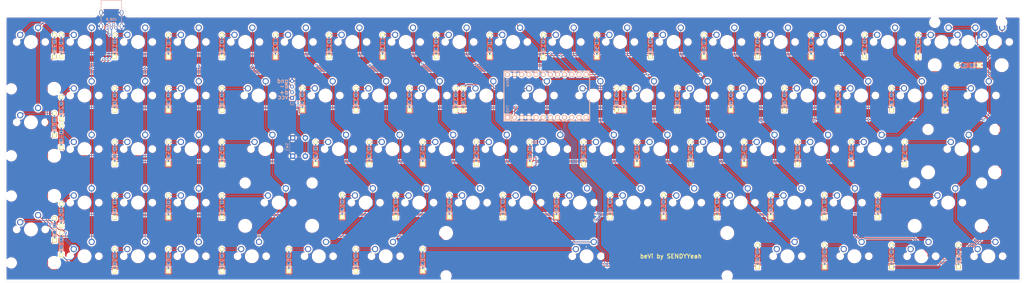
<source format=kicad_pcb>
(kicad_pcb (version 20171130) (host pcbnew "(5.1.7)-1")
  (layers (0 F.Cu signal) (31 B.Cu signal) (34 B.Paste user) (35 F.Paste user) (36 B.SilkS user) (37 F.SilkS user) (38 B.Mask user) (39 F.Mask user) (44 Edge.Cuts user))
  (net 0 "")
  (net 1 row0)
  (net 2 "Net-(D10-Pad2)")
  (net 3 row1)
  (net 4 "Net-(D11-Pad2)")
  (net 5 "Net-(D12-Pad2)")
  (net 6 "Net-(D13-Pad2)")
  (net 7 "Net-(D14-Pad2)")
  (net 8 "Net-(D15-Pad2)")
  (net 9 "Net-(D16-Pad2)")
  (net 10 "Net-(D17-Pad2)")
  (net 11 "Net-(D20-Pad2)")
  (net 12 row2)
  (net 13 "Net-(D21-Pad2)")
  (net 14 "Net-(D22-Pad2)")
  (net 15 "Net-(D23-Pad2)")
  (net 16 "Net-(D24-Pad2)")
  (net 17 "Net-(D25-Pad2)")
  (net 18 "Net-(D26-Pad2)")
  (net 19 "Net-(D27-Pad2)")
  (net 20 "Net-(D30-Pad2)")
  (net 21 row3)
  (net 22 "Net-(D31-Pad2)")
  (net 23 "Net-(D32-Pad2)")
  (net 24 "Net-(D33-Pad2)")
  (net 25 "Net-(D34-Pad2)")
  (net 26 "Net-(D35-Pad2)")
  (net 27 "Net-(D36-Pad2)")
  (net 28 "Net-(D37-Pad2)")
  (net 29 "Net-(D40-Pad2)")
  (net 30 row4)
  (net 31 "Net-(D41-Pad2)")
  (net 32 "Net-(D42-Pad2)")
  (net 33 "Net-(D43-Pad2)")
  (net 34 "Net-(D44-Pad2)")
  (net 35 "Net-(D45-Pad2)")
  (net 36 "Net-(D46-Pad2)")
  (net 37 "Net-(D47-Pad2)")
  (net 38 "Net-(D50-Pad2)")
  (net 39 row5)
  (net 40 "Net-(D51-Pad2)")
  (net 41 "Net-(D52-Pad2)")
  (net 42 "Net-(D53-Pad2)")
  (net 43 "Net-(D54-Pad2)")
  (net 44 "Net-(D55-Pad2)")
  (net 45 "Net-(D56-Pad2)")
  (net 46 "Net-(D57-Pad2)")
  (net 47 "Net-(D60-Pad2)")
  (net 48 row6)
  (net 49 "Net-(D61-Pad2)")
  (net 50 "Net-(D62-Pad2)")
  (net 51 "Net-(D63-Pad2)")
  (net 52 "Net-(D64-Pad2)")
  (net 53 "Net-(D65-Pad2)")
  (net 54 "Net-(D66-Pad2)")
  (net 55 "Net-(D67-Pad2)")
  (net 56 "Net-(D70-Pad2)")
  (net 57 row7)
  (net 58 "Net-(D71-Pad2)")
  (net 59 "Net-(D72-Pad2)")
  (net 60 "Net-(D73-Pad2)")
  (net 61 "Net-(D74-Pad2)")
  (net 62 "Net-(D75-Pad2)")
  (net 63 "Net-(D76-Pad2)")
  (net 64 "Net-(D77-Pad2)")
  (net 65 "Net-(D80-Pad2)")
  (net 66 row8)
  (net 67 "Net-(D81-Pad2)")
  (net 68 "Net-(D82-Pad2)")
  (net 69 "Net-(D83-Pad2)")
  (net 70 "Net-(D84-Pad2)")
  (net 71 "Net-(D86-Pad2)")
  (net 72 "Net-(D87-Pad2)")
  (net 73 "Net-(D90-Pad2)")
  (net 74 row9)
  (net 75 "Net-(D91-Pad2)")
  (net 76 "Net-(D92-Pad2)")
  (net 77 "Net-(D93-Pad2)")
  (net 78 "Net-(D94-Pad2)")
  (net 79 "Net-(D95-Pad2)")
  (net 80 "Net-(D96-Pad2)")
  (net 81 "Net-(D97-Pad2)")
  (net 82 col0)
  (net 83 col1)
  (net 84 col2)
  (net 85 col3)
  (net 86 col4)
  (net 87 col5)
  (net 88 col6)
  (net 89 col7)
  (net 90 "Net-(D0-Pad2)")
  (net 91 "Net-(D1-Pad2)")
  (net 92 "Net-(D2-Pad2)")
  (net 93 "Net-(D3-Pad2)")
  (net 94 "Net-(D4-Pad2)")
  (net 95 "Net-(D5-Pad2)")
  (net 96 "Net-(D6-Pad2)")
  (net 97 "Net-(D7-Pad2)")
  (net 98 "Net-(D85-Pad2)")
  (net 99 VCC)
  (net 100 GND)
  (net 101 "Net-(U1-Pad24)")
  (net 102 data+)
  (net 103 data-)
  (net 104 "Net-(J1-Pad4)")
  (net 105 rst)
  (module Button_Switch_THT:SW_PUSH_6mm (layer B.Cu) (at 122.0625 71.71875 270)
    (fp_text reference SW1 (at 3.25 2 270) (layer B.SilkS) (effects (justify mirror)))
    (fp_text value SW_PUSH)
    (pad 1 thru_hole circle (at 6.5 0 180) (size 2 2) (drill 1.1) (layers *.Cu *.Mask) (net 100 GND))
    (pad 2 thru_hole circle (at 6.5 -4.5 180) (size 2 2) (drill 1.1) (layers *.Cu *.Mask) (net 105 rst))
    (pad 1 thru_hole circle (at 0 0 180) (size 2 2) (drill 1.1) (layers *.Cu *.Mask) (net 100 GND))
    (pad 2 thru_hole circle (at 0 -4.5 180) (size 2 2) (drill 1.1) (layers *.Cu *.Mask) (net 105 rst))
  )
  (module Connector_PinHeader_2.00mm:PinHeader_1x04_P2.00mm_Vertical (layer B.Cu) (at 121.875 57.46875)
    (fp_text reference J2 (at 0 2.06) (layer B.SilkS) (effects (justify mirror)))
    (fp_text value Conn_01x04)
    (pad 4 thru_hole oval (at 0 -6) (size 1.35 1.35) (drill 0.8) (layers *.Cu *.Mask) (net 100 GND))
    (pad 3 thru_hole oval (at 0 -4) (size 1.35 1.35) (drill 0.8) (layers *.Cu *.Mask) (net 102 data+))
    (pad 2 thru_hole oval (at 0 -2) (size 1.35 1.35) (drill 0.8) (layers *.Cu *.Mask) (net 103 data-))
    (pad 1 thru_hole rect (at 0 0) (size 1.35 1.35) (drill 0.8) (layers *.Cu *.Mask) (net 99 VCC))
  )
  (module Keebio-Parts:ArduinoProMicro-BackSide (layer F.Cu) (at 212.4375 56.8125)
    (fp_text reference U1 hide)
    (fp_text value ProMicro hide)
    (fp_text user RAW (at -13.9 -4.7 90) (layer B.SilkS) (effects (justify mirror)))
    (fp_text user TX0 (at -13.9 4.6 90) (layer B.SilkS) (effects (justify mirror)))
    (pad 24 thru_hole circle (at -13.97 -7.62) (size 1.7526 1.7526) (drill 1.0922) (layers *.Cu *.SilkS *.Mask) (net 101 "Net-(U1-Pad24)"))
    (pad 12 thru_hole circle (at 13.97 7.62) (size 1.7526 1.7526) (drill 1.0922) (layers *.Cu *.SilkS *.Mask) (net 89 col7))
    (pad 23 thru_hole circle (at -11.43 -7.62) (size 1.7526 1.7526) (drill 1.0922) (layers *.Cu *.SilkS *.Mask) (net 100 GND))
    (pad 22 thru_hole circle (at -8.89 -7.62) (size 1.7526 1.7526) (drill 1.0922) (layers *.Cu *.SilkS *.Mask) (net 105 rst))
    (pad 21 thru_hole circle (at -6.35 -7.62) (size 1.7526 1.7526) (drill 1.0922) (layers *.Cu *.SilkS *.Mask) (net 99 VCC))
    (pad 20 thru_hole circle (at -3.81 -7.62) (size 1.7526 1.7526) (drill 1.0922) (layers *.Cu *.SilkS *.Mask) (net 82 col0))
    (pad 19 thru_hole circle (at -1.27 -7.62) (size 1.7526 1.7526) (drill 1.0922) (layers *.Cu *.SilkS *.Mask) (net 83 col1))
    (pad 18 thru_hole circle (at 1.27 -7.62) (size 1.7526 1.7526) (drill 1.0922) (layers *.Cu *.SilkS *.Mask) (net 84 col2))
    (pad 17 thru_hole circle (at 3.81 -7.62) (size 1.7526 1.7526) (drill 1.0922) (layers *.Cu *.SilkS *.Mask) (net 85 col3))
    (pad 16 thru_hole circle (at 6.35 -7.62) (size 1.7526 1.7526) (drill 1.0922) (layers *.Cu *.SilkS *.Mask) (net 86 col4))
    (pad 15 thru_hole circle (at 8.89 -7.62) (size 1.7526 1.7526) (drill 1.0922) (layers *.Cu *.SilkS *.Mask) (net 1 row0))
    (pad 14 thru_hole circle (at 11.43 -7.62) (size 1.7526 1.7526) (drill 1.0922) (layers *.Cu *.SilkS *.Mask) (net 3 row1))
    (pad 13 thru_hole circle (at 13.97 -7.62) (size 1.7526 1.7526) (drill 1.0922) (layers *.Cu *.SilkS *.Mask) (net 87 col5))
    (pad 11 thru_hole circle (at 11.43 7.62) (size 1.7526 1.7526) (drill 1.0922) (layers *.Cu *.SilkS *.Mask) (net 88 col6))
    (pad 10 thru_hole circle (at 8.89 7.62) (size 1.7526 1.7526) (drill 1.0922) (layers *.Cu *.SilkS *.Mask) (net 74 row9))
    (pad 9 thru_hole circle (at 6.35 7.62) (size 1.7526 1.7526) (drill 1.0922) (layers *.Cu *.SilkS *.Mask) (net 66 row8))
    (pad 8 thru_hole circle (at 3.81 7.62) (size 1.7526 1.7526) (drill 1.0922) (layers *.Cu *.SilkS *.Mask) (net 57 row7))
    (pad 7 thru_hole circle (at 1.27 7.62) (size 1.7526 1.7526) (drill 1.0922) (layers *.Cu *.SilkS *.Mask) (net 48 row6))
    (pad 6 thru_hole circle (at -1.27 7.62) (size 1.7526 1.7526) (drill 1.0922) (layers *.Cu *.SilkS *.Mask) (net 39 row5))
    (pad 5 thru_hole circle (at -3.81 7.62) (size 1.7526 1.7526) (drill 1.0922) (layers *.Cu *.SilkS *.Mask) (net 30 row4))
    (pad 4 thru_hole circle (at -6.35 7.62) (size 1.7526 1.7526) (drill 1.0922) (layers *.Cu *.SilkS *.Mask) (net 100 GND))
    (pad 3 thru_hole circle (at -8.89 7.62) (size 1.7526 1.7526) (drill 1.0922) (layers *.Cu *.SilkS *.Mask) (net 100 GND))
    (pad 2 thru_hole circle (at -11.43 7.62) (size 1.7526 1.7526) (drill 1.0922) (layers *.Cu *.SilkS *.Mask) (net 21 row3))
    (pad 1 thru_hole rect (at -13.97 7.62) (size 1.7526 1.7526) (drill 1.0922) (layers *.Cu *.SilkS *.Mask) (net 12 row2))
  )
  (module "Keebio-Parts:USB-Mini-B_ LCSC-C46398" (layer B.Cu) (at 57.5625 31.96875)
    (fp_text reference J1 hide)
    (fp_text value USB_B (at 0.02 -2.46) (layer B.SilkS) (effects (font (size 0.8 0.8)) (justify mirror)))
    (pad 6 thru_hole oval (at 3.65 0) (size 1.2 1.9) (drill oval 0.8 1.5) (layers *.Cu *.Mask) (net 100 GND))
    (pad 6 thru_hole oval (at -3.65 0) (size 1.2 1.9) (drill oval 0.8 1.5) (layers *.Cu *.Mask) (net 100 GND))
    (pad 1 thru_hole circle (at -1.6 0.6) (size 1.1 1.1) (drill 0.7) (layers *.Cu *.Mask) (net 99 VCC))
    (pad 2 thru_hole circle (at -0.8 -0.6) (size 1.1 1.1) (drill 0.7) (layers *.Cu *.Mask) (net 103 data-))
    (pad 3 thru_hole circle (at 0 0.6) (size 1.1 1.1) (drill 0.7) (layers *.Cu *.Mask) (net 102 data+))
    (pad 4 thru_hole circle (at 0.8 -0.6) (size 1.1 1.1) (drill 0.7) (layers *.Cu *.Mask) (net 104 "Net-(J1-Pad4)"))
    (pad 5 thru_hole circle (at 1.6 0.6) (size 1.1 1.1) (drill 0.7) (layers *.Cu *.Mask) (net 100 GND))
    (pad 6 thru_hole oval (at -3.65 -4.82) (size 1.2 1.9) (drill oval 0.8 1.5) (layers *.Cu *.Mask) (net 100 GND))
    (pad 6 thru_hole oval (at 3.65 -4.82) (size 1.2 1.9) (drill oval 0.8 1.5) (layers *.Cu *.Mask) (net 100 GND))
  )
  (module MX_Only:MXOnly-1U-NoLED (layer F.Cu) (at 86.11875 37.59375)
    (fp_text reference MX_0_1)
    (fp_text value MX-NoLED-reverse)
    (pad 2 thru_hole circle (at 2.54 -5.08) (size 2.25 2.25) (drill 1.47) (layers *.Cu B.Mask) (net 83 col1))
    (pad "" np_thru_hole circle (at 0 0) (size 3.9878 3.9878) (drill 3.9878) (layers *.Cu *.Mask))
    (pad 1 thru_hole circle (at -3.81 -2.54) (size 2.25 2.25) (drill 1.47) (layers *.Cu B.Mask) (net 91 "Net-(D1-Pad2)"))
    (pad "" np_thru_hole circle (at -5.08 0 48.0996) (size 1.75 1.75) (drill 1.75) (layers *.Cu *.Mask))
    (pad "" np_thru_hole circle (at 5.08 0 48.0996) (size 1.75 1.75) (drill 1.75) (layers *.Cu *.Mask))
  )
  (module Keebio-Parts:Diode-Hybrid-Back (layer F.Cu) (at 362.34375 45.84375)
    (fp_text reference D85 (at -0.28125 0) (layer B.SilkS) (effects (justify mirror)))
    (fp_text value 1N4148)
    (pad 1 thru_hole rect (at 3.9 0) (size 1.6 1.6) (drill 1) (layers *.Cu *.Mask F.SilkS) (net 66 row8))
    (pad 2 thru_hole circle (at -3.9 0) (size 1.6 1.6) (drill 1) (layers *.Cu *.Mask F.SilkS) (net 98 "Net-(D85-Pad2)"))
    (pad 1 smd rect (at 2.5 0) (size 2.9 0.5) (layers B.Cu) (net 66 row8))
    (pad 1 smd rect (at 1.4 0) (size 1.6 1.2) (layers B.Cu B.Paste B.Mask) (net 66 row8))
    (pad 2 smd rect (at -1.4 0) (size 1.6 1.2) (layers B.Cu B.Paste B.Mask) (net 98 "Net-(D85-Pad2)"))
    (pad 2 smd rect (at -2.5 0) (size 2.9 0.5) (layers B.Cu) (net 98 "Net-(D85-Pad2)"))
  )
  (module MX_Only:MXOnly-1U-NoLED (layer F.Cu) (at 352.81875 37.59375)
    (fp_text reference MX_9_7_1)
    (fp_text value MX-NoLED-reverse)
    (pad 2 thru_hole circle (at 2.54 -5.08) (size 2.25 2.25) (drill 1.47) (layers *.Cu B.Mask) (net 89 col7))
    (pad "" np_thru_hole circle (at 0 0) (size 3.9878 3.9878) (drill 3.9878) (layers *.Cu *.Mask))
    (pad 1 thru_hole circle (at -3.81 -2.54) (size 2.25 2.25) (drill 1.47) (layers *.Cu B.Mask) (net 81 "Net-(D97-Pad2)"))
    (pad "" np_thru_hole circle (at -5.08 0 48.0996) (size 1.75 1.75) (drill 1.75) (layers *.Cu *.Mask))
    (pad "" np_thru_hole circle (at 5.08 0 48.0996) (size 1.75 1.75) (drill 1.75) (layers *.Cu *.Mask))
  )
  (module MX_Only:MXOnly-1U-NoLED (layer F.Cu) (at 371.86875 37.59375)
    (fp_text reference MX_8_5)
    (fp_text value MX-NoLED-reverse)
    (pad 2 thru_hole circle (at 2.54 -5.08) (size 2.25 2.25) (drill 1.47) (layers *.Cu B.Mask) (net 87 col5))
    (pad "" np_thru_hole circle (at 0 0) (size 3.9878 3.9878) (drill 3.9878) (layers *.Cu *.Mask))
    (pad 1 thru_hole circle (at -3.81 -2.54) (size 2.25 2.25) (drill 1.47) (layers *.Cu B.Mask) (net 98 "Net-(D85-Pad2)"))
    (pad "" np_thru_hole circle (at -5.08 0 48.0996) (size 1.75 1.75) (drill 1.75) (layers *.Cu *.Mask))
    (pad "" np_thru_hole circle (at 5.08 0 48.0996) (size 1.75 1.75) (drill 1.75) (layers *.Cu *.Mask))
  )
  (module Keebio-Parts:Diode-Hybrid-Back (layer F.Cu) (at 344.55 38.9625 270)
    (fp_text reference D97 (at 0 0 90) (layer B.SilkS) (effects (font (size 1.27 1.524) (thickness 0.2032)) (justify mirror)))
    (fp_text value 1N4148 hide)
    (pad 1 thru_hole rect (at 3.9 0 270) (size 1.6 1.6) (drill 1) (layers *.Cu *.Mask F.SilkS) (net 74 row9))
    (pad 2 thru_hole circle (at -3.9 0 270) (size 1.6 1.6) (drill 1) (layers *.Cu *.Mask F.SilkS) (net 81 "Net-(D97-Pad2)"))
    (pad 1 smd rect (at 2.5 0 270) (size 2.9 0.5) (layers B.Cu) (net 74 row9))
    (pad 1 smd rect (at 1.4 0 270) (size 1.6 1.2) (layers B.Cu B.Paste B.Mask) (net 74 row9))
    (pad 2 smd rect (at -1.4 0 270) (size 1.6 1.2) (layers B.Cu B.Paste B.Mask) (net 81 "Net-(D97-Pad2)"))
    (pad 2 smd rect (at -2.5 0 270) (size 2.9 0.5) (layers B.Cu) (net 81 "Net-(D97-Pad2)"))
  )
  (module Keebio-Parts:Diode-Hybrid-Back (layer F.Cu) (at 335.0625 113.71875 270)
    (fp_text reference D96 (at 0 0 90) (layer B.SilkS) (effects (font (size 1.27 1.524) (thickness 0.2032)) (justify mirror)))
    (fp_text value 1N4148 hide)
    (pad 1 thru_hole rect (at 3.9 0 270) (size 1.6 1.6) (drill 1) (layers *.Cu *.Mask F.SilkS) (net 74 row9))
    (pad 2 thru_hole circle (at -3.9 0 270) (size 1.6 1.6) (drill 1) (layers *.Cu *.Mask F.SilkS) (net 80 "Net-(D96-Pad2)"))
    (pad 1 smd rect (at 2.5 0 270) (size 2.9 0.5) (layers B.Cu) (net 74 row9))
    (pad 1 smd rect (at 1.4 0 270) (size 1.6 1.2) (layers B.Cu B.Paste B.Mask) (net 74 row9))
    (pad 2 smd rect (at -1.4 0 270) (size 1.6 1.2) (layers B.Cu B.Paste B.Mask) (net 80 "Net-(D96-Pad2)"))
    (pad 2 smd rect (at -2.5 0 270) (size 2.9 0.5) (layers B.Cu) (net 80 "Net-(D96-Pad2)"))
  )
  (module Keebio-Parts:Diode-Hybrid-Back (layer F.Cu) (at 287.4375 113.71875 270)
    (fp_text reference D95 (at 0 0 90) (layer B.SilkS) (effects (font (size 1.27 1.524) (thickness 0.2032)) (justify mirror)))
    (fp_text value 1N4148 hide)
    (pad 1 thru_hole rect (at 3.9 0 270) (size 1.6 1.6) (drill 1) (layers *.Cu *.Mask F.SilkS) (net 74 row9))
    (pad 2 thru_hole circle (at -3.9 0 270) (size 1.6 1.6) (drill 1) (layers *.Cu *.Mask F.SilkS) (net 79 "Net-(D95-Pad2)"))
    (pad 1 smd rect (at 2.5 0 270) (size 2.9 0.5) (layers B.Cu) (net 74 row9))
    (pad 1 smd rect (at 1.4 0 270) (size 1.6 1.2) (layers B.Cu B.Paste B.Mask) (net 74 row9))
    (pad 2 smd rect (at -1.4 0 270) (size 1.6 1.2) (layers B.Cu B.Paste B.Mask) (net 79 "Net-(D95-Pad2)"))
    (pad 2 smd rect (at -2.5 0 270) (size 2.9 0.5) (layers B.Cu) (net 79 "Net-(D95-Pad2)"))
  )
  (module Keebio-Parts:Diode-Hybrid-Back (layer F.Cu) (at 37.3125 38.9625 270)
    (fp_text reference D94 (at 0 0 90) (layer B.SilkS) (effects (font (size 1.27 1.524) (thickness 0.2032)) (justify mirror)))
    (fp_text value 1N4148 hide)
    (pad 1 thru_hole rect (at 3.9 0 270) (size 1.6 1.6) (drill 1) (layers *.Cu *.Mask F.SilkS) (net 74 row9))
    (pad 2 thru_hole circle (at -3.9 0 270) (size 1.6 1.6) (drill 1) (layers *.Cu *.Mask F.SilkS) (net 78 "Net-(D94-Pad2)"))
    (pad 1 smd rect (at 2.5 0 270) (size 2.9 0.5) (layers B.Cu) (net 74 row9))
    (pad 1 smd rect (at 1.4 0 270) (size 1.6 1.2) (layers B.Cu B.Paste B.Mask) (net 74 row9))
    (pad 2 smd rect (at -1.4 0 270) (size 1.6 1.2) (layers B.Cu B.Paste B.Mask) (net 78 "Net-(D94-Pad2)"))
    (pad 2 smd rect (at -2.5 0 270) (size 2.9 0.5) (layers B.Cu) (net 78 "Net-(D94-Pad2)"))
  )
  (module Keebio-Parts:Diode-Hybrid-Back (layer F.Cu) (at 37.40625 104.25 270)
    (fp_text reference D93 (at 0 0 90) (layer B.SilkS) (effects (font (size 1.27 1.524) (thickness 0.2032)) (justify mirror)))
    (fp_text value 1N4148 hide)
    (pad 1 thru_hole rect (at 3.9 0 270) (size 1.6 1.6) (drill 1) (layers *.Cu *.Mask F.SilkS) (net 74 row9))
    (pad 2 thru_hole circle (at -3.9 0 270) (size 1.6 1.6) (drill 1) (layers *.Cu *.Mask F.SilkS) (net 77 "Net-(D93-Pad2)"))
    (pad 1 smd rect (at 2.5 0 270) (size 2.9 0.5) (layers B.Cu) (net 74 row9))
    (pad 1 smd rect (at 1.4 0 270) (size 1.6 1.2) (layers B.Cu B.Paste B.Mask) (net 74 row9))
    (pad 2 smd rect (at -1.4 0 270) (size 1.6 1.2) (layers B.Cu B.Paste B.Mask) (net 77 "Net-(D93-Pad2)"))
    (pad 2 smd rect (at -2.5 0 270) (size 2.9 0.5) (layers B.Cu) (net 77 "Net-(D93-Pad2)"))
  )
  (module Keebio-Parts:Diode-Hybrid-Back (layer F.Cu) (at 144.525 115.1625 270)
    (fp_text reference D92 (at 0 0 90) (layer B.SilkS) (effects (font (size 1.27 1.524) (thickness 0.2032)) (justify mirror)))
    (fp_text value 1N4148 hide)
    (pad 1 thru_hole rect (at 3.9 0 270) (size 1.6 1.6) (drill 1) (layers *.Cu *.Mask F.SilkS) (net 74 row9))
    (pad 2 thru_hole circle (at -3.9 0 270) (size 1.6 1.6) (drill 1) (layers *.Cu *.Mask F.SilkS) (net 76 "Net-(D92-Pad2)"))
    (pad 1 smd rect (at 2.5 0 270) (size 2.9 0.5) (layers B.Cu) (net 74 row9))
    (pad 1 smd rect (at 1.4 0 270) (size 1.6 1.2) (layers B.Cu B.Paste B.Mask) (net 74 row9))
    (pad 2 smd rect (at -1.4 0 270) (size 1.6 1.2) (layers B.Cu B.Paste B.Mask) (net 76 "Net-(D92-Pad2)"))
    (pad 2 smd rect (at -2.5 0 270) (size 2.9 0.5) (layers B.Cu) (net 76 "Net-(D92-Pad2)"))
  )
  (module Keebio-Parts:Diode-Hybrid-Back (layer F.Cu) (at 96.9 115.1625 270)
    (fp_text reference D91 (at 0 0 90) (layer B.SilkS) (effects (font (size 1.27 1.524) (thickness 0.2032)) (justify mirror)))
    (fp_text value 1N4148 hide)
    (pad 1 thru_hole rect (at 3.9 0 270) (size 1.6 1.6) (drill 1) (layers *.Cu *.Mask F.SilkS) (net 74 row9))
    (pad 2 thru_hole circle (at -3.9 0 270) (size 1.6 1.6) (drill 1) (layers *.Cu *.Mask F.SilkS) (net 75 "Net-(D91-Pad2)"))
    (pad 1 smd rect (at 2.5 0 270) (size 2.9 0.5) (layers B.Cu) (net 74 row9))
    (pad 1 smd rect (at 1.4 0 270) (size 1.6 1.2) (layers B.Cu B.Paste B.Mask) (net 74 row9))
    (pad 2 smd rect (at -1.4 0 270) (size 1.6 1.2) (layers B.Cu B.Paste B.Mask) (net 75 "Net-(D91-Pad2)"))
    (pad 2 smd rect (at -2.5 0 270) (size 2.9 0.5) (layers B.Cu) (net 75 "Net-(D91-Pad2)"))
  )
  (module Keebio-Parts:Diode-Hybrid-Back (layer F.Cu) (at 58.8 115.1625 270)
    (fp_text reference D90 (at 0 0 90) (layer B.SilkS) (effects (font (size 1.27 1.524) (thickness 0.2032)) (justify mirror)))
    (fp_text value 1N4148 hide)
    (pad 1 thru_hole rect (at 3.9 0 270) (size 1.6 1.6) (drill 1) (layers *.Cu *.Mask F.SilkS) (net 74 row9))
    (pad 2 thru_hole circle (at -3.9 0 270) (size 1.6 1.6) (drill 1) (layers *.Cu *.Mask F.SilkS) (net 73 "Net-(D90-Pad2)"))
    (pad 1 smd rect (at 2.5 0 270) (size 2.9 0.5) (layers B.Cu) (net 74 row9))
    (pad 1 smd rect (at 1.4 0 270) (size 1.6 1.2) (layers B.Cu B.Paste B.Mask) (net 74 row9))
    (pad 2 smd rect (at -1.4 0 270) (size 1.6 1.2) (layers B.Cu B.Paste B.Mask) (net 73 "Net-(D90-Pad2)"))
    (pad 2 smd rect (at -2.5 0 270) (size 2.9 0.5) (layers B.Cu) (net 73 "Net-(D90-Pad2)"))
  )
  (module Keebio-Parts:Diode-Hybrid-Back (layer F.Cu) (at 358.875 113.71875 270)
    (fp_text reference D87 (at 0 0 90) (layer B.SilkS) (effects (font (size 1.27 1.524) (thickness 0.2032)) (justify mirror)))
    (fp_text value 1N4148 hide)
    (pad 1 thru_hole rect (at 3.9 0 270) (size 1.6 1.6) (drill 1) (layers *.Cu *.Mask F.SilkS) (net 66 row8))
    (pad 2 thru_hole circle (at -3.9 0 270) (size 1.6 1.6) (drill 1) (layers *.Cu *.Mask F.SilkS) (net 72 "Net-(D87-Pad2)"))
    (pad 1 smd rect (at 2.5 0 270) (size 2.9 0.5) (layers B.Cu) (net 66 row8))
    (pad 1 smd rect (at 1.4 0 270) (size 1.6 1.2) (layers B.Cu B.Paste B.Mask) (net 66 row8))
    (pad 2 smd rect (at -1.4 0 270) (size 1.6 1.2) (layers B.Cu B.Paste B.Mask) (net 72 "Net-(D87-Pad2)"))
    (pad 2 smd rect (at -2.5 0 270) (size 2.9 0.5) (layers B.Cu) (net 72 "Net-(D87-Pad2)"))
  )
  (module Keebio-Parts:Diode-Hybrid-Back (layer F.Cu) (at 311.25 113.71875 270)
    (fp_text reference D86 (at 0 0 90) (layer B.SilkS) (effects (font (size 1.27 1.524) (thickness 0.2032)) (justify mirror)))
    (fp_text value 1N4148 hide)
    (pad 1 thru_hole rect (at 3.9 0 270) (size 1.6 1.6) (drill 1) (layers *.Cu *.Mask F.SilkS) (net 66 row8))
    (pad 2 thru_hole circle (at -3.9 0 270) (size 1.6 1.6) (drill 1) (layers *.Cu *.Mask F.SilkS) (net 71 "Net-(D86-Pad2)"))
    (pad 1 smd rect (at 2.5 0 270) (size 2.9 0.5) (layers B.Cu) (net 66 row8))
    (pad 1 smd rect (at 1.4 0 270) (size 1.6 1.2) (layers B.Cu B.Paste B.Mask) (net 66 row8))
    (pad 2 smd rect (at -1.4 0 270) (size 1.6 1.2) (layers B.Cu B.Paste B.Mask) (net 71 "Net-(D86-Pad2)"))
    (pad 2 smd rect (at -2.5 0 270) (size 2.9 0.5) (layers B.Cu) (net 71 "Net-(D86-Pad2)"))
  )
  (module Keebio-Parts:Diode-Hybrid-Back (layer F.Cu) (at 37.3125 66.84375 270)
    (fp_text reference D84 (at 0 0 90) (layer B.SilkS) (effects (font (size 1.27 1.524) (thickness 0.2032)) (justify mirror)))
    (fp_text value 1N4148 hide)
    (pad 1 thru_hole rect (at 3.9 0 270) (size 1.6 1.6) (drill 1) (layers *.Cu *.Mask F.SilkS) (net 66 row8))
    (pad 2 thru_hole circle (at -3.9 0 270) (size 1.6 1.6) (drill 1) (layers *.Cu *.Mask F.SilkS) (net 70 "Net-(D84-Pad2)"))
    (pad 1 smd rect (at 2.5 0 270) (size 2.9 0.5) (layers B.Cu) (net 66 row8))
    (pad 1 smd rect (at 1.4 0 270) (size 1.6 1.2) (layers B.Cu B.Paste B.Mask) (net 66 row8))
    (pad 2 smd rect (at -1.4 0 270) (size 1.6 1.2) (layers B.Cu B.Paste B.Mask) (net 70 "Net-(D84-Pad2)"))
    (pad 2 smd rect (at -2.5 0 270) (size 2.9 0.5) (layers B.Cu) (net 70 "Net-(D84-Pad2)"))
  )
  (module Keebio-Parts:Diode-Hybrid-Back (layer F.Cu) (at 168.3375 115.1625 270)
    (fp_text reference D83 (at 0 0 90) (layer B.SilkS) (effects (font (size 1.27 1.524) (thickness 0.2032)) (justify mirror)))
    (fp_text value 1N4148 hide)
    (pad 1 thru_hole rect (at 3.9 0 270) (size 1.6 1.6) (drill 1) (layers *.Cu *.Mask F.SilkS) (net 66 row8))
    (pad 2 thru_hole circle (at -3.9 0 270) (size 1.6 1.6) (drill 1) (layers *.Cu *.Mask F.SilkS) (net 69 "Net-(D83-Pad2)"))
    (pad 1 smd rect (at 2.5 0 270) (size 2.9 0.5) (layers B.Cu) (net 66 row8))
    (pad 1 smd rect (at 1.4 0 270) (size 1.6 1.2) (layers B.Cu B.Paste B.Mask) (net 66 row8))
    (pad 2 smd rect (at -1.4 0 270) (size 1.6 1.2) (layers B.Cu B.Paste B.Mask) (net 69 "Net-(D83-Pad2)"))
    (pad 2 smd rect (at -2.5 0 270) (size 2.9 0.5) (layers B.Cu) (net 69 "Net-(D83-Pad2)"))
  )
  (module Keebio-Parts:Diode-Hybrid-Back (layer F.Cu) (at 120.7125 115.1625 270)
    (fp_text reference D82 (at 0 0 90) (layer B.SilkS) (effects (font (size 1.27 1.524) (thickness 0.2032)) (justify mirror)))
    (fp_text value 1N4148 hide)
    (pad 1 thru_hole rect (at 3.9 0 270) (size 1.6 1.6) (drill 1) (layers *.Cu *.Mask F.SilkS) (net 66 row8))
    (pad 2 thru_hole circle (at -3.9 0 270) (size 1.6 1.6) (drill 1) (layers *.Cu *.Mask F.SilkS) (net 68 "Net-(D82-Pad2)"))
    (pad 1 smd rect (at 2.5 0 270) (size 2.9 0.5) (layers B.Cu) (net 66 row8))
    (pad 1 smd rect (at 1.4 0 270) (size 1.6 1.2) (layers B.Cu B.Paste B.Mask) (net 66 row8))
    (pad 2 smd rect (at -1.4 0 270) (size 1.6 1.2) (layers B.Cu B.Paste B.Mask) (net 68 "Net-(D82-Pad2)"))
    (pad 2 smd rect (at -2.5 0 270) (size 2.9 0.5) (layers B.Cu) (net 68 "Net-(D82-Pad2)"))
  )
  (module Keebio-Parts:Diode-Hybrid-Back (layer F.Cu) (at 77.85 115.1625 270)
    (fp_text reference D81 (at 0 0 90) (layer B.SilkS) (effects (font (size 1.27 1.524) (thickness 0.2032)) (justify mirror)))
    (fp_text value 1N4148 hide)
    (pad 1 thru_hole rect (at 3.9 0 270) (size 1.6 1.6) (drill 1) (layers *.Cu *.Mask F.SilkS) (net 66 row8))
    (pad 2 thru_hole circle (at -3.9 0 270) (size 1.6 1.6) (drill 1) (layers *.Cu *.Mask F.SilkS) (net 67 "Net-(D81-Pad2)"))
    (pad 1 smd rect (at 2.5 0 270) (size 2.9 0.5) (layers B.Cu) (net 66 row8))
    (pad 1 smd rect (at 1.4 0 270) (size 1.6 1.2) (layers B.Cu B.Paste B.Mask) (net 66 row8))
    (pad 2 smd rect (at -1.4 0 270) (size 1.6 1.2) (layers B.Cu B.Paste B.Mask) (net 67 "Net-(D81-Pad2)"))
    (pad 2 smd rect (at -2.5 0 270) (size 2.9 0.5) (layers B.Cu) (net 67 "Net-(D81-Pad2)"))
  )
  (module Keebio-Parts:Diode-Hybrid-Back (layer F.Cu) (at 39.75 109.40625 270)
    (fp_text reference D80 (at 0 0 90) (layer B.SilkS) (effects (font (size 1.27 1.524) (thickness 0.2032)) (justify mirror)))
    (fp_text value 1N4148 hide)
    (pad 1 thru_hole rect (at 3.9 0 270) (size 1.6 1.6) (drill 1) (layers *.Cu *.Mask F.SilkS) (net 66 row8))
    (pad 2 thru_hole circle (at -3.9 0 270) (size 1.6 1.6) (drill 1) (layers *.Cu *.Mask F.SilkS) (net 65 "Net-(D80-Pad2)"))
    (pad 1 smd rect (at 2.5 0 270) (size 2.9 0.5) (layers B.Cu) (net 66 row8))
    (pad 1 smd rect (at 1.4 0 270) (size 1.6 1.2) (layers B.Cu B.Paste B.Mask) (net 66 row8))
    (pad 2 smd rect (at -1.4 0 270) (size 1.6 1.2) (layers B.Cu B.Paste B.Mask) (net 65 "Net-(D80-Pad2)"))
    (pad 2 smd rect (at -2.5 0 270) (size 2.9 0.5) (layers B.Cu) (net 65 "Net-(D80-Pad2)"))
  )
  (module Keebio-Parts:Diode-Hybrid-Back (layer F.Cu) (at 354.13125 57.9375 270)
    (fp_text reference D77 (at 0 0 90) (layer B.SilkS) (effects (font (size 1.27 1.524) (thickness 0.2032)) (justify mirror)))
    (fp_text value 1N4148 hide)
    (pad 1 thru_hole rect (at 3.9 0 270) (size 1.6 1.6) (drill 1) (layers *.Cu *.Mask F.SilkS) (net 57 row7))
    (pad 2 thru_hole circle (at -3.9 0 270) (size 1.6 1.6) (drill 1) (layers *.Cu *.Mask F.SilkS) (net 64 "Net-(D77-Pad2)"))
    (pad 1 smd rect (at 2.5 0 270) (size 2.9 0.5) (layers B.Cu) (net 57 row7))
    (pad 1 smd rect (at 1.4 0 270) (size 1.6 1.2) (layers B.Cu B.Paste B.Mask) (net 57 row7))
    (pad 2 smd rect (at -1.4 0 270) (size 1.6 1.2) (layers B.Cu B.Paste B.Mask) (net 64 "Net-(D77-Pad2)"))
    (pad 2 smd rect (at -2.5 0 270) (size 2.9 0.5) (layers B.Cu) (net 64 "Net-(D77-Pad2)"))
  )
  (module Keebio-Parts:Diode-Hybrid-Back (layer F.Cu) (at 311.1375 95.94375 270)
    (fp_text reference D76 (at 0 0 90) (layer B.SilkS) (effects (font (size 1.27 1.524) (thickness 0.2032)) (justify mirror)))
    (fp_text value 1N4148 hide)
    (pad 1 thru_hole rect (at 3.9 0 270) (size 1.6 1.6) (drill 1) (layers *.Cu *.Mask F.SilkS) (net 57 row7))
    (pad 2 thru_hole circle (at -3.9 0 270) (size 1.6 1.6) (drill 1) (layers *.Cu *.Mask F.SilkS) (net 63 "Net-(D76-Pad2)"))
    (pad 1 smd rect (at 2.5 0 270) (size 2.9 0.5) (layers B.Cu) (net 57 row7))
    (pad 1 smd rect (at 1.4 0 270) (size 1.6 1.2) (layers B.Cu B.Paste B.Mask) (net 57 row7))
    (pad 2 smd rect (at -1.4 0 270) (size 1.6 1.2) (layers B.Cu B.Paste B.Mask) (net 63 "Net-(D76-Pad2)"))
    (pad 2 smd rect (at -2.5 0 270) (size 2.9 0.5) (layers B.Cu) (net 63 "Net-(D76-Pad2)"))
  )
  (module Keebio-Parts:Diode-Hybrid-Back (layer F.Cu) (at 273.0375 95.94375 270)
    (fp_text reference D75 (at 0 0 90) (layer B.SilkS) (effects (font (size 1.27 1.524) (thickness 0.2032)) (justify mirror)))
    (fp_text value 1N4148 hide)
    (pad 1 thru_hole rect (at 3.9 0 270) (size 1.6 1.6) (drill 1) (layers *.Cu *.Mask F.SilkS) (net 57 row7))
    (pad 2 thru_hole circle (at -3.9 0 270) (size 1.6 1.6) (drill 1) (layers *.Cu *.Mask F.SilkS) (net 62 "Net-(D75-Pad2)"))
    (pad 1 smd rect (at 2.5 0 270) (size 2.9 0.5) (layers B.Cu) (net 57 row7))
    (pad 1 smd rect (at 1.4 0 270) (size 1.6 1.2) (layers B.Cu B.Paste B.Mask) (net 57 row7))
    (pad 2 smd rect (at -1.4 0 270) (size 1.6 1.2) (layers B.Cu B.Paste B.Mask) (net 62 "Net-(D75-Pad2)"))
    (pad 2 smd rect (at -2.5 0 270) (size 2.9 0.5) (layers B.Cu) (net 62 "Net-(D75-Pad2)"))
  )
  (module Keebio-Parts:Diode-Hybrid-Back (layer F.Cu) (at 234.9375 95.94375 270)
    (fp_text reference D74 (at 0 0 90) (layer B.SilkS) (effects (font (size 1.27 1.524) (thickness 0.2032)) (justify mirror)))
    (fp_text value 1N4148 hide)
    (pad 1 thru_hole rect (at 3.9 0 270) (size 1.6 1.6) (drill 1) (layers *.Cu *.Mask F.SilkS) (net 57 row7))
    (pad 2 thru_hole circle (at -3.9 0 270) (size 1.6 1.6) (drill 1) (layers *.Cu *.Mask F.SilkS) (net 61 "Net-(D74-Pad2)"))
    (pad 1 smd rect (at 2.5 0 270) (size 2.9 0.5) (layers B.Cu) (net 57 row7))
    (pad 1 smd rect (at 1.4 0 270) (size 1.6 1.2) (layers B.Cu B.Paste B.Mask) (net 57 row7))
    (pad 2 smd rect (at -1.4 0 270) (size 1.6 1.2) (layers B.Cu B.Paste B.Mask) (net 61 "Net-(D74-Pad2)"))
    (pad 2 smd rect (at -2.5 0 270) (size 2.9 0.5) (layers B.Cu) (net 61 "Net-(D74-Pad2)"))
  )
  (module Keebio-Parts:Diode-Hybrid-Back (layer F.Cu) (at 196.8375 95.94375 270)
    (fp_text reference D73 (at 0 0 90) (layer B.SilkS) (effects (font (size 1.27 1.524) (thickness 0.2032)) (justify mirror)))
    (fp_text value 1N4148 hide)
    (pad 1 thru_hole rect (at 3.9 0 270) (size 1.6 1.6) (drill 1) (layers *.Cu *.Mask F.SilkS) (net 57 row7))
    (pad 2 thru_hole circle (at -3.9 0 270) (size 1.6 1.6) (drill 1) (layers *.Cu *.Mask F.SilkS) (net 60 "Net-(D73-Pad2)"))
    (pad 1 smd rect (at 2.5 0 270) (size 2.9 0.5) (layers B.Cu) (net 57 row7))
    (pad 1 smd rect (at 1.4 0 270) (size 1.6 1.2) (layers B.Cu B.Paste B.Mask) (net 57 row7))
    (pad 2 smd rect (at -1.4 0 270) (size 1.6 1.2) (layers B.Cu B.Paste B.Mask) (net 60 "Net-(D73-Pad2)"))
    (pad 2 smd rect (at -2.5 0 270) (size 2.9 0.5) (layers B.Cu) (net 60 "Net-(D73-Pad2)"))
  )
  (module Keebio-Parts:Diode-Hybrid-Back (layer F.Cu) (at 158.7375 95.94375 270)
    (fp_text reference D72 (at 0 0 90) (layer B.SilkS) (effects (font (size 1.27 1.524) (thickness 0.2032)) (justify mirror)))
    (fp_text value 1N4148 hide)
    (pad 1 thru_hole rect (at 3.9 0 270) (size 1.6 1.6) (drill 1) (layers *.Cu *.Mask F.SilkS) (net 57 row7))
    (pad 2 thru_hole circle (at -3.9 0 270) (size 1.6 1.6) (drill 1) (layers *.Cu *.Mask F.SilkS) (net 59 "Net-(D72-Pad2)"))
    (pad 1 smd rect (at 2.5 0 270) (size 2.9 0.5) (layers B.Cu) (net 57 row7))
    (pad 1 smd rect (at 1.4 0 270) (size 1.6 1.2) (layers B.Cu B.Paste B.Mask) (net 57 row7))
    (pad 2 smd rect (at -1.4 0 270) (size 1.6 1.2) (layers B.Cu B.Paste B.Mask) (net 59 "Net-(D72-Pad2)"))
    (pad 2 smd rect (at -2.5 0 270) (size 2.9 0.5) (layers B.Cu) (net 59 "Net-(D72-Pad2)"))
  )
  (module Keebio-Parts:Diode-Hybrid-Back (layer F.Cu) (at 96.9 96.1125 270)
    (fp_text reference D71 (at 0 0 90) (layer B.SilkS) (effects (font (size 1.27 1.524) (thickness 0.2032)) (justify mirror)))
    (fp_text value 1N4148 hide)
    (pad 1 thru_hole rect (at 3.9 0 270) (size 1.6 1.6) (drill 1) (layers *.Cu *.Mask F.SilkS) (net 57 row7))
    (pad 2 thru_hole circle (at -3.9 0 270) (size 1.6 1.6) (drill 1) (layers *.Cu *.Mask F.SilkS) (net 58 "Net-(D71-Pad2)"))
    (pad 1 smd rect (at 2.5 0 270) (size 2.9 0.5) (layers B.Cu) (net 57 row7))
    (pad 1 smd rect (at 1.4 0 270) (size 1.6 1.2) (layers B.Cu B.Paste B.Mask) (net 57 row7))
    (pad 2 smd rect (at -1.4 0 270) (size 1.6 1.2) (layers B.Cu B.Paste B.Mask) (net 58 "Net-(D71-Pad2)"))
    (pad 2 smd rect (at -2.5 0 270) (size 2.9 0.5) (layers B.Cu) (net 58 "Net-(D71-Pad2)"))
  )
  (module Keebio-Parts:Diode-Hybrid-Back (layer F.Cu) (at 58.8 96.1125 270)
    (fp_text reference D70 (at 0 0 90) (layer B.SilkS) (effects (font (size 1.27 1.524) (thickness 0.2032)) (justify mirror)))
    (fp_text value 1N4148 hide)
    (pad 1 thru_hole rect (at 3.9 0 270) (size 1.6 1.6) (drill 1) (layers *.Cu *.Mask F.SilkS) (net 57 row7))
    (pad 2 thru_hole circle (at -3.9 0 270) (size 1.6 1.6) (drill 1) (layers *.Cu *.Mask F.SilkS) (net 56 "Net-(D70-Pad2)"))
    (pad 1 smd rect (at 2.5 0 270) (size 2.9 0.5) (layers B.Cu) (net 57 row7))
    (pad 1 smd rect (at 1.4 0 270) (size 1.6 1.2) (layers B.Cu B.Paste B.Mask) (net 57 row7))
    (pad 2 smd rect (at -1.4 0 270) (size 1.6 1.2) (layers B.Cu B.Paste B.Mask) (net 56 "Net-(D70-Pad2)"))
    (pad 2 smd rect (at -2.5 0 270) (size 2.9 0.5) (layers B.Cu) (net 56 "Net-(D70-Pad2)"))
  )
  (module Keebio-Parts:Diode-Hybrid-Back (layer F.Cu) (at 330.1875 95.94375 270)
    (fp_text reference D67 (at 0 0 90) (layer B.SilkS) (effects (font (size 1.27 1.524) (thickness 0.2032)) (justify mirror)))
    (fp_text value 1N4148 hide)
    (pad 1 thru_hole rect (at 3.9 0 270) (size 1.6 1.6) (drill 1) (layers *.Cu *.Mask F.SilkS) (net 48 row6))
    (pad 2 thru_hole circle (at -3.9 0 270) (size 1.6 1.6) (drill 1) (layers *.Cu *.Mask F.SilkS) (net 55 "Net-(D67-Pad2)"))
    (pad 1 smd rect (at 2.5 0 270) (size 2.9 0.5) (layers B.Cu) (net 48 row6))
    (pad 1 smd rect (at 1.4 0 270) (size 1.6 1.2) (layers B.Cu B.Paste B.Mask) (net 48 row6))
    (pad 2 smd rect (at -1.4 0 270) (size 1.6 1.2) (layers B.Cu B.Paste B.Mask) (net 55 "Net-(D67-Pad2)"))
    (pad 2 smd rect (at -2.5 0 270) (size 2.9 0.5) (layers B.Cu) (net 55 "Net-(D67-Pad2)"))
  )
  (module Keebio-Parts:Diode-Hybrid-Back (layer F.Cu) (at 292.0875 95.94375 270)
    (fp_text reference D66 (at 0 0 90) (layer B.SilkS) (effects (font (size 1.27 1.524) (thickness 0.2032)) (justify mirror)))
    (fp_text value 1N4148 hide)
    (pad 1 thru_hole rect (at 3.9 0 270) (size 1.6 1.6) (drill 1) (layers *.Cu *.Mask F.SilkS) (net 48 row6))
    (pad 2 thru_hole circle (at -3.9 0 270) (size 1.6 1.6) (drill 1) (layers *.Cu *.Mask F.SilkS) (net 54 "Net-(D66-Pad2)"))
    (pad 1 smd rect (at 2.5 0 270) (size 2.9 0.5) (layers B.Cu) (net 48 row6))
    (pad 1 smd rect (at 1.4 0 270) (size 1.6 1.2) (layers B.Cu B.Paste B.Mask) (net 48 row6))
    (pad 2 smd rect (at -1.4 0 270) (size 1.6 1.2) (layers B.Cu B.Paste B.Mask) (net 54 "Net-(D66-Pad2)"))
    (pad 2 smd rect (at -2.5 0 270) (size 2.9 0.5) (layers B.Cu) (net 54 "Net-(D66-Pad2)"))
  )
  (module Keebio-Parts:Diode-Hybrid-Back (layer F.Cu) (at 253.9875 95.94375 270)
    (fp_text reference D65 (at 0 0 90) (layer B.SilkS) (effects (font (size 1.27 1.524) (thickness 0.2032)) (justify mirror)))
    (fp_text value 1N4148 hide)
    (pad 1 thru_hole rect (at 3.9 0 270) (size 1.6 1.6) (drill 1) (layers *.Cu *.Mask F.SilkS) (net 48 row6))
    (pad 2 thru_hole circle (at -3.9 0 270) (size 1.6 1.6) (drill 1) (layers *.Cu *.Mask F.SilkS) (net 53 "Net-(D65-Pad2)"))
    (pad 1 smd rect (at 2.5 0 270) (size 2.9 0.5) (layers B.Cu) (net 48 row6))
    (pad 1 smd rect (at 1.4 0 270) (size 1.6 1.2) (layers B.Cu B.Paste B.Mask) (net 48 row6))
    (pad 2 smd rect (at -1.4 0 270) (size 1.6 1.2) (layers B.Cu B.Paste B.Mask) (net 53 "Net-(D65-Pad2)"))
    (pad 2 smd rect (at -2.5 0 270) (size 2.9 0.5) (layers B.Cu) (net 53 "Net-(D65-Pad2)"))
  )
  (module Keebio-Parts:Diode-Hybrid-Back (layer F.Cu) (at 215.8875 95.94375 270)
    (fp_text reference D64 (at 0 0 90) (layer B.SilkS) (effects (font (size 1.27 1.524) (thickness 0.2032)) (justify mirror)))
    (fp_text value 1N4148 hide)
    (pad 1 thru_hole rect (at 3.9 0 270) (size 1.6 1.6) (drill 1) (layers *.Cu *.Mask F.SilkS) (net 48 row6))
    (pad 2 thru_hole circle (at -3.9 0 270) (size 1.6 1.6) (drill 1) (layers *.Cu *.Mask F.SilkS) (net 52 "Net-(D64-Pad2)"))
    (pad 1 smd rect (at 2.5 0 270) (size 2.9 0.5) (layers B.Cu) (net 48 row6))
    (pad 1 smd rect (at 1.4 0 270) (size 1.6 1.2) (layers B.Cu B.Paste B.Mask) (net 48 row6))
    (pad 2 smd rect (at -1.4 0 270) (size 1.6 1.2) (layers B.Cu B.Paste B.Mask) (net 52 "Net-(D64-Pad2)"))
    (pad 2 smd rect (at -2.5 0 270) (size 2.9 0.5) (layers B.Cu) (net 52 "Net-(D64-Pad2)"))
  )
  (module Keebio-Parts:Diode-Hybrid-Back (layer F.Cu) (at 177.7875 95.94375 270)
    (fp_text reference D63 (at 0 0 90) (layer B.SilkS) (effects (font (size 1.27 1.524) (thickness 0.2032)) (justify mirror)))
    (fp_text value 1N4148 hide)
    (pad 1 thru_hole rect (at 3.9 0 270) (size 1.6 1.6) (drill 1) (layers *.Cu *.Mask F.SilkS) (net 48 row6))
    (pad 2 thru_hole circle (at -3.9 0 270) (size 1.6 1.6) (drill 1) (layers *.Cu *.Mask F.SilkS) (net 51 "Net-(D63-Pad2)"))
    (pad 1 smd rect (at 2.5 0 270) (size 2.9 0.5) (layers B.Cu) (net 48 row6))
    (pad 1 smd rect (at 1.4 0 270) (size 1.6 1.2) (layers B.Cu B.Paste B.Mask) (net 48 row6))
    (pad 2 smd rect (at -1.4 0 270) (size 1.6 1.2) (layers B.Cu B.Paste B.Mask) (net 51 "Net-(D63-Pad2)"))
    (pad 2 smd rect (at -2.5 0 270) (size 2.9 0.5) (layers B.Cu) (net 51 "Net-(D63-Pad2)"))
  )
  (module Keebio-Parts:Diode-Hybrid-Back (layer F.Cu) (at 139.6875 95.94375 270)
    (fp_text reference D62 (at 0 0 90) (layer B.SilkS) (effects (font (size 1.27 1.524) (thickness 0.2032)) (justify mirror)))
    (fp_text value 1N4148 hide)
    (pad 1 thru_hole rect (at 3.9 0 270) (size 1.6 1.6) (drill 1) (layers *.Cu *.Mask F.SilkS) (net 48 row6))
    (pad 2 thru_hole circle (at -3.9 0 270) (size 1.6 1.6) (drill 1) (layers *.Cu *.Mask F.SilkS) (net 50 "Net-(D62-Pad2)"))
    (pad 1 smd rect (at 2.5 0 270) (size 2.9 0.5) (layers B.Cu) (net 48 row6))
    (pad 1 smd rect (at 1.4 0 270) (size 1.6 1.2) (layers B.Cu B.Paste B.Mask) (net 48 row6))
    (pad 2 smd rect (at -1.4 0 270) (size 1.6 1.2) (layers B.Cu B.Paste B.Mask) (net 50 "Net-(D62-Pad2)"))
    (pad 2 smd rect (at -2.5 0 270) (size 2.9 0.5) (layers B.Cu) (net 50 "Net-(D62-Pad2)"))
  )
  (module Keebio-Parts:Diode-Hybrid-Back (layer F.Cu) (at 77.85 96.1125 270)
    (fp_text reference D61 (at 0 0 90) (layer B.SilkS) (effects (font (size 1.27 1.524) (thickness 0.2032)) (justify mirror)))
    (fp_text value 1N4148 hide)
    (pad 1 thru_hole rect (at 3.9 0 270) (size 1.6 1.6) (drill 1) (layers *.Cu *.Mask F.SilkS) (net 48 row6))
    (pad 2 thru_hole circle (at -3.9 0 270) (size 1.6 1.6) (drill 1) (layers *.Cu *.Mask F.SilkS) (net 49 "Net-(D61-Pad2)"))
    (pad 1 smd rect (at 2.5 0 270) (size 2.9 0.5) (layers B.Cu) (net 48 row6))
    (pad 1 smd rect (at 1.4 0 270) (size 1.6 1.2) (layers B.Cu B.Paste B.Mask) (net 48 row6))
    (pad 2 smd rect (at -1.4 0 270) (size 1.6 1.2) (layers B.Cu B.Paste B.Mask) (net 49 "Net-(D61-Pad2)"))
    (pad 2 smd rect (at -2.5 0 270) (size 2.9 0.5) (layers B.Cu) (net 49 "Net-(D61-Pad2)"))
  )
  (module Keebio-Parts:Diode-Hybrid-Back (layer F.Cu) (at 39.75 99.09375 270)
    (fp_text reference D60 (at 0 0 90) (layer B.SilkS) (effects (font (size 1.27 1.524) (thickness 0.2032)) (justify mirror)))
    (fp_text value 1N4148 hide)
    (pad 1 thru_hole rect (at 3.9 0 270) (size 1.6 1.6) (drill 1) (layers *.Cu *.Mask F.SilkS) (net 48 row6))
    (pad 2 thru_hole circle (at -3.9 0 270) (size 1.6 1.6) (drill 1) (layers *.Cu *.Mask F.SilkS) (net 47 "Net-(D60-Pad2)"))
    (pad 1 smd rect (at 2.5 0 270) (size 2.9 0.5) (layers B.Cu) (net 48 row6))
    (pad 1 smd rect (at 1.4 0 270) (size 1.6 1.2) (layers B.Cu B.Paste B.Mask) (net 48 row6))
    (pad 2 smd rect (at -1.4 0 270) (size 1.6 1.2) (layers B.Cu B.Paste B.Mask) (net 47 "Net-(D60-Pad2)"))
    (pad 2 smd rect (at -2.5 0 270) (size 2.9 0.5) (layers B.Cu) (net 47 "Net-(D60-Pad2)"))
  )
  (module Keebio-Parts:Diode-Hybrid-Back (layer F.Cu) (at 339.76875 77.0625 270)
    (fp_text reference D57 (at 0 0 90) (layer B.SilkS) (effects (font (size 1.27 1.524) (thickness 0.2032)) (justify mirror)))
    (fp_text value 1N4148 hide)
    (pad 1 thru_hole rect (at 3.9 0 270) (size 1.6 1.6) (drill 1) (layers *.Cu *.Mask F.SilkS) (net 39 row5))
    (pad 2 thru_hole circle (at -3.9 0 270) (size 1.6 1.6) (drill 1) (layers *.Cu *.Mask F.SilkS) (net 46 "Net-(D57-Pad2)"))
    (pad 1 smd rect (at 2.5 0 270) (size 2.9 0.5) (layers B.Cu) (net 39 row5))
    (pad 1 smd rect (at 1.4 0 270) (size 1.6 1.2) (layers B.Cu B.Paste B.Mask) (net 39 row5))
    (pad 2 smd rect (at -1.4 0 270) (size 1.6 1.2) (layers B.Cu B.Paste B.Mask) (net 46 "Net-(D57-Pad2)"))
    (pad 2 smd rect (at -2.5 0 270) (size 2.9 0.5) (layers B.Cu) (net 46 "Net-(D57-Pad2)"))
  )
  (module Keebio-Parts:Diode-Hybrid-Back (layer F.Cu) (at 301.66875 77.0625 270)
    (fp_text reference D56 (at 0 0 90) (layer B.SilkS) (effects (font (size 1.27 1.524) (thickness 0.2032)) (justify mirror)))
    (fp_text value 1N4148 hide)
    (pad 1 thru_hole rect (at 3.9 0 270) (size 1.6 1.6) (drill 1) (layers *.Cu *.Mask F.SilkS) (net 39 row5))
    (pad 2 thru_hole circle (at -3.9 0 270) (size 1.6 1.6) (drill 1) (layers *.Cu *.Mask F.SilkS) (net 45 "Net-(D56-Pad2)"))
    (pad 1 smd rect (at 2.5 0 270) (size 2.9 0.5) (layers B.Cu) (net 39 row5))
    (pad 1 smd rect (at 1.4 0 270) (size 1.6 1.2) (layers B.Cu B.Paste B.Mask) (net 39 row5))
    (pad 2 smd rect (at -1.4 0 270) (size 1.6 1.2) (layers B.Cu B.Paste B.Mask) (net 45 "Net-(D56-Pad2)"))
    (pad 2 smd rect (at -2.5 0 270) (size 2.9 0.5) (layers B.Cu) (net 45 "Net-(D56-Pad2)"))
  )
  (module Keebio-Parts:Diode-Hybrid-Back (layer F.Cu) (at 263.56875 77.0625 270)
    (fp_text reference D55 (at 0 0 90) (layer B.SilkS) (effects (font (size 1.27 1.524) (thickness 0.2032)) (justify mirror)))
    (fp_text value 1N4148 hide)
    (pad 1 thru_hole rect (at 3.9 0 270) (size 1.6 1.6) (drill 1) (layers *.Cu *.Mask F.SilkS) (net 39 row5))
    (pad 2 thru_hole circle (at -3.9 0 270) (size 1.6 1.6) (drill 1) (layers *.Cu *.Mask F.SilkS) (net 44 "Net-(D55-Pad2)"))
    (pad 1 smd rect (at 2.5 0 270) (size 2.9 0.5) (layers B.Cu) (net 39 row5))
    (pad 1 smd rect (at 1.4 0 270) (size 1.6 1.2) (layers B.Cu B.Paste B.Mask) (net 39 row5))
    (pad 2 smd rect (at -1.4 0 270) (size 1.6 1.2) (layers B.Cu B.Paste B.Mask) (net 44 "Net-(D55-Pad2)"))
    (pad 2 smd rect (at -2.5 0 270) (size 2.9 0.5) (layers B.Cu) (net 44 "Net-(D55-Pad2)"))
  )
  (module Keebio-Parts:Diode-Hybrid-Back (layer F.Cu) (at 225.46875 77.0625 270)
    (fp_text reference D54 (at 0 0 90) (layer B.SilkS) (effects (font (size 1.27 1.524) (thickness 0.2032)) (justify mirror)))
    (fp_text value 1N4148 hide)
    (pad 1 thru_hole rect (at 3.9 0 270) (size 1.6 1.6) (drill 1) (layers *.Cu *.Mask F.SilkS) (net 39 row5))
    (pad 2 thru_hole circle (at -3.9 0 270) (size 1.6 1.6) (drill 1) (layers *.Cu *.Mask F.SilkS) (net 43 "Net-(D54-Pad2)"))
    (pad 1 smd rect (at 2.5 0 270) (size 2.9 0.5) (layers B.Cu) (net 39 row5))
    (pad 1 smd rect (at 1.4 0 270) (size 1.6 1.2) (layers B.Cu B.Paste B.Mask) (net 39 row5))
    (pad 2 smd rect (at -1.4 0 270) (size 1.6 1.2) (layers B.Cu B.Paste B.Mask) (net 43 "Net-(D54-Pad2)"))
    (pad 2 smd rect (at -2.5 0 270) (size 2.9 0.5) (layers B.Cu) (net 43 "Net-(D54-Pad2)"))
  )
  (module Keebio-Parts:Diode-Hybrid-Back (layer F.Cu) (at 187.36875 77.0625 270)
    (fp_text reference D53 (at 0 0 90) (layer B.SilkS) (effects (font (size 1.27 1.524) (thickness 0.2032)) (justify mirror)))
    (fp_text value 1N4148 hide)
    (pad 1 thru_hole rect (at 3.9 0 270) (size 1.6 1.6) (drill 1) (layers *.Cu *.Mask F.SilkS) (net 39 row5))
    (pad 2 thru_hole circle (at -3.9 0 270) (size 1.6 1.6) (drill 1) (layers *.Cu *.Mask F.SilkS) (net 42 "Net-(D53-Pad2)"))
    (pad 1 smd rect (at 2.5 0 270) (size 2.9 0.5) (layers B.Cu) (net 39 row5))
    (pad 1 smd rect (at 1.4 0 270) (size 1.6 1.2) (layers B.Cu B.Paste B.Mask) (net 39 row5))
    (pad 2 smd rect (at -1.4 0 270) (size 1.6 1.2) (layers B.Cu B.Paste B.Mask) (net 42 "Net-(D53-Pad2)"))
    (pad 2 smd rect (at -2.5 0 270) (size 2.9 0.5) (layers B.Cu) (net 42 "Net-(D53-Pad2)"))
  )
  (module Keebio-Parts:Diode-Hybrid-Back (layer F.Cu) (at 149.26875 77.0625 270)
    (fp_text reference D52 (at 0 0 90) (layer B.SilkS) (effects (font (size 1.27 1.524) (thickness 0.2032)) (justify mirror)))
    (fp_text value 1N4148 hide)
    (pad 1 thru_hole rect (at 3.9 0 270) (size 1.6 1.6) (drill 1) (layers *.Cu *.Mask F.SilkS) (net 39 row5))
    (pad 2 thru_hole circle (at -3.9 0 270) (size 1.6 1.6) (drill 1) (layers *.Cu *.Mask F.SilkS) (net 41 "Net-(D52-Pad2)"))
    (pad 1 smd rect (at 2.5 0 270) (size 2.9 0.5) (layers B.Cu) (net 39 row5))
    (pad 1 smd rect (at 1.4 0 270) (size 1.6 1.2) (layers B.Cu B.Paste B.Mask) (net 39 row5))
    (pad 2 smd rect (at -1.4 0 270) (size 1.6 1.2) (layers B.Cu B.Paste B.Mask) (net 41 "Net-(D52-Pad2)"))
    (pad 2 smd rect (at -2.5 0 270) (size 2.9 0.5) (layers B.Cu) (net 41 "Net-(D52-Pad2)"))
  )
  (module Keebio-Parts:Diode-Hybrid-Back (layer F.Cu) (at 96.9 77.0625 270)
    (fp_text reference D51 (at 0 0 90) (layer B.SilkS) (effects (font (size 1.27 1.524) (thickness 0.2032)) (justify mirror)))
    (fp_text value 1N4148 hide)
    (pad 1 thru_hole rect (at 3.9 0 270) (size 1.6 1.6) (drill 1) (layers *.Cu *.Mask F.SilkS) (net 39 row5))
    (pad 2 thru_hole circle (at -3.9 0 270) (size 1.6 1.6) (drill 1) (layers *.Cu *.Mask F.SilkS) (net 40 "Net-(D51-Pad2)"))
    (pad 1 smd rect (at 2.5 0 270) (size 2.9 0.5) (layers B.Cu) (net 39 row5))
    (pad 1 smd rect (at 1.4 0 270) (size 1.6 1.2) (layers B.Cu B.Paste B.Mask) (net 39 row5))
    (pad 2 smd rect (at -1.4 0 270) (size 1.6 1.2) (layers B.Cu B.Paste B.Mask) (net 40 "Net-(D51-Pad2)"))
    (pad 2 smd rect (at -2.5 0 270) (size 2.9 0.5) (layers B.Cu) (net 40 "Net-(D51-Pad2)"))
  )
  (module Keebio-Parts:Diode-Hybrid-Back (layer F.Cu) (at 58.8 77.0625 270)
    (fp_text reference D50 (at 0 0 90) (layer B.SilkS) (effects (font (size 1.27 1.524) (thickness 0.2032)) (justify mirror)))
    (fp_text value 1N4148 hide)
    (pad 1 thru_hole rect (at 3.9 0 270) (size 1.6 1.6) (drill 1) (layers *.Cu *.Mask F.SilkS) (net 39 row5))
    (pad 2 thru_hole circle (at -3.9 0 270) (size 1.6 1.6) (drill 1) (layers *.Cu *.Mask F.SilkS) (net 38 "Net-(D50-Pad2)"))
    (pad 1 smd rect (at 2.5 0 270) (size 2.9 0.5) (layers B.Cu) (net 39 row5))
    (pad 1 smd rect (at 1.4 0 270) (size 1.6 1.2) (layers B.Cu B.Paste B.Mask) (net 39 row5))
    (pad 2 smd rect (at -1.4 0 270) (size 1.6 1.2) (layers B.Cu B.Paste B.Mask) (net 38 "Net-(D50-Pad2)"))
    (pad 2 smd rect (at -2.5 0 270) (size 2.9 0.5) (layers B.Cu) (net 38 "Net-(D50-Pad2)"))
  )
  (module Keebio-Parts:Diode-Hybrid-Back (layer F.Cu) (at 320.71875 77.0625 270)
    (fp_text reference D47 (at 0 0 90) (layer B.SilkS) (effects (font (size 1.27 1.524) (thickness 0.2032)) (justify mirror)))
    (fp_text value 1N4148 hide)
    (pad 1 thru_hole rect (at 3.9 0 270) (size 1.6 1.6) (drill 1) (layers *.Cu *.Mask F.SilkS) (net 30 row4))
    (pad 2 thru_hole circle (at -3.9 0 270) (size 1.6 1.6) (drill 1) (layers *.Cu *.Mask F.SilkS) (net 37 "Net-(D47-Pad2)"))
    (pad 1 smd rect (at 2.5 0 270) (size 2.9 0.5) (layers B.Cu) (net 30 row4))
    (pad 1 smd rect (at 1.4 0 270) (size 1.6 1.2) (layers B.Cu B.Paste B.Mask) (net 30 row4))
    (pad 2 smd rect (at -1.4 0 270) (size 1.6 1.2) (layers B.Cu B.Paste B.Mask) (net 37 "Net-(D47-Pad2)"))
    (pad 2 smd rect (at -2.5 0 270) (size 2.9 0.5) (layers B.Cu) (net 37 "Net-(D47-Pad2)"))
  )
  (module Keebio-Parts:Diode-Hybrid-Back (layer F.Cu) (at 282.61875 77.0625 270)
    (fp_text reference D46 (at 0 0 90) (layer B.SilkS) (effects (font (size 1.27 1.524) (thickness 0.2032)) (justify mirror)))
    (fp_text value 1N4148 hide)
    (pad 1 thru_hole rect (at 3.9 0 270) (size 1.6 1.6) (drill 1) (layers *.Cu *.Mask F.SilkS) (net 30 row4))
    (pad 2 thru_hole circle (at -3.9 0 270) (size 1.6 1.6) (drill 1) (layers *.Cu *.Mask F.SilkS) (net 36 "Net-(D46-Pad2)"))
    (pad 1 smd rect (at 2.5 0 270) (size 2.9 0.5) (layers B.Cu) (net 30 row4))
    (pad 1 smd rect (at 1.4 0 270) (size 1.6 1.2) (layers B.Cu B.Paste B.Mask) (net 30 row4))
    (pad 2 smd rect (at -1.4 0 270) (size 1.6 1.2) (layers B.Cu B.Paste B.Mask) (net 36 "Net-(D46-Pad2)"))
    (pad 2 smd rect (at -2.5 0 270) (size 2.9 0.5) (layers B.Cu) (net 36 "Net-(D46-Pad2)"))
  )
  (module Keebio-Parts:Diode-Hybrid-Back (layer F.Cu) (at 244.51875 77.0625 270)
    (fp_text reference D45 (at 0 0 90) (layer B.SilkS) (effects (font (size 1.27 1.524) (thickness 0.2032)) (justify mirror)))
    (fp_text value 1N4148 hide)
    (pad 1 thru_hole rect (at 3.9 0 270) (size 1.6 1.6) (drill 1) (layers *.Cu *.Mask F.SilkS) (net 30 row4))
    (pad 2 thru_hole circle (at -3.9 0 270) (size 1.6 1.6) (drill 1) (layers *.Cu *.Mask F.SilkS) (net 35 "Net-(D45-Pad2)"))
    (pad 1 smd rect (at 2.5 0 270) (size 2.9 0.5) (layers B.Cu) (net 30 row4))
    (pad 1 smd rect (at 1.4 0 270) (size 1.6 1.2) (layers B.Cu B.Paste B.Mask) (net 30 row4))
    (pad 2 smd rect (at -1.4 0 270) (size 1.6 1.2) (layers B.Cu B.Paste B.Mask) (net 35 "Net-(D45-Pad2)"))
    (pad 2 smd rect (at -2.5 0 270) (size 2.9 0.5) (layers B.Cu) (net 35 "Net-(D45-Pad2)"))
  )
  (module Keebio-Parts:Diode-Hybrid-Back (layer F.Cu) (at 206.41875 77.0625 270)
    (fp_text reference D44 (at 0 0 90) (layer B.SilkS) (effects (font (size 1.27 1.524) (thickness 0.2032)) (justify mirror)))
    (fp_text value 1N4148 hide)
    (pad 1 thru_hole rect (at 3.9 0 270) (size 1.6 1.6) (drill 1) (layers *.Cu *.Mask F.SilkS) (net 30 row4))
    (pad 2 thru_hole circle (at -3.9 0 270) (size 1.6 1.6) (drill 1) (layers *.Cu *.Mask F.SilkS) (net 34 "Net-(D44-Pad2)"))
    (pad 1 smd rect (at 2.5 0 270) (size 2.9 0.5) (layers B.Cu) (net 30 row4))
    (pad 1 smd rect (at 1.4 0 270) (size 1.6 1.2) (layers B.Cu B.Paste B.Mask) (net 30 row4))
    (pad 2 smd rect (at -1.4 0 270) (size 1.6 1.2) (layers B.Cu B.Paste B.Mask) (net 34 "Net-(D44-Pad2)"))
    (pad 2 smd rect (at -2.5 0 270) (size 2.9 0.5) (layers B.Cu) (net 34 "Net-(D44-Pad2)"))
  )
  (module Keebio-Parts:Diode-Hybrid-Back (layer F.Cu) (at 168.31875 77.0625 270)
    (fp_text reference D43 (at 0 0 90) (layer B.SilkS) (effects (font (size 1.27 1.524) (thickness 0.2032)) (justify mirror)))
    (fp_text value 1N4148 hide)
    (pad 1 thru_hole rect (at 3.9 0 270) (size 1.6 1.6) (drill 1) (layers *.Cu *.Mask F.SilkS) (net 30 row4))
    (pad 2 thru_hole circle (at -3.9 0 270) (size 1.6 1.6) (drill 1) (layers *.Cu *.Mask F.SilkS) (net 33 "Net-(D43-Pad2)"))
    (pad 1 smd rect (at 2.5 0 270) (size 2.9 0.5) (layers B.Cu) (net 30 row4))
    (pad 1 smd rect (at 1.4 0 270) (size 1.6 1.2) (layers B.Cu B.Paste B.Mask) (net 30 row4))
    (pad 2 smd rect (at -1.4 0 270) (size 1.6 1.2) (layers B.Cu B.Paste B.Mask) (net 33 "Net-(D43-Pad2)"))
    (pad 2 smd rect (at -2.5 0 270) (size 2.9 0.5) (layers B.Cu) (net 33 "Net-(D43-Pad2)"))
  )
  (module Keebio-Parts:Diode-Hybrid-Back (layer F.Cu) (at 130.21875 77.0625 270)
    (fp_text reference D42 (at 0 0 90) (layer B.SilkS) (effects (font (size 1.27 1.524) (thickness 0.2032)) (justify mirror)))
    (fp_text value 1N4148 hide)
    (pad 1 thru_hole rect (at 3.9 0 270) (size 1.6 1.6) (drill 1) (layers *.Cu *.Mask F.SilkS) (net 30 row4))
    (pad 2 thru_hole circle (at -3.9 0 270) (size 1.6 1.6) (drill 1) (layers *.Cu *.Mask F.SilkS) (net 32 "Net-(D42-Pad2)"))
    (pad 1 smd rect (at 2.5 0 270) (size 2.9 0.5) (layers B.Cu) (net 30 row4))
    (pad 1 smd rect (at 1.4 0 270) (size 1.6 1.2) (layers B.Cu B.Paste B.Mask) (net 30 row4))
    (pad 2 smd rect (at -1.4 0 270) (size 1.6 1.2) (layers B.Cu B.Paste B.Mask) (net 32 "Net-(D42-Pad2)"))
    (pad 2 smd rect (at -2.5 0 270) (size 2.9 0.5) (layers B.Cu) (net 32 "Net-(D42-Pad2)"))
  )
  (module Keebio-Parts:Diode-Hybrid-Back (layer F.Cu) (at 77.85 77.0625 270)
    (fp_text reference D41 (at 0 0 90) (layer B.SilkS) (effects (font (size 1.27 1.524) (thickness 0.2032)) (justify mirror)))
    (fp_text value 1N4148 hide)
    (pad 1 thru_hole rect (at 3.9 0 270) (size 1.6 1.6) (drill 1) (layers *.Cu *.Mask F.SilkS) (net 30 row4))
    (pad 2 thru_hole circle (at -3.9 0 270) (size 1.6 1.6) (drill 1) (layers *.Cu *.Mask F.SilkS) (net 31 "Net-(D41-Pad2)"))
    (pad 1 smd rect (at 2.5 0 270) (size 2.9 0.5) (layers B.Cu) (net 30 row4))
    (pad 1 smd rect (at 1.4 0 270) (size 1.6 1.2) (layers B.Cu B.Paste B.Mask) (net 30 row4))
    (pad 2 smd rect (at -1.4 0 270) (size 1.6 1.2) (layers B.Cu B.Paste B.Mask) (net 31 "Net-(D41-Pad2)"))
    (pad 2 smd rect (at -2.5 0 270) (size 2.9 0.5) (layers B.Cu) (net 31 "Net-(D41-Pad2)"))
  )
  (module Keebio-Parts:Diode-Hybrid-Back (layer F.Cu) (at 39.75 71.25 270)
    (fp_text reference D40 (at 0 0 90) (layer B.SilkS) (effects (font (size 1.27 1.524) (thickness 0.2032)) (justify mirror)))
    (fp_text value 1N4148 hide)
    (pad 1 thru_hole rect (at 3.9 0 270) (size 1.6 1.6) (drill 1) (layers *.Cu *.Mask F.SilkS) (net 30 row4))
    (pad 2 thru_hole circle (at -3.9 0 270) (size 1.6 1.6) (drill 1) (layers *.Cu *.Mask F.SilkS) (net 29 "Net-(D40-Pad2)"))
    (pad 1 smd rect (at 2.5 0 270) (size 2.9 0.5) (layers B.Cu) (net 30 row4))
    (pad 1 smd rect (at 1.4 0 270) (size 1.6 1.2) (layers B.Cu B.Paste B.Mask) (net 30 row4))
    (pad 2 smd rect (at -1.4 0 270) (size 1.6 1.2) (layers B.Cu B.Paste B.Mask) (net 29 "Net-(D40-Pad2)"))
    (pad 2 smd rect (at -2.5 0 270) (size 2.9 0.5) (layers B.Cu) (net 29 "Net-(D40-Pad2)"))
  )
  (module Keebio-Parts:Diode-Hybrid-Back (layer F.Cu) (at 335.08125 57.9375 270)
    (fp_text reference D37 (at 0 0 90) (layer B.SilkS) (effects (font (size 1.27 1.524) (thickness 0.2032)) (justify mirror)))
    (fp_text value 1N4148 hide)
    (pad 1 thru_hole rect (at 3.9 0 270) (size 1.6 1.6) (drill 1) (layers *.Cu *.Mask F.SilkS) (net 21 row3))
    (pad 2 thru_hole circle (at -3.9 0 270) (size 1.6 1.6) (drill 1) (layers *.Cu *.Mask F.SilkS) (net 28 "Net-(D37-Pad2)"))
    (pad 1 smd rect (at 2.5 0 270) (size 2.9 0.5) (layers B.Cu) (net 21 row3))
    (pad 1 smd rect (at 1.4 0 270) (size 1.6 1.2) (layers B.Cu B.Paste B.Mask) (net 21 row3))
    (pad 2 smd rect (at -1.4 0 270) (size 1.6 1.2) (layers B.Cu B.Paste B.Mask) (net 28 "Net-(D37-Pad2)"))
    (pad 2 smd rect (at -2.5 0 270) (size 2.9 0.5) (layers B.Cu) (net 28 "Net-(D37-Pad2)"))
  )
  (module Keebio-Parts:Diode-Hybrid-Back (layer F.Cu) (at 296.98125 57.9375 270)
    (fp_text reference D36 (at 0 0 90) (layer B.SilkS) (effects (font (size 1.27 1.524) (thickness 0.2032)) (justify mirror)))
    (fp_text value 1N4148 hide)
    (pad 1 thru_hole rect (at 3.9 0 270) (size 1.6 1.6) (drill 1) (layers *.Cu *.Mask F.SilkS) (net 21 row3))
    (pad 2 thru_hole circle (at -3.9 0 270) (size 1.6 1.6) (drill 1) (layers *.Cu *.Mask F.SilkS) (net 27 "Net-(D36-Pad2)"))
    (pad 1 smd rect (at 2.5 0 270) (size 2.9 0.5) (layers B.Cu) (net 21 row3))
    (pad 1 smd rect (at 1.4 0 270) (size 1.6 1.2) (layers B.Cu B.Paste B.Mask) (net 21 row3))
    (pad 2 smd rect (at -1.4 0 270) (size 1.6 1.2) (layers B.Cu B.Paste B.Mask) (net 27 "Net-(D36-Pad2)"))
    (pad 2 smd rect (at -2.5 0 270) (size 2.9 0.5) (layers B.Cu) (net 27 "Net-(D36-Pad2)"))
  )
  (module Keebio-Parts:Diode-Hybrid-Back (layer F.Cu) (at 258.88125 57.9375 270)
    (fp_text reference D35 (at 0 0 90) (layer B.SilkS) (effects (font (size 1.27 1.524) (thickness 0.2032)) (justify mirror)))
    (fp_text value 1N4148 hide)
    (pad 1 thru_hole rect (at 3.9 0 270) (size 1.6 1.6) (drill 1) (layers *.Cu *.Mask F.SilkS) (net 21 row3))
    (pad 2 thru_hole circle (at -3.9 0 270) (size 1.6 1.6) (drill 1) (layers *.Cu *.Mask F.SilkS) (net 26 "Net-(D35-Pad2)"))
    (pad 1 smd rect (at 2.5 0 270) (size 2.9 0.5) (layers B.Cu) (net 21 row3))
    (pad 1 smd rect (at 1.4 0 270) (size 1.6 1.2) (layers B.Cu B.Paste B.Mask) (net 21 row3))
    (pad 2 smd rect (at -1.4 0 270) (size 1.6 1.2) (layers B.Cu B.Paste B.Mask) (net 26 "Net-(D35-Pad2)"))
    (pad 2 smd rect (at -2.5 0 270) (size 2.9 0.5) (layers B.Cu) (net 26 "Net-(D35-Pad2)"))
  )
  (module Keebio-Parts:Diode-Hybrid-Back (layer F.Cu) (at 237.28125 57.9375 270)
    (fp_text reference D34 (at 0 0 90) (layer B.SilkS) (effects (font (size 1.27 1.524) (thickness 0.2032)) (justify mirror)))
    (fp_text value 1N4148 hide)
    (pad 1 thru_hole rect (at 3.9 0 270) (size 1.6 1.6) (drill 1) (layers *.Cu *.Mask F.SilkS) (net 21 row3))
    (pad 2 thru_hole circle (at -3.9 0 270) (size 1.6 1.6) (drill 1) (layers *.Cu *.Mask F.SilkS) (net 25 "Net-(D34-Pad2)"))
    (pad 1 smd rect (at 2.5 0 270) (size 2.9 0.5) (layers B.Cu) (net 21 row3))
    (pad 1 smd rect (at 1.4 0 270) (size 1.6 1.2) (layers B.Cu B.Paste B.Mask) (net 21 row3))
    (pad 2 smd rect (at -1.4 0 270) (size 1.6 1.2) (layers B.Cu B.Paste B.Mask) (net 25 "Net-(D34-Pad2)"))
    (pad 2 smd rect (at -2.5 0 270) (size 2.9 0.5) (layers B.Cu) (net 25 "Net-(D34-Pad2)"))
  )
  (module Keebio-Parts:Diode-Hybrid-Back (layer F.Cu) (at 180.09375 57.9375 270)
    (fp_text reference D33 (at 0 0 90) (layer B.SilkS) (effects (font (size 1.27 1.524) (thickness 0.2032)) (justify mirror)))
    (fp_text value 1N4148 hide)
    (pad 1 thru_hole rect (at 3.9 0 270) (size 1.6 1.6) (drill 1) (layers *.Cu *.Mask F.SilkS) (net 21 row3))
    (pad 2 thru_hole circle (at -3.9 0 270) (size 1.6 1.6) (drill 1) (layers *.Cu *.Mask F.SilkS) (net 24 "Net-(D33-Pad2)"))
    (pad 1 smd rect (at 2.5 0 270) (size 2.9 0.5) (layers B.Cu) (net 21 row3))
    (pad 1 smd rect (at 1.4 0 270) (size 1.6 1.2) (layers B.Cu B.Paste B.Mask) (net 21 row3))
    (pad 2 smd rect (at -1.4 0 270) (size 1.6 1.2) (layers B.Cu B.Paste B.Mask) (net 24 "Net-(D33-Pad2)"))
    (pad 2 smd rect (at -2.5 0 270) (size 2.9 0.5) (layers B.Cu) (net 24 "Net-(D33-Pad2)"))
  )
  (module Keebio-Parts:Diode-Hybrid-Back (layer F.Cu) (at 144.58125 57.9375 270)
    (fp_text reference D32 (at 0 0 90) (layer B.SilkS) (effects (font (size 1.27 1.524) (thickness 0.2032)) (justify mirror)))
    (fp_text value 1N4148 hide)
    (pad 1 thru_hole rect (at 3.9 0 270) (size 1.6 1.6) (drill 1) (layers *.Cu *.Mask F.SilkS) (net 21 row3))
    (pad 2 thru_hole circle (at -3.9 0 270) (size 1.6 1.6) (drill 1) (layers *.Cu *.Mask F.SilkS) (net 23 "Net-(D32-Pad2)"))
    (pad 1 smd rect (at 2.5 0 270) (size 2.9 0.5) (layers B.Cu) (net 21 row3))
    (pad 1 smd rect (at 1.4 0 270) (size 1.6 1.2) (layers B.Cu B.Paste B.Mask) (net 21 row3))
    (pad 2 smd rect (at -1.4 0 270) (size 1.6 1.2) (layers B.Cu B.Paste B.Mask) (net 23 "Net-(D32-Pad2)"))
    (pad 2 smd rect (at -2.5 0 270) (size 2.9 0.5) (layers B.Cu) (net 23 "Net-(D32-Pad2)"))
  )
  (module Keebio-Parts:Diode-Hybrid-Back (layer F.Cu) (at 96.9 58.0125 270)
    (fp_text reference D31 (at 0 0 90) (layer B.SilkS) (effects (font (size 1.27 1.524) (thickness 0.2032)) (justify mirror)))
    (fp_text value 1N4148 hide)
    (pad 1 thru_hole rect (at 3.9 0 270) (size 1.6 1.6) (drill 1) (layers *.Cu *.Mask F.SilkS) (net 21 row3))
    (pad 2 thru_hole circle (at -3.9 0 270) (size 1.6 1.6) (drill 1) (layers *.Cu *.Mask F.SilkS) (net 22 "Net-(D31-Pad2)"))
    (pad 1 smd rect (at 2.5 0 270) (size 2.9 0.5) (layers B.Cu) (net 21 row3))
    (pad 1 smd rect (at 1.4 0 270) (size 1.6 1.2) (layers B.Cu B.Paste B.Mask) (net 21 row3))
    (pad 2 smd rect (at -1.4 0 270) (size 1.6 1.2) (layers B.Cu B.Paste B.Mask) (net 22 "Net-(D31-Pad2)"))
    (pad 2 smd rect (at -2.5 0 270) (size 2.9 0.5) (layers B.Cu) (net 22 "Net-(D31-Pad2)"))
  )
  (module Keebio-Parts:Diode-Hybrid-Back (layer F.Cu) (at 58.8 58.0125 270)
    (fp_text reference D30 (at 0 0 90) (layer B.SilkS) (effects (font (size 1.27 1.524) (thickness 0.2032)) (justify mirror)))
    (fp_text value 1N4148 hide)
    (pad 1 thru_hole rect (at 3.9 0 270) (size 1.6 1.6) (drill 1) (layers *.Cu *.Mask F.SilkS) (net 21 row3))
    (pad 2 thru_hole circle (at -3.9 0 270) (size 1.6 1.6) (drill 1) (layers *.Cu *.Mask F.SilkS) (net 20 "Net-(D30-Pad2)"))
    (pad 1 smd rect (at 2.5 0 270) (size 2.9 0.5) (layers B.Cu) (net 21 row3))
    (pad 1 smd rect (at 1.4 0 270) (size 1.6 1.2) (layers B.Cu B.Paste B.Mask) (net 21 row3))
    (pad 2 smd rect (at -1.4 0 270) (size 1.6 1.2) (layers B.Cu B.Paste B.Mask) (net 20 "Net-(D30-Pad2)"))
    (pad 2 smd rect (at -2.5 0 270) (size 2.9 0.5) (layers B.Cu) (net 20 "Net-(D30-Pad2)"))
  )
  (module Keebio-Parts:Diode-Hybrid-Back (layer F.Cu) (at 316.03125 57.9375 270)
    (fp_text reference D27 (at 0 0 90) (layer B.SilkS) (effects (font (size 1.27 1.524) (thickness 0.2032)) (justify mirror)))
    (fp_text value 1N4148 hide)
    (pad 1 thru_hole rect (at 3.9 0 270) (size 1.6 1.6) (drill 1) (layers *.Cu *.Mask F.SilkS) (net 12 row2))
    (pad 2 thru_hole circle (at -3.9 0 270) (size 1.6 1.6) (drill 1) (layers *.Cu *.Mask F.SilkS) (net 19 "Net-(D27-Pad2)"))
    (pad 1 smd rect (at 2.5 0 270) (size 2.9 0.5) (layers B.Cu) (net 12 row2))
    (pad 1 smd rect (at 1.4 0 270) (size 1.6 1.2) (layers B.Cu B.Paste B.Mask) (net 12 row2))
    (pad 2 smd rect (at -1.4 0 270) (size 1.6 1.2) (layers B.Cu B.Paste B.Mask) (net 19 "Net-(D27-Pad2)"))
    (pad 2 smd rect (at -2.5 0 270) (size 2.9 0.5) (layers B.Cu) (net 19 "Net-(D27-Pad2)"))
  )
  (module Keebio-Parts:Diode-Hybrid-Back (layer F.Cu) (at 277.93125 57.9375 270)
    (fp_text reference D26 (at 0 0 90) (layer B.SilkS) (effects (font (size 1.27 1.524) (thickness 0.2032)) (justify mirror)))
    (fp_text value 1N4148 hide)
    (pad 1 thru_hole rect (at 3.9 0 270) (size 1.6 1.6) (drill 1) (layers *.Cu *.Mask F.SilkS) (net 12 row2))
    (pad 2 thru_hole circle (at -3.9 0 270) (size 1.6 1.6) (drill 1) (layers *.Cu *.Mask F.SilkS) (net 18 "Net-(D26-Pad2)"))
    (pad 1 smd rect (at 2.5 0 270) (size 2.9 0.5) (layers B.Cu) (net 12 row2))
    (pad 1 smd rect (at 1.4 0 270) (size 1.6 1.2) (layers B.Cu B.Paste B.Mask) (net 12 row2))
    (pad 2 smd rect (at -1.4 0 270) (size 1.6 1.2) (layers B.Cu B.Paste B.Mask) (net 18 "Net-(D26-Pad2)"))
    (pad 2 smd rect (at -2.5 0 270) (size 2.9 0.5) (layers B.Cu) (net 18 "Net-(D26-Pad2)"))
  )
  (module Keebio-Parts:Diode-Hybrid-Back (layer F.Cu) (at 239.83125 57.9375 270)
    (fp_text reference D25 (at 0 0 90) (layer B.SilkS) (effects (font (size 1.27 1.524) (thickness 0.2032)) (justify mirror)))
    (fp_text value 1N4148 hide)
    (pad 1 thru_hole rect (at 3.9 0 270) (size 1.6 1.6) (drill 1) (layers *.Cu *.Mask F.SilkS) (net 12 row2))
    (pad 2 thru_hole circle (at -3.9 0 270) (size 1.6 1.6) (drill 1) (layers *.Cu *.Mask F.SilkS) (net 17 "Net-(D25-Pad2)"))
    (pad 1 smd rect (at 2.5 0 270) (size 2.9 0.5) (layers B.Cu) (net 12 row2))
    (pad 1 smd rect (at 1.4 0 270) (size 1.6 1.2) (layers B.Cu B.Paste B.Mask) (net 12 row2))
    (pad 2 smd rect (at -1.4 0 270) (size 1.6 1.2) (layers B.Cu B.Paste B.Mask) (net 17 "Net-(D25-Pad2)"))
    (pad 2 smd rect (at -2.5 0 270) (size 2.9 0.5) (layers B.Cu) (net 17 "Net-(D25-Pad2)"))
  )
  (module Keebio-Parts:Diode-Hybrid-Back (layer F.Cu) (at 182.71875 57.9375 270)
    (fp_text reference D24 (at 0 0 90) (layer B.SilkS) (effects (font (size 1.27 1.524) (thickness 0.2032)) (justify mirror)))
    (fp_text value 1N4148 hide)
    (pad 1 thru_hole rect (at 3.9 0 270) (size 1.6 1.6) (drill 1) (layers *.Cu *.Mask F.SilkS) (net 12 row2))
    (pad 2 thru_hole circle (at -3.9 0 270) (size 1.6 1.6) (drill 1) (layers *.Cu *.Mask F.SilkS) (net 16 "Net-(D24-Pad2)"))
    (pad 1 smd rect (at 2.5 0 270) (size 2.9 0.5) (layers B.Cu) (net 12 row2))
    (pad 1 smd rect (at 1.4 0 270) (size 1.6 1.2) (layers B.Cu B.Paste B.Mask) (net 12 row2))
    (pad 2 smd rect (at -1.4 0 270) (size 1.6 1.2) (layers B.Cu B.Paste B.Mask) (net 16 "Net-(D24-Pad2)"))
    (pad 2 smd rect (at -2.5 0 270) (size 2.9 0.5) (layers B.Cu) (net 16 "Net-(D24-Pad2)"))
  )
  (module Keebio-Parts:Diode-Hybrid-Back (layer F.Cu) (at 163.63125 57.9375 270)
    (fp_text reference D23 (at 0 0 90) (layer B.SilkS) (effects (font (size 1.27 1.524) (thickness 0.2032)) (justify mirror)))
    (fp_text value 1N4148 hide)
    (pad 1 thru_hole rect (at 3.9 0 270) (size 1.6 1.6) (drill 1) (layers *.Cu *.Mask F.SilkS) (net 12 row2))
    (pad 2 thru_hole circle (at -3.9 0 270) (size 1.6 1.6) (drill 1) (layers *.Cu *.Mask F.SilkS) (net 15 "Net-(D23-Pad2)"))
    (pad 1 smd rect (at 2.5 0 270) (size 2.9 0.5) (layers B.Cu) (net 12 row2))
    (pad 1 smd rect (at 1.4 0 270) (size 1.6 1.2) (layers B.Cu B.Paste B.Mask) (net 12 row2))
    (pad 2 smd rect (at -1.4 0 270) (size 1.6 1.2) (layers B.Cu B.Paste B.Mask) (net 15 "Net-(D23-Pad2)"))
    (pad 2 smd rect (at -2.5 0 270) (size 2.9 0.5) (layers B.Cu) (net 15 "Net-(D23-Pad2)"))
  )
  (module Keebio-Parts:Diode-Hybrid-Back (layer F.Cu) (at 125.53125 57.9375 270)
    (fp_text reference D22 (at 0 0 90) (layer B.SilkS) (effects (font (size 1.27 1.524) (thickness 0.2032)) (justify mirror)))
    (fp_text value 1N4148 hide)
    (pad 1 thru_hole rect (at 3.9 0 270) (size 1.6 1.6) (drill 1) (layers *.Cu *.Mask F.SilkS) (net 12 row2))
    (pad 2 thru_hole circle (at -3.9 0 270) (size 1.6 1.6) (drill 1) (layers *.Cu *.Mask F.SilkS) (net 14 "Net-(D22-Pad2)"))
    (pad 1 smd rect (at 2.5 0 270) (size 2.9 0.5) (layers B.Cu) (net 12 row2))
    (pad 1 smd rect (at 1.4 0 270) (size 1.6 1.2) (layers B.Cu B.Paste B.Mask) (net 12 row2))
    (pad 2 smd rect (at -1.4 0 270) (size 1.6 1.2) (layers B.Cu B.Paste B.Mask) (net 14 "Net-(D22-Pad2)"))
    (pad 2 smd rect (at -2.5 0 270) (size 2.9 0.5) (layers B.Cu) (net 14 "Net-(D22-Pad2)"))
  )
  (module Keebio-Parts:Diode-Hybrid-Back (layer F.Cu) (at 77.85 58.0125 270)
    (fp_text reference D21 (at 0 0 90) (layer B.SilkS) (effects (font (size 1.27 1.524) (thickness 0.2032)) (justify mirror)))
    (fp_text value 1N4148 hide)
    (pad 1 thru_hole rect (at 3.9 0 270) (size 1.6 1.6) (drill 1) (layers *.Cu *.Mask F.SilkS) (net 12 row2))
    (pad 2 thru_hole circle (at -3.9 0 270) (size 1.6 1.6) (drill 1) (layers *.Cu *.Mask F.SilkS) (net 13 "Net-(D21-Pad2)"))
    (pad 1 smd rect (at 2.5 0 270) (size 2.9 0.5) (layers B.Cu) (net 12 row2))
    (pad 1 smd rect (at 1.4 0 270) (size 1.6 1.2) (layers B.Cu B.Paste B.Mask) (net 12 row2))
    (pad 2 smd rect (at -1.4 0 270) (size 1.6 1.2) (layers B.Cu B.Paste B.Mask) (net 13 "Net-(D21-Pad2)"))
    (pad 2 smd rect (at -2.5 0 270) (size 2.9 0.5) (layers B.Cu) (net 13 "Net-(D21-Pad2)"))
  )
  (module Keebio-Parts:Diode-Hybrid-Back (layer F.Cu) (at 39.75 61.0625 270)
    (fp_text reference D20 (at 0 0 90) (layer B.SilkS) (effects (font (size 1.27 1.524) (thickness 0.2032)) (justify mirror)))
    (fp_text value 1N4148 hide)
    (pad 1 thru_hole rect (at 3.9 0 270) (size 1.6 1.6) (drill 1) (layers *.Cu *.Mask F.SilkS) (net 12 row2))
    (pad 2 thru_hole circle (at -3.9 0 270) (size 1.6 1.6) (drill 1) (layers *.Cu *.Mask F.SilkS) (net 11 "Net-(D20-Pad2)"))
    (pad 1 smd rect (at 2.5 0 270) (size 2.9 0.5) (layers B.Cu) (net 12 row2))
    (pad 1 smd rect (at 1.4 0 270) (size 1.6 1.2) (layers B.Cu B.Paste B.Mask) (net 12 row2))
    (pad 2 smd rect (at -1.4 0 270) (size 1.6 1.2) (layers B.Cu B.Paste B.Mask) (net 11 "Net-(D20-Pad2)"))
    (pad 2 smd rect (at -2.5 0 270) (size 2.9 0.5) (layers B.Cu) (net 11 "Net-(D20-Pad2)"))
  )
  (module Keebio-Parts:Diode-Hybrid-Back (layer F.Cu) (at 325.5 38.9625 270)
    (fp_text reference D17 (at 0 0 90) (layer B.SilkS) (effects (font (size 1.27 1.524) (thickness 0.2032)) (justify mirror)))
    (fp_text value 1N4148 hide)
    (pad 1 thru_hole rect (at 3.9 0 270) (size 1.6 1.6) (drill 1) (layers *.Cu *.Mask F.SilkS) (net 3 row1))
    (pad 2 thru_hole circle (at -3.9 0 270) (size 1.6 1.6) (drill 1) (layers *.Cu *.Mask F.SilkS) (net 10 "Net-(D17-Pad2)"))
    (pad 1 smd rect (at 2.5 0 270) (size 2.9 0.5) (layers B.Cu) (net 3 row1))
    (pad 1 smd rect (at 1.4 0 270) (size 1.6 1.2) (layers B.Cu B.Paste B.Mask) (net 3 row1))
    (pad 2 smd rect (at -1.4 0 270) (size 1.6 1.2) (layers B.Cu B.Paste B.Mask) (net 10 "Net-(D17-Pad2)"))
    (pad 2 smd rect (at -2.5 0 270) (size 2.9 0.5) (layers B.Cu) (net 10 "Net-(D17-Pad2)"))
  )
  (module Keebio-Parts:Diode-Hybrid-Back (layer F.Cu) (at 287.4 38.9625 270)
    (fp_text reference D16 (at 0 0 90) (layer B.SilkS) (effects (font (size 1.27 1.524) (thickness 0.2032)) (justify mirror)))
    (fp_text value 1N4148 hide)
    (pad 1 thru_hole rect (at 3.9 0 270) (size 1.6 1.6) (drill 1) (layers *.Cu *.Mask F.SilkS) (net 3 row1))
    (pad 2 thru_hole circle (at -3.9 0 270) (size 1.6 1.6) (drill 1) (layers *.Cu *.Mask F.SilkS) (net 9 "Net-(D16-Pad2)"))
    (pad 1 smd rect (at 2.5 0 270) (size 2.9 0.5) (layers B.Cu) (net 3 row1))
    (pad 1 smd rect (at 1.4 0 270) (size 1.6 1.2) (layers B.Cu B.Paste B.Mask) (net 3 row1))
    (pad 2 smd rect (at -1.4 0 270) (size 1.6 1.2) (layers B.Cu B.Paste B.Mask) (net 9 "Net-(D16-Pad2)"))
    (pad 2 smd rect (at -2.5 0 270) (size 2.9 0.5) (layers B.Cu) (net 9 "Net-(D16-Pad2)"))
  )
  (module Keebio-Parts:Diode-Hybrid-Back (layer F.Cu) (at 249.3 38.9625 270)
    (fp_text reference D15 (at 0 0 90) (layer B.SilkS) (effects (font (size 1.27 1.524) (thickness 0.2032)) (justify mirror)))
    (fp_text value 1N4148 hide)
    (pad 1 thru_hole rect (at 3.9 0 270) (size 1.6 1.6) (drill 1) (layers *.Cu *.Mask F.SilkS) (net 3 row1))
    (pad 2 thru_hole circle (at -3.9 0 270) (size 1.6 1.6) (drill 1) (layers *.Cu *.Mask F.SilkS) (net 8 "Net-(D15-Pad2)"))
    (pad 1 smd rect (at 2.5 0 270) (size 2.9 0.5) (layers B.Cu) (net 3 row1))
    (pad 1 smd rect (at 1.4 0 270) (size 1.6 1.2) (layers B.Cu B.Paste B.Mask) (net 3 row1))
    (pad 2 smd rect (at -1.4 0 270) (size 1.6 1.2) (layers B.Cu B.Paste B.Mask) (net 8 "Net-(D15-Pad2)"))
    (pad 2 smd rect (at -2.5 0 270) (size 2.9 0.5) (layers B.Cu) (net 8 "Net-(D15-Pad2)"))
  )
  (module Keebio-Parts:Diode-Hybrid-Back (layer F.Cu) (at 211.2 38.9625 270)
    (fp_text reference D14 (at 0 0 90) (layer B.SilkS) (effects (font (size 1.27 1.524) (thickness 0.2032)) (justify mirror)))
    (fp_text value 1N4148 hide)
    (pad 1 thru_hole rect (at 3.9 0 270) (size 1.6 1.6) (drill 1) (layers *.Cu *.Mask F.SilkS) (net 3 row1))
    (pad 2 thru_hole circle (at -3.9 0 270) (size 1.6 1.6) (drill 1) (layers *.Cu *.Mask F.SilkS) (net 7 "Net-(D14-Pad2)"))
    (pad 1 smd rect (at 2.5 0 270) (size 2.9 0.5) (layers B.Cu) (net 3 row1))
    (pad 1 smd rect (at 1.4 0 270) (size 1.6 1.2) (layers B.Cu B.Paste B.Mask) (net 3 row1))
    (pad 2 smd rect (at -1.4 0 270) (size 1.6 1.2) (layers B.Cu B.Paste B.Mask) (net 7 "Net-(D14-Pad2)"))
    (pad 2 smd rect (at -2.5 0 270) (size 2.9 0.5) (layers B.Cu) (net 7 "Net-(D14-Pad2)"))
  )
  (module Keebio-Parts:Diode-Hybrid-Back (layer F.Cu) (at 173.1 38.9625 270)
    (fp_text reference D13 (at 0 0 90) (layer B.SilkS) (effects (font (size 1.27 1.524) (thickness 0.2032)) (justify mirror)))
    (fp_text value 1N4148 hide)
    (pad 1 thru_hole rect (at 3.9 0 270) (size 1.6 1.6) (drill 1) (layers *.Cu *.Mask F.SilkS) (net 3 row1))
    (pad 2 thru_hole circle (at -3.9 0 270) (size 1.6 1.6) (drill 1) (layers *.Cu *.Mask F.SilkS) (net 6 "Net-(D13-Pad2)"))
    (pad 1 smd rect (at 2.5 0 270) (size 2.9 0.5) (layers B.Cu) (net 3 row1))
    (pad 1 smd rect (at 1.4 0 270) (size 1.6 1.2) (layers B.Cu B.Paste B.Mask) (net 3 row1))
    (pad 2 smd rect (at -1.4 0 270) (size 1.6 1.2) (layers B.Cu B.Paste B.Mask) (net 6 "Net-(D13-Pad2)"))
    (pad 2 smd rect (at -2.5 0 270) (size 2.9 0.5) (layers B.Cu) (net 6 "Net-(D13-Pad2)"))
  )
  (module Keebio-Parts:Diode-Hybrid-Back (layer F.Cu) (at 135 38.9625 270)
    (fp_text reference D12 (at 0 0 90) (layer B.SilkS) (effects (font (size 1.27 1.524) (thickness 0.2032)) (justify mirror)))
    (fp_text value 1N4148 hide)
    (pad 1 thru_hole rect (at 3.9 0 270) (size 1.6 1.6) (drill 1) (layers *.Cu *.Mask F.SilkS) (net 3 row1))
    (pad 2 thru_hole circle (at -3.9 0 270) (size 1.6 1.6) (drill 1) (layers *.Cu *.Mask F.SilkS) (net 5 "Net-(D12-Pad2)"))
    (pad 1 smd rect (at 2.5 0 270) (size 2.9 0.5) (layers B.Cu) (net 3 row1))
    (pad 1 smd rect (at 1.4 0 270) (size 1.6 1.2) (layers B.Cu B.Paste B.Mask) (net 3 row1))
    (pad 2 smd rect (at -1.4 0 270) (size 1.6 1.2) (layers B.Cu B.Paste B.Mask) (net 5 "Net-(D12-Pad2)"))
    (pad 2 smd rect (at -2.5 0 270) (size 2.9 0.5) (layers B.Cu) (net 5 "Net-(D12-Pad2)"))
  )
  (module Keebio-Parts:Diode-Hybrid-Back (layer F.Cu) (at 96.9 38.9625 270)
    (fp_text reference D11 (at 0 0 90) (layer B.SilkS) (effects (font (size 1.27 1.524) (thickness 0.2032)) (justify mirror)))
    (fp_text value 1N4148 hide)
    (pad 1 thru_hole rect (at 3.9 0 270) (size 1.6 1.6) (drill 1) (layers *.Cu *.Mask F.SilkS) (net 3 row1))
    (pad 2 thru_hole circle (at -3.9 0 270) (size 1.6 1.6) (drill 1) (layers *.Cu *.Mask F.SilkS) (net 4 "Net-(D11-Pad2)"))
    (pad 1 smd rect (at 2.5 0 270) (size 2.9 0.5) (layers B.Cu) (net 3 row1))
    (pad 1 smd rect (at 1.4 0 270) (size 1.6 1.2) (layers B.Cu B.Paste B.Mask) (net 3 row1))
    (pad 2 smd rect (at -1.4 0 270) (size 1.6 1.2) (layers B.Cu B.Paste B.Mask) (net 4 "Net-(D11-Pad2)"))
    (pad 2 smd rect (at -2.5 0 270) (size 2.9 0.5) (layers B.Cu) (net 4 "Net-(D11-Pad2)"))
  )
  (module Keebio-Parts:Diode-Hybrid-Back (layer F.Cu) (at 58.8 38.9625 270)
    (fp_text reference D10 (at 0 0 90) (layer B.SilkS) (effects (font (size 1.27 1.524) (thickness 0.2032)) (justify mirror)))
    (fp_text value 1N4148 hide)
    (pad 1 thru_hole rect (at 3.9 0 270) (size 1.6 1.6) (drill 1) (layers *.Cu *.Mask F.SilkS) (net 3 row1))
    (pad 2 thru_hole circle (at -3.9 0 270) (size 1.6 1.6) (drill 1) (layers *.Cu *.Mask F.SilkS) (net 2 "Net-(D10-Pad2)"))
    (pad 1 smd rect (at 2.5 0 270) (size 2.9 0.5) (layers B.Cu) (net 3 row1))
    (pad 1 smd rect (at 1.4 0 270) (size 1.6 1.2) (layers B.Cu B.Paste B.Mask) (net 3 row1))
    (pad 2 smd rect (at -1.4 0 270) (size 1.6 1.2) (layers B.Cu B.Paste B.Mask) (net 2 "Net-(D10-Pad2)"))
    (pad 2 smd rect (at -2.5 0 270) (size 2.9 0.5) (layers B.Cu) (net 2 "Net-(D10-Pad2)"))
  )
  (module Keebio-Parts:Diode-Hybrid-Back (layer F.Cu) (at 306.45 38.9625 270)
    (fp_text reference D7 (at 0 0 90) (layer B.SilkS) (effects (font (size 1.27 1.524) (thickness 0.2032)) (justify mirror)))
    (fp_text value 1N4148 hide)
    (pad 1 thru_hole rect (at 3.9 0 270) (size 1.6 1.6) (drill 1) (layers *.Cu *.Mask F.SilkS) (net 1 row0))
    (pad 2 thru_hole circle (at -3.9 0 270) (size 1.6 1.6) (drill 1) (layers *.Cu *.Mask F.SilkS) (net 97 "Net-(D7-Pad2)"))
    (pad 1 smd rect (at 2.5 0 270) (size 2.9 0.5) (layers B.Cu) (net 1 row0))
    (pad 1 smd rect (at 1.4 0 270) (size 1.6 1.2) (layers B.Cu B.Paste B.Mask) (net 1 row0))
    (pad 2 smd rect (at -1.4 0 270) (size 1.6 1.2) (layers B.Cu B.Paste B.Mask) (net 97 "Net-(D7-Pad2)"))
    (pad 2 smd rect (at -2.5 0 270) (size 2.9 0.5) (layers B.Cu) (net 97 "Net-(D7-Pad2)"))
  )
  (module Keebio-Parts:Diode-Hybrid-Back (layer F.Cu) (at 268.35 38.9625 270)
    (fp_text reference D6 (at 0 0 90) (layer B.SilkS) (effects (font (size 1.27 1.524) (thickness 0.2032)) (justify mirror)))
    (fp_text value 1N4148 hide)
    (pad 1 thru_hole rect (at 3.9 0 270) (size 1.6 1.6) (drill 1) (layers *.Cu *.Mask F.SilkS) (net 1 row0))
    (pad 2 thru_hole circle (at -3.9 0 270) (size 1.6 1.6) (drill 1) (layers *.Cu *.Mask F.SilkS) (net 96 "Net-(D6-Pad2)"))
    (pad 1 smd rect (at 2.5 0 270) (size 2.9 0.5) (layers B.Cu) (net 1 row0))
    (pad 1 smd rect (at 1.4 0 270) (size 1.6 1.2) (layers B.Cu B.Paste B.Mask) (net 1 row0))
    (pad 2 smd rect (at -1.4 0 270) (size 1.6 1.2) (layers B.Cu B.Paste B.Mask) (net 96 "Net-(D6-Pad2)"))
    (pad 2 smd rect (at -2.5 0 270) (size 2.9 0.5) (layers B.Cu) (net 96 "Net-(D6-Pad2)"))
  )
  (module Keebio-Parts:Diode-Hybrid-Back (layer F.Cu) (at 230.25 38.9625 270)
    (fp_text reference D5 (at 0 0 90) (layer B.SilkS) (effects (font (size 1.27 1.524) (thickness 0.2032)) (justify mirror)))
    (fp_text value 1N4148 hide)
    (pad 1 thru_hole rect (at 3.9 0 270) (size 1.6 1.6) (drill 1) (layers *.Cu *.Mask F.SilkS) (net 1 row0))
    (pad 2 thru_hole circle (at -3.9 0 270) (size 1.6 1.6) (drill 1) (layers *.Cu *.Mask F.SilkS) (net 95 "Net-(D5-Pad2)"))
    (pad 1 smd rect (at 2.5 0 270) (size 2.9 0.5) (layers B.Cu) (net 1 row0))
    (pad 1 smd rect (at 1.4 0 270) (size 1.6 1.2) (layers B.Cu B.Paste B.Mask) (net 1 row0))
    (pad 2 smd rect (at -1.4 0 270) (size 1.6 1.2) (layers B.Cu B.Paste B.Mask) (net 95 "Net-(D5-Pad2)"))
    (pad 2 smd rect (at -2.5 0 270) (size 2.9 0.5) (layers B.Cu) (net 95 "Net-(D5-Pad2)"))
  )
  (module Keebio-Parts:Diode-Hybrid-Back (layer F.Cu) (at 192.15 38.9625 270)
    (fp_text reference D4 (at 0 0 90) (layer B.SilkS) (effects (font (size 1.27 1.524) (thickness 0.2032)) (justify mirror)))
    (fp_text value 1N4148 hide)
    (pad 1 thru_hole rect (at 3.9 0 270) (size 1.6 1.6) (drill 1) (layers *.Cu *.Mask F.SilkS) (net 1 row0))
    (pad 2 thru_hole circle (at -3.9 0 270) (size 1.6 1.6) (drill 1) (layers *.Cu *.Mask F.SilkS) (net 94 "Net-(D4-Pad2)"))
    (pad 1 smd rect (at 2.5 0 270) (size 2.9 0.5) (layers B.Cu) (net 1 row0))
    (pad 1 smd rect (at 1.4 0 270) (size 1.6 1.2) (layers B.Cu B.Paste B.Mask) (net 1 row0))
    (pad 2 smd rect (at -1.4 0 270) (size 1.6 1.2) (layers B.Cu B.Paste B.Mask) (net 94 "Net-(D4-Pad2)"))
    (pad 2 smd rect (at -2.5 0 270) (size 2.9 0.5) (layers B.Cu) (net 94 "Net-(D4-Pad2)"))
  )
  (module Keebio-Parts:Diode-Hybrid-Back (layer F.Cu) (at 154.05 38.9625 270)
    (fp_text reference D3 (at 0 0 90) (layer B.SilkS) (effects (font (size 1.27 1.524) (thickness 0.2032)) (justify mirror)))
    (fp_text value 1N4148 hide)
    (pad 1 thru_hole rect (at 3.9 0 270) (size 1.6 1.6) (drill 1) (layers *.Cu *.Mask F.SilkS) (net 1 row0))
    (pad 2 thru_hole circle (at -3.9 0 270) (size 1.6 1.6) (drill 1) (layers *.Cu *.Mask F.SilkS) (net 93 "Net-(D3-Pad2)"))
    (pad 1 smd rect (at 2.5 0 270) (size 2.9 0.5) (layers B.Cu) (net 1 row0))
    (pad 1 smd rect (at 1.4 0 270) (size 1.6 1.2) (layers B.Cu B.Paste B.Mask) (net 1 row0))
    (pad 2 smd rect (at -1.4 0 270) (size 1.6 1.2) (layers B.Cu B.Paste B.Mask) (net 93 "Net-(D3-Pad2)"))
    (pad 2 smd rect (at -2.5 0 270) (size 2.9 0.5) (layers B.Cu) (net 93 "Net-(D3-Pad2)"))
  )
  (module Keebio-Parts:Diode-Hybrid-Back (layer F.Cu) (at 115.95 38.9625 270)
    (fp_text reference D2 (at 0 0 90) (layer B.SilkS) (effects (font (size 1.27 1.524) (thickness 0.2032)) (justify mirror)))
    (fp_text value 1N4148 hide)
    (pad 1 thru_hole rect (at 3.9 0 270) (size 1.6 1.6) (drill 1) (layers *.Cu *.Mask F.SilkS) (net 1 row0))
    (pad 2 thru_hole circle (at -3.9 0 270) (size 1.6 1.6) (drill 1) (layers *.Cu *.Mask F.SilkS) (net 92 "Net-(D2-Pad2)"))
    (pad 1 smd rect (at 2.5 0 270) (size 2.9 0.5) (layers B.Cu) (net 1 row0))
    (pad 1 smd rect (at 1.4 0 270) (size 1.6 1.2) (layers B.Cu B.Paste B.Mask) (net 1 row0))
    (pad 2 smd rect (at -1.4 0 270) (size 1.6 1.2) (layers B.Cu B.Paste B.Mask) (net 92 "Net-(D2-Pad2)"))
    (pad 2 smd rect (at -2.5 0 270) (size 2.9 0.5) (layers B.Cu) (net 92 "Net-(D2-Pad2)"))
  )
  (module Keebio-Parts:Diode-Hybrid-Back (layer F.Cu) (at 77.85 38.9625 270)
    (fp_text reference D1 (at 0 0 90) (layer B.SilkS) (effects (font (size 1.27 1.524) (thickness 0.2032)) (justify mirror)))
    (fp_text value 1N4148 hide)
    (pad 1 thru_hole rect (at 3.9 0 270) (size 1.6 1.6) (drill 1) (layers *.Cu *.Mask F.SilkS) (net 1 row0))
    (pad 2 thru_hole circle (at -3.9 0 270) (size 1.6 1.6) (drill 1) (layers *.Cu *.Mask F.SilkS) (net 91 "Net-(D1-Pad2)"))
    (pad 1 smd rect (at 2.5 0 270) (size 2.9 0.5) (layers B.Cu) (net 1 row0))
    (pad 1 smd rect (at 1.4 0 270) (size 1.6 1.2) (layers B.Cu B.Paste B.Mask) (net 1 row0))
    (pad 2 smd rect (at -1.4 0 270) (size 1.6 1.2) (layers B.Cu B.Paste B.Mask) (net 91 "Net-(D1-Pad2)"))
    (pad 2 smd rect (at -2.5 0 270) (size 2.9 0.5) (layers B.Cu) (net 91 "Net-(D1-Pad2)"))
  )
  (module Keebio-Parts:Diode-Hybrid-Back (layer F.Cu) (at 39.75 38.9625 270)
    (fp_text reference D0 (at 0 0 90) (layer B.SilkS) (effects (font (size 1.27 1.524) (thickness 0.2032)) (justify mirror)))
    (fp_text value 1N4148 hide)
    (pad 1 thru_hole rect (at 3.9 0 270) (size 1.6 1.6) (drill 1) (layers *.Cu *.Mask F.SilkS) (net 1 row0))
    (pad 2 thru_hole circle (at -3.9 0 270) (size 1.6 1.6) (drill 1) (layers *.Cu *.Mask F.SilkS) (net 90 "Net-(D0-Pad2)"))
    (pad 1 smd rect (at 2.5 0 270) (size 2.9 0.5) (layers B.Cu) (net 1 row0))
    (pad 1 smd rect (at 1.4 0 270) (size 1.6 1.2) (layers B.Cu B.Paste B.Mask) (net 1 row0))
    (pad 2 smd rect (at -1.4 0 270) (size 1.6 1.2) (layers B.Cu B.Paste B.Mask) (net 90 "Net-(D0-Pad2)"))
    (pad 2 smd rect (at -2.5 0 270) (size 2.9 0.5) (layers B.Cu) (net 90 "Net-(D0-Pad2)"))
  )
  (module MX_Only:MXOnly-1.75U-NoLED (layer F.Cu) (at 112.3125 75.69375)
    (fp_text reference MX_5_1)
    (fp_text value MX-NoLED-reverse)
    (pad 2 thru_hole circle (at 2.54 -5.08) (size 2.25 2.25) (drill 1.47) (layers *.Cu B.Mask) (net 83 col1))
    (pad "" np_thru_hole circle (at 0 0) (size 3.9878 3.9878) (drill 3.9878) (layers *.Cu *.Mask))
    (pad 1 thru_hole circle (at -3.81 -2.54) (size 2.25 2.25) (drill 1.47) (layers *.Cu B.Mask) (net 40 "Net-(D51-Pad2)"))
    (pad "" np_thru_hole circle (at -5.08 0 48.0996) (size 1.75 1.75) (drill 1.75) (layers *.Cu *.Mask))
    (pad "" np_thru_hole circle (at 5.08 0 48.0996) (size 1.75 1.75) (drill 1.75) (layers *.Cu *.Mask))
  )
  (module MX_Only:MXOnly-2U-NoLED (layer F.Cu) (at 362.34375 37.59375)
    (fp_text reference MX_9_7)
    (fp_text value MX-NoLED-reverse)
    (pad 2 thru_hole circle (at 2.54 -5.08) (size 2.25 2.25) (drill 1.47) (layers *.Cu B.Mask) (net 89 col7))
    (pad "" np_thru_hole circle (at 0 0) (size 3.9878 3.9878) (drill 3.9878) (layers *.Cu *.Mask))
    (pad 1 thru_hole circle (at -3.81 -2.54) (size 2.25 2.25) (drill 1.47) (layers *.Cu B.Mask) (net 81 "Net-(D97-Pad2)"))
    (pad "" np_thru_hole circle (at -5.08 0 48.0996) (size 1.75 1.75) (drill 1.75) (layers *.Cu *.Mask))
    (pad "" np_thru_hole circle (at 5.08 0 48.0996) (size 1.75 1.75) (drill 1.75) (layers *.Cu *.Mask))
    (pad "" np_thru_hole circle (at -11.90625 -6.985) (size 3.048 3.048) (drill 3.048) (layers *.Cu *.Mask))
    (pad "" np_thru_hole circle (at 11.90625 -6.985) (size 3.048 3.048) (drill 3.048) (layers *.Cu *.Mask))
    (pad "" np_thru_hole circle (at -11.90625 8.255) (size 3.9878 3.9878) (drill 3.9878) (layers *.Cu *.Mask))
    (pad "" np_thru_hole circle (at 11.90625 8.255) (size 3.9878 3.9878) (drill 3.9878) (layers *.Cu *.Mask))
  )
  (module MX_Only:MXOnly-1.25U-NoLED (layer F.Cu) (at 345.675 113.79375)
    (fp_text reference MX_9_6)
    (fp_text value MX-NoLED-reverse)
    (pad 2 thru_hole circle (at 2.54 -5.08) (size 2.25 2.25) (drill 1.47) (layers *.Cu B.Mask) (net 88 col6))
    (pad "" np_thru_hole circle (at 0 0) (size 3.9878 3.9878) (drill 3.9878) (layers *.Cu *.Mask))
    (pad 1 thru_hole circle (at -3.81 -2.54) (size 2.25 2.25) (drill 1.47) (layers *.Cu B.Mask) (net 80 "Net-(D96-Pad2)"))
    (pad "" np_thru_hole circle (at -5.08 0 48.0996) (size 1.75 1.75) (drill 1.75) (layers *.Cu *.Mask))
    (pad "" np_thru_hole circle (at 5.08 0 48.0996) (size 1.75 1.75) (drill 1.75) (layers *.Cu *.Mask))
  )
  (module MX_Only:MXOnly-1.25U-NoLED (layer F.Cu) (at 298.05 113.79375)
    (fp_text reference MX_9_5)
    (fp_text value MX-NoLED-reverse)
    (pad 2 thru_hole circle (at 2.54 -5.08) (size 2.25 2.25) (drill 1.47) (layers *.Cu B.Mask) (net 87 col5))
    (pad "" np_thru_hole circle (at 0 0) (size 3.9878 3.9878) (drill 3.9878) (layers *.Cu *.Mask))
    (pad 1 thru_hole circle (at -3.81 -2.54) (size 2.25 2.25) (drill 1.47) (layers *.Cu B.Mask) (net 79 "Net-(D95-Pad2)"))
    (pad "" np_thru_hole circle (at -5.08 0 48.0996) (size 1.75 1.75) (drill 1.75) (layers *.Cu *.Mask))
    (pad "" np_thru_hole circle (at 5.08 0 48.0996) (size 1.75 1.75) (drill 1.75) (layers *.Cu *.Mask))
  )
  (module MX_Only:MXOnly-1U-NoLED (layer F.Cu) (at 28.96875 37.59375)
    (fp_text reference MX_9_4)
    (fp_text value MX-NoLED-reverse)
    (pad 2 thru_hole circle (at 2.54 -5.08) (size 2.25 2.25) (drill 1.47) (layers *.Cu B.Mask) (net 86 col4))
    (pad "" np_thru_hole circle (at 0 0) (size 3.9878 3.9878) (drill 3.9878) (layers *.Cu *.Mask))
    (pad 1 thru_hole circle (at -3.81 -2.54) (size 2.25 2.25) (drill 1.47) (layers *.Cu B.Mask) (net 78 "Net-(D94-Pad2)"))
    (pad "" np_thru_hole circle (at -5.08 0 48.0996) (size 1.75 1.75) (drill 1.75) (layers *.Cu *.Mask))
    (pad "" np_thru_hole circle (at 5.08 0 48.0996) (size 1.75 1.75) (drill 1.75) (layers *.Cu *.Mask))
  )
  (module MX_Only:MXOnly-2U-NoLED-Vertical (layer F.Cu) (at 28.96875 104.26875)
    (fp_text reference MX_9_3)
    (fp_text value MX-NoLED-reverse)
    (pad 2 thru_hole circle (at 2.54 -5.08) (size 2.25 2.25) (drill 1.47) (layers *.Cu B.Mask) (net 85 col3))
    (pad "" np_thru_hole circle (at 0 0) (size 3.9878 3.9878) (drill 3.9878) (layers *.Cu *.Mask))
    (pad 1 thru_hole circle (at -3.81 -2.54) (size 2.25 2.25) (drill 1.47) (layers *.Cu B.Mask) (net 77 "Net-(D93-Pad2)"))
    (pad "" np_thru_hole circle (at -5.08 0 48.0996) (size 1.75 1.75) (drill 1.75) (layers *.Cu *.Mask))
    (pad "" np_thru_hole circle (at 5.08 0 48.0996) (size 1.75 1.75) (drill 1.75) (layers *.Cu *.Mask))
    (pad "" np_thru_hole circle (at -6.985 11.90625 90) (size 3.048 3.048) (drill 3.048) (layers *.Cu *.Mask))
    (pad "" np_thru_hole circle (at -6.985 -11.90625 90) (size 3.048 3.048) (drill 3.048) (layers *.Cu *.Mask))
    (pad "" np_thru_hole circle (at 8.255 11.90625 90) (size 3.9878 3.9878) (drill 3.9878) (layers *.Cu *.Mask))
    (pad "" np_thru_hole circle (at 8.255 -11.90625 90) (size 3.9878 3.9878) (drill 3.9878) (layers *.Cu *.Mask))
  )
  (module MX_Only:MXOnly-1.25U-NoLED (layer F.Cu) (at 155.175 113.79375)
    (fp_text reference MX_9_2)
    (fp_text value MX-NoLED-reverse)
    (pad 2 thru_hole circle (at 2.54 -5.08) (size 2.25 2.25) (drill 1.47) (layers *.Cu B.Mask) (net 84 col2))
    (pad "" np_thru_hole circle (at 0 0) (size 3.9878 3.9878) (drill 3.9878) (layers *.Cu *.Mask))
    (pad 1 thru_hole circle (at -3.81 -2.54) (size 2.25 2.25) (drill 1.47) (layers *.Cu B.Mask) (net 76 "Net-(D92-Pad2)"))
    (pad "" np_thru_hole circle (at -5.08 0 48.0996) (size 1.75 1.75) (drill 1.75) (layers *.Cu *.Mask))
    (pad "" np_thru_hole circle (at 5.08 0 48.0996) (size 1.75 1.75) (drill 1.75) (layers *.Cu *.Mask))
  )
  (module MX_Only:MXOnly-1.25U-NoLED (layer F.Cu) (at 107.55 113.79375)
    (fp_text reference MX_9_1)
    (fp_text value MX-NoLED-reverse)
    (pad 2 thru_hole circle (at 2.54 -5.08) (size 2.25 2.25) (drill 1.47) (layers *.Cu B.Mask) (net 83 col1))
    (pad "" np_thru_hole circle (at 0 0) (size 3.9878 3.9878) (drill 3.9878) (layers *.Cu *.Mask))
    (pad 1 thru_hole circle (at -3.81 -2.54) (size 2.25 2.25) (drill 1.47) (layers *.Cu B.Mask) (net 75 "Net-(D91-Pad2)"))
    (pad "" np_thru_hole circle (at -5.08 0 48.0996) (size 1.75 1.75) (drill 1.75) (layers *.Cu *.Mask))
    (pad "" np_thru_hole circle (at 5.08 0 48.0996) (size 1.75 1.75) (drill 1.75) (layers *.Cu *.Mask))
  )
  (module MX_Only:MXOnly-1U-NoLED (layer F.Cu) (at 67.06875 113.79375)
    (fp_text reference MX_9_0)
    (fp_text value MX-NoLED-reverse)
    (pad 2 thru_hole circle (at 2.54 -5.08) (size 2.25 2.25) (drill 1.47) (layers *.Cu B.Mask) (net 82 col0))
    (pad "" np_thru_hole circle (at 0 0) (size 3.9878 3.9878) (drill 3.9878) (layers *.Cu *.Mask))
    (pad 1 thru_hole circle (at -3.81 -2.54) (size 2.25 2.25) (drill 1.47) (layers *.Cu B.Mask) (net 73 "Net-(D90-Pad2)"))
    (pad "" np_thru_hole circle (at -5.08 0 48.0996) (size 1.75 1.75) (drill 1.75) (layers *.Cu *.Mask))
    (pad "" np_thru_hole circle (at 5.08 0 48.0996) (size 1.75 1.75) (drill 1.75) (layers *.Cu *.Mask))
  )
  (module MX_Only:MXOnly-1.25U-NoLED (layer F.Cu) (at 369.4875 113.79375)
    (fp_text reference MX_8_7)
    (fp_text value MX-NoLED-reverse)
    (pad 2 thru_hole circle (at 2.54 -5.08) (size 2.25 2.25) (drill 1.47) (layers *.Cu B.Mask) (net 89 col7))
    (pad "" np_thru_hole circle (at 0 0) (size 3.9878 3.9878) (drill 3.9878) (layers *.Cu *.Mask))
    (pad 1 thru_hole circle (at -3.81 -2.54) (size 2.25 2.25) (drill 1.47) (layers *.Cu B.Mask) (net 72 "Net-(D87-Pad2)"))
    (pad "" np_thru_hole circle (at -5.08 0 48.0996) (size 1.75 1.75) (drill 1.75) (layers *.Cu *.Mask))
    (pad "" np_thru_hole circle (at 5.08 0 48.0996) (size 1.75 1.75) (drill 1.75) (layers *.Cu *.Mask))
  )
  (module MX_Only:MXOnly-1.25U-NoLED (layer F.Cu) (at 321.8625 113.79375)
    (fp_text reference MX_8_6)
    (fp_text value MX-NoLED-reverse)
    (pad 2 thru_hole circle (at 2.54 -5.08) (size 2.25 2.25) (drill 1.47) (layers *.Cu B.Mask) (net 88 col6))
    (pad "" np_thru_hole circle (at 0 0) (size 3.9878 3.9878) (drill 3.9878) (layers *.Cu *.Mask))
    (pad 1 thru_hole circle (at -3.81 -2.54) (size 2.25 2.25) (drill 1.47) (layers *.Cu B.Mask) (net 71 "Net-(D86-Pad2)"))
    (pad "" np_thru_hole circle (at -5.08 0 48.0996) (size 1.75 1.75) (drill 1.75) (layers *.Cu *.Mask))
    (pad "" np_thru_hole circle (at 5.08 0 48.0996) (size 1.75 1.75) (drill 1.75) (layers *.Cu *.Mask))
  )
  (module MX_Only:MXOnly-2U-NoLED-Vertical (layer F.Cu) (at 28.96875 66.16875)
    (fp_text reference MX_8_4)
    (fp_text value MX-NoLED-reverse)
    (pad 2 thru_hole circle (at 2.54 -5.08) (size 2.25 2.25) (drill 1.47) (layers *.Cu B.Mask) (net 86 col4))
    (pad "" np_thru_hole circle (at 0 0) (size 3.9878 3.9878) (drill 3.9878) (layers *.Cu *.Mask))
    (pad 1 thru_hole circle (at -3.81 -2.54) (size 2.25 2.25) (drill 1.47) (layers *.Cu B.Mask) (net 70 "Net-(D84-Pad2)"))
    (pad "" np_thru_hole circle (at -5.08 0 48.0996) (size 1.75 1.75) (drill 1.75) (layers *.Cu *.Mask))
    (pad "" np_thru_hole circle (at 5.08 0 48.0996) (size 1.75 1.75) (drill 1.75) (layers *.Cu *.Mask))
    (pad "" np_thru_hole circle (at -6.985 11.90625 90) (size 3.048 3.048) (drill 3.048) (layers *.Cu *.Mask))
    (pad "" np_thru_hole circle (at -6.985 -11.90625 90) (size 3.048 3.048) (drill 3.048) (layers *.Cu *.Mask))
    (pad "" np_thru_hole circle (at 8.255 11.90625 90) (size 3.9878 3.9878) (drill 3.9878) (layers *.Cu *.Mask))
    (pad "" np_thru_hole circle (at 8.255 -11.90625 90) (size 3.9878 3.9878) (drill 3.9878) (layers *.Cu *.Mask))
  )
  (module MX_Only:MXOnly-6.25U-ReversedStabilizers-NoLED (layer F.Cu) (at 226.6125 113.79375)
    (fp_text reference MX_8_3)
    (fp_text value MX-NoLED-reverse)
    (pad 2 thru_hole circle (at 2.54 -5.08) (size 2.25 2.25) (drill 1.47) (layers *.Cu B.Mask) (net 85 col3))
    (pad "" np_thru_hole circle (at 0 0) (size 3.9878 3.9878) (drill 3.9878) (layers *.Cu *.Mask))
    (pad 1 thru_hole circle (at -3.81 -2.54) (size 2.25 2.25) (drill 1.47) (layers *.Cu B.Mask) (net 69 "Net-(D83-Pad2)"))
    (pad "" np_thru_hole circle (at -5.08 0 48.0996) (size 1.75 1.75) (drill 1.75) (layers *.Cu *.Mask))
    (pad "" np_thru_hole circle (at 5.08 0 48.0996) (size 1.75 1.75) (drill 1.75) (layers *.Cu *.Mask))
    (pad "" np_thru_hole circle (at -49.9999 6.985) (size 3.048 3.048) (drill 3.048) (layers *.Cu *.Mask))
    (pad "" np_thru_hole circle (at 49.9999 6.985) (size 3.048 3.048) (drill 3.048) (layers *.Cu *.Mask))
    (pad "" np_thru_hole circle (at -49.9999 -8.255) (size 3.9878 3.9878) (drill 3.9878) (layers *.Cu *.Mask))
    (pad "" np_thru_hole circle (at 49.9999 -8.255) (size 3.9878 3.9878) (drill 3.9878) (layers *.Cu *.Mask))
  )
  (module MX_Only:MXOnly-1.25U-NoLED (layer F.Cu) (at 131.3625 113.79375)
    (fp_text reference MX_8_2)
    (fp_text value MX-NoLED-reverse)
    (pad 2 thru_hole circle (at 2.54 -5.08) (size 2.25 2.25) (drill 1.47) (layers *.Cu B.Mask) (net 84 col2))
    (pad "" np_thru_hole circle (at 0 0) (size 3.9878 3.9878) (drill 3.9878) (layers *.Cu *.Mask))
    (pad 1 thru_hole circle (at -3.81 -2.54) (size 2.25 2.25) (drill 1.47) (layers *.Cu B.Mask) (net 68 "Net-(D82-Pad2)"))
    (pad "" np_thru_hole circle (at -5.08 0 48.0996) (size 1.75 1.75) (drill 1.75) (layers *.Cu *.Mask))
    (pad "" np_thru_hole circle (at 5.08 0 48.0996) (size 1.75 1.75) (drill 1.75) (layers *.Cu *.Mask))
  )
  (module MX_Only:MXOnly-1U-NoLED (layer F.Cu) (at 86.11875 113.79375)
    (fp_text reference MX_8_1)
    (fp_text value MX-NoLED-reverse)
    (pad 2 thru_hole circle (at 2.54 -5.08) (size 2.25 2.25) (drill 1.47) (layers *.Cu B.Mask) (net 83 col1))
    (pad "" np_thru_hole circle (at 0 0) (size 3.9878 3.9878) (drill 3.9878) (layers *.Cu *.Mask))
    (pad 1 thru_hole circle (at -3.81 -2.54) (size 2.25 2.25) (drill 1.47) (layers *.Cu B.Mask) (net 67 "Net-(D81-Pad2)"))
    (pad "" np_thru_hole circle (at -5.08 0 48.0996) (size 1.75 1.75) (drill 1.75) (layers *.Cu *.Mask))
    (pad "" np_thru_hole circle (at 5.08 0 48.0996) (size 1.75 1.75) (drill 1.75) (layers *.Cu *.Mask))
  )
  (module MX_Only:MXOnly-1U-NoLED (layer F.Cu) (at 48.01875 113.79375)
    (fp_text reference MX_8_0)
    (fp_text value MX-NoLED-reverse)
    (pad 2 thru_hole circle (at 2.54 -5.08) (size 2.25 2.25) (drill 1.47) (layers *.Cu B.Mask) (net 82 col0))
    (pad "" np_thru_hole circle (at 0 0) (size 3.9878 3.9878) (drill 3.9878) (layers *.Cu *.Mask))
    (pad 1 thru_hole circle (at -3.81 -2.54) (size 2.25 2.25) (drill 1.47) (layers *.Cu B.Mask) (net 65 "Net-(D80-Pad2)"))
    (pad "" np_thru_hole circle (at -5.08 0 48.0996) (size 1.75 1.75) (drill 1.75) (layers *.Cu *.Mask))
    (pad "" np_thru_hole circle (at 5.08 0 48.0996) (size 1.75 1.75) (drill 1.75) (layers *.Cu *.Mask))
  )
  (module MX_Only:MXOnly-1.5U-NoLED (layer F.Cu) (at 367.10625 56.64375)
    (fp_text reference MX_7_7)
    (fp_text value MX-NoLED-reverse)
    (pad 2 thru_hole circle (at 2.54 -5.08) (size 2.25 2.25) (drill 1.47) (layers *.Cu B.Mask) (net 89 col7))
    (pad "" np_thru_hole circle (at 0 0) (size 3.9878 3.9878) (drill 3.9878) (layers *.Cu *.Mask))
    (pad 1 thru_hole circle (at -3.81 -2.54) (size 2.25 2.25) (drill 1.47) (layers *.Cu B.Mask) (net 64 "Net-(D77-Pad2)"))
    (pad "" np_thru_hole circle (at -5.08 0 48.0996) (size 1.75 1.75) (drill 1.75) (layers *.Cu *.Mask))
    (pad "" np_thru_hole circle (at 5.08 0 48.0996) (size 1.75 1.75) (drill 1.75) (layers *.Cu *.Mask))
  )
  (module MX_Only:MXOnly-1U-NoLED (layer F.Cu) (at 319.48125 94.74375)
    (fp_text reference MX_7_6)
    (fp_text value MX-NoLED-reverse)
    (pad 2 thru_hole circle (at 2.54 -5.08) (size 2.25 2.25) (drill 1.47) (layers *.Cu B.Mask) (net 88 col6))
    (pad "" np_thru_hole circle (at 0 0) (size 3.9878 3.9878) (drill 3.9878) (layers *.Cu *.Mask))
    (pad 1 thru_hole circle (at -3.81 -2.54) (size 2.25 2.25) (drill 1.47) (layers *.Cu B.Mask) (net 63 "Net-(D76-Pad2)"))
    (pad "" np_thru_hole circle (at -5.08 0 48.0996) (size 1.75 1.75) (drill 1.75) (layers *.Cu *.Mask))
    (pad "" np_thru_hole circle (at 5.08 0 48.0996) (size 1.75 1.75) (drill 1.75) (layers *.Cu *.Mask))
  )
  (module MX_Only:MXOnly-1U-NoLED (layer F.Cu) (at 281.38125 94.74375)
    (fp_text reference MX_7_5)
    (fp_text value MX-NoLED-reverse)
    (pad 2 thru_hole circle (at 2.54 -5.08) (size 2.25 2.25) (drill 1.47) (layers *.Cu B.Mask) (net 87 col5))
    (pad "" np_thru_hole circle (at 0 0) (size 3.9878 3.9878) (drill 3.9878) (layers *.Cu *.Mask))
    (pad 1 thru_hole circle (at -3.81 -2.54) (size 2.25 2.25) (drill 1.47) (layers *.Cu B.Mask) (net 62 "Net-(D75-Pad2)"))
    (pad "" np_thru_hole circle (at -5.08 0 48.0996) (size 1.75 1.75) (drill 1.75) (layers *.Cu *.Mask))
    (pad "" np_thru_hole circle (at 5.08 0 48.0996) (size 1.75 1.75) (drill 1.75) (layers *.Cu *.Mask))
  )
  (module MX_Only:MXOnly-1U-NoLED (layer F.Cu) (at 243.28125 94.74375)
    (fp_text reference MX_7_4)
    (fp_text value MX-NoLED-reverse)
    (pad 2 thru_hole circle (at 2.54 -5.08) (size 2.25 2.25) (drill 1.47) (layers *.Cu B.Mask) (net 86 col4))
    (pad "" np_thru_hole circle (at 0 0) (size 3.9878 3.9878) (drill 3.9878) (layers *.Cu *.Mask))
    (pad 1 thru_hole circle (at -3.81 -2.54) (size 2.25 2.25) (drill 1.47) (layers *.Cu B.Mask) (net 61 "Net-(D74-Pad2)"))
    (pad "" np_thru_hole circle (at -5.08 0 48.0996) (size 1.75 1.75) (drill 1.75) (layers *.Cu *.Mask))
    (pad "" np_thru_hole circle (at 5.08 0 48.0996) (size 1.75 1.75) (drill 1.75) (layers *.Cu *.Mask))
  )
  (module MX_Only:MXOnly-1U-NoLED (layer F.Cu) (at 205.18125 94.74375)
    (fp_text reference MX_7_3)
    (fp_text value MX-NoLED-reverse)
    (pad 2 thru_hole circle (at 2.54 -5.08) (size 2.25 2.25) (drill 1.47) (layers *.Cu B.Mask) (net 85 col3))
    (pad "" np_thru_hole circle (at 0 0) (size 3.9878 3.9878) (drill 3.9878) (layers *.Cu *.Mask))
    (pad 1 thru_hole circle (at -3.81 -2.54) (size 2.25 2.25) (drill 1.47) (layers *.Cu B.Mask) (net 60 "Net-(D73-Pad2)"))
    (pad "" np_thru_hole circle (at -5.08 0 48.0996) (size 1.75 1.75) (drill 1.75) (layers *.Cu *.Mask))
    (pad "" np_thru_hole circle (at 5.08 0 48.0996) (size 1.75 1.75) (drill 1.75) (layers *.Cu *.Mask))
  )
  (module MX_Only:MXOnly-1U-NoLED (layer F.Cu) (at 167.08125 94.74375)
    (fp_text reference MX_7_2)
    (fp_text value MX-NoLED-reverse)
    (pad 2 thru_hole circle (at 2.54 -5.08) (size 2.25 2.25) (drill 1.47) (layers *.Cu B.Mask) (net 84 col2))
    (pad "" np_thru_hole circle (at 0 0) (size 3.9878 3.9878) (drill 3.9878) (layers *.Cu *.Mask))
    (pad 1 thru_hole circle (at -3.81 -2.54) (size 2.25 2.25) (drill 1.47) (layers *.Cu B.Mask) (net 59 "Net-(D72-Pad2)"))
    (pad "" np_thru_hole circle (at -5.08 0 48.0996) (size 1.75 1.75) (drill 1.75) (layers *.Cu *.Mask))
    (pad "" np_thru_hole circle (at 5.08 0 48.0996) (size 1.75 1.75) (drill 1.75) (layers *.Cu *.Mask))
  )
  (module MX_Only:MXOnly-2.25U-NoLED (layer F.Cu) (at 117.075 94.74375)
    (fp_text reference MX_7_1)
    (fp_text value MX-NoLED-reverse)
    (pad 2 thru_hole circle (at 2.54 -5.08) (size 2.25 2.25) (drill 1.47) (layers *.Cu B.Mask) (net 83 col1))
    (pad "" np_thru_hole circle (at 0 0) (size 3.9878 3.9878) (drill 3.9878) (layers *.Cu *.Mask))
    (pad 1 thru_hole circle (at -3.81 -2.54) (size 2.25 2.25) (drill 1.47) (layers *.Cu B.Mask) (net 58 "Net-(D71-Pad2)"))
    (pad "" np_thru_hole circle (at -5.08 0 48.0996) (size 1.75 1.75) (drill 1.75) (layers *.Cu *.Mask))
    (pad "" np_thru_hole circle (at 5.08 0 48.0996) (size 1.75 1.75) (drill 1.75) (layers *.Cu *.Mask))
    (pad "" np_thru_hole circle (at -11.90625 -6.985) (size 3.048 3.048) (drill 3.048) (layers *.Cu *.Mask))
    (pad "" np_thru_hole circle (at 11.90625 -6.985) (size 3.048 3.048) (drill 3.048) (layers *.Cu *.Mask))
    (pad "" np_thru_hole circle (at -11.90625 8.255) (size 3.9878 3.9878) (drill 3.9878) (layers *.Cu *.Mask))
    (pad "" np_thru_hole circle (at 11.90625 8.255) (size 3.9878 3.9878) (drill 3.9878) (layers *.Cu *.Mask))
  )
  (module MX_Only:MXOnly-1U-NoLED (layer F.Cu) (at 67.06875 94.74375)
    (fp_text reference MX_7_0)
    (fp_text value MX-NoLED-reverse)
    (pad 2 thru_hole circle (at 2.54 -5.08) (size 2.25 2.25) (drill 1.47) (layers *.Cu B.Mask) (net 82 col0))
    (pad "" np_thru_hole circle (at 0 0) (size 3.9878 3.9878) (drill 3.9878) (layers *.Cu *.Mask))
    (pad 1 thru_hole circle (at -3.81 -2.54) (size 2.25 2.25) (drill 1.47) (layers *.Cu B.Mask) (net 56 "Net-(D70-Pad2)"))
    (pad "" np_thru_hole circle (at -5.08 0 48.0996) (size 1.75 1.75) (drill 1.75) (layers *.Cu *.Mask))
    (pad "" np_thru_hole circle (at 5.08 0 48.0996) (size 1.75 1.75) (drill 1.75) (layers *.Cu *.Mask))
  )
  (module MX_Only:MXOnly-2.75U-NoLED (layer F.Cu) (at 355.2 94.74375)
    (fp_text reference MX_6_7)
    (fp_text value MX-NoLED-reverse)
    (pad 2 thru_hole circle (at 2.54 -5.08) (size 2.25 2.25) (drill 1.47) (layers *.Cu B.Mask) (net 89 col7))
    (pad "" np_thru_hole circle (at 0 0) (size 3.9878 3.9878) (drill 3.9878) (layers *.Cu *.Mask))
    (pad 1 thru_hole circle (at -3.81 -2.54) (size 2.25 2.25) (drill 1.47) (layers *.Cu B.Mask) (net 55 "Net-(D67-Pad2)"))
    (pad "" np_thru_hole circle (at -5.08 0 48.0996) (size 1.75 1.75) (drill 1.75) (layers *.Cu *.Mask))
    (pad "" np_thru_hole circle (at 5.08 0 48.0996) (size 1.75 1.75) (drill 1.75) (layers *.Cu *.Mask))
    (pad "" np_thru_hole circle (at -11.90625 -6.985) (size 3.048 3.048) (drill 3.048) (layers *.Cu *.Mask))
    (pad "" np_thru_hole circle (at 11.90625 -6.985) (size 3.048 3.048) (drill 3.048) (layers *.Cu *.Mask))
    (pad "" np_thru_hole circle (at -11.90625 8.255) (size 3.9878 3.9878) (drill 3.9878) (layers *.Cu *.Mask))
    (pad "" np_thru_hole circle (at 11.90625 8.255) (size 3.9878 3.9878) (drill 3.9878) (layers *.Cu *.Mask))
  )
  (module MX_Only:MXOnly-1U-NoLED (layer F.Cu) (at 300.43125 94.74375)
    (fp_text reference MX_6_6)
    (fp_text value MX-NoLED-reverse)
    (pad 2 thru_hole circle (at 2.54 -5.08) (size 2.25 2.25) (drill 1.47) (layers *.Cu B.Mask) (net 88 col6))
    (pad "" np_thru_hole circle (at 0 0) (size 3.9878 3.9878) (drill 3.9878) (layers *.Cu *.Mask))
    (pad 1 thru_hole circle (at -3.81 -2.54) (size 2.25 2.25) (drill 1.47) (layers *.Cu B.Mask) (net 54 "Net-(D66-Pad2)"))
    (pad "" np_thru_hole circle (at -5.08 0 48.0996) (size 1.75 1.75) (drill 1.75) (layers *.Cu *.Mask))
    (pad "" np_thru_hole circle (at 5.08 0 48.0996) (size 1.75 1.75) (drill 1.75) (layers *.Cu *.Mask))
  )
  (module MX_Only:MXOnly-1U-NoLED (layer F.Cu) (at 262.33125 94.74375)
    (fp_text reference MX_6_5)
    (fp_text value MX-NoLED-reverse)
    (pad 2 thru_hole circle (at 2.54 -5.08) (size 2.25 2.25) (drill 1.47) (layers *.Cu B.Mask) (net 87 col5))
    (pad "" np_thru_hole circle (at 0 0) (size 3.9878 3.9878) (drill 3.9878) (layers *.Cu *.Mask))
    (pad 1 thru_hole circle (at -3.81 -2.54) (size 2.25 2.25) (drill 1.47) (layers *.Cu B.Mask) (net 53 "Net-(D65-Pad2)"))
    (pad "" np_thru_hole circle (at -5.08 0 48.0996) (size 1.75 1.75) (drill 1.75) (layers *.Cu *.Mask))
    (pad "" np_thru_hole circle (at 5.08 0 48.0996) (size 1.75 1.75) (drill 1.75) (layers *.Cu *.Mask))
  )
  (module MX_Only:MXOnly-1U-NoLED (layer F.Cu) (at 224.23125 94.74375)
    (fp_text reference MX_6_4)
    (fp_text value MX-NoLED-reverse)
    (pad 2 thru_hole circle (at 2.54 -5.08) (size 2.25 2.25) (drill 1.47) (layers *.Cu B.Mask) (net 86 col4))
    (pad "" np_thru_hole circle (at 0 0) (size 3.9878 3.9878) (drill 3.9878) (layers *.Cu *.Mask))
    (pad 1 thru_hole circle (at -3.81 -2.54) (size 2.25 2.25) (drill 1.47) (layers *.Cu B.Mask) (net 52 "Net-(D64-Pad2)"))
    (pad "" np_thru_hole circle (at -5.08 0 48.0996) (size 1.75 1.75) (drill 1.75) (layers *.Cu *.Mask))
    (pad "" np_thru_hole circle (at 5.08 0 48.0996) (size 1.75 1.75) (drill 1.75) (layers *.Cu *.Mask))
  )
  (module MX_Only:MXOnly-1U-NoLED (layer F.Cu) (at 186.13125 94.74375)
    (fp_text reference MX_6_3)
    (fp_text value MX-NoLED-reverse)
    (pad 2 thru_hole circle (at 2.54 -5.08) (size 2.25 2.25) (drill 1.47) (layers *.Cu B.Mask) (net 85 col3))
    (pad "" np_thru_hole circle (at 0 0) (size 3.9878 3.9878) (drill 3.9878) (layers *.Cu *.Mask))
    (pad 1 thru_hole circle (at -3.81 -2.54) (size 2.25 2.25) (drill 1.47) (layers *.Cu B.Mask) (net 51 "Net-(D63-Pad2)"))
    (pad "" np_thru_hole circle (at -5.08 0 48.0996) (size 1.75 1.75) (drill 1.75) (layers *.Cu *.Mask))
    (pad "" np_thru_hole circle (at 5.08 0 48.0996) (size 1.75 1.75) (drill 1.75) (layers *.Cu *.Mask))
  )
  (module MX_Only:MXOnly-1U-NoLED (layer F.Cu) (at 148.03125 94.74375)
    (fp_text reference MX_6_2)
    (fp_text value MX-NoLED-reverse)
    (pad 2 thru_hole circle (at 2.54 -5.08) (size 2.25 2.25) (drill 1.47) (layers *.Cu B.Mask) (net 84 col2))
    (pad "" np_thru_hole circle (at 0 0) (size 3.9878 3.9878) (drill 3.9878) (layers *.Cu *.Mask))
    (pad 1 thru_hole circle (at -3.81 -2.54) (size 2.25 2.25) (drill 1.47) (layers *.Cu B.Mask) (net 50 "Net-(D62-Pad2)"))
    (pad "" np_thru_hole circle (at -5.08 0 48.0996) (size 1.75 1.75) (drill 1.75) (layers *.Cu *.Mask))
    (pad "" np_thru_hole circle (at 5.08 0 48.0996) (size 1.75 1.75) (drill 1.75) (layers *.Cu *.Mask))
  )
  (module MX_Only:MXOnly-1U-NoLED (layer F.Cu) (at 86.11875 94.74375)
    (fp_text reference MX_6_1)
    (fp_text value MX-NoLED-reverse)
    (pad 2 thru_hole circle (at 2.54 -5.08) (size 2.25 2.25) (drill 1.47) (layers *.Cu B.Mask) (net 83 col1))
    (pad "" np_thru_hole circle (at 0 0) (size 3.9878 3.9878) (drill 3.9878) (layers *.Cu *.Mask))
    (pad 1 thru_hole circle (at -3.81 -2.54) (size 2.25 2.25) (drill 1.47) (layers *.Cu B.Mask) (net 49 "Net-(D61-Pad2)"))
    (pad "" np_thru_hole circle (at -5.08 0 48.0996) (size 1.75 1.75) (drill 1.75) (layers *.Cu *.Mask))
    (pad "" np_thru_hole circle (at 5.08 0 48.0996) (size 1.75 1.75) (drill 1.75) (layers *.Cu *.Mask))
  )
  (module MX_Only:MXOnly-1U-NoLED (layer F.Cu) (at 48.01875 94.74375)
    (fp_text reference MX_6_0)
    (fp_text value MX-NoLED-reverse)
    (pad 2 thru_hole circle (at 2.54 -5.08) (size 2.25 2.25) (drill 1.47) (layers *.Cu B.Mask) (net 82 col0))
    (pad "" np_thru_hole circle (at 0 0) (size 3.9878 3.9878) (drill 3.9878) (layers *.Cu *.Mask))
    (pad 1 thru_hole circle (at -3.81 -2.54) (size 2.25 2.25) (drill 1.47) (layers *.Cu B.Mask) (net 47 "Net-(D60-Pad2)"))
    (pad "" np_thru_hole circle (at -5.08 0 48.0996) (size 1.75 1.75) (drill 1.75) (layers *.Cu *.Mask))
    (pad "" np_thru_hole circle (at 5.08 0 48.0996) (size 1.75 1.75) (drill 1.75) (layers *.Cu *.Mask))
  )
  (module MX_Only:MXOnly-2.25U-NoLED (layer F.Cu) (at 359.9625 75.69375)
    (fp_text reference MX_5_7)
    (fp_text value MX-NoLED-reverse)
    (pad 2 thru_hole circle (at 2.54 -5.08) (size 2.25 2.25) (drill 1.47) (layers *.Cu B.Mask) (net 89 col7))
    (pad "" np_thru_hole circle (at 0 0) (size 3.9878 3.9878) (drill 3.9878) (layers *.Cu *.Mask))
    (pad 1 thru_hole circle (at -3.81 -2.54) (size 2.25 2.25) (drill 1.47) (layers *.Cu B.Mask) (net 46 "Net-(D57-Pad2)"))
    (pad "" np_thru_hole circle (at -5.08 0 48.0996) (size 1.75 1.75) (drill 1.75) (layers *.Cu *.Mask))
    (pad "" np_thru_hole circle (at 5.08 0 48.0996) (size 1.75 1.75) (drill 1.75) (layers *.Cu *.Mask))
    (pad "" np_thru_hole circle (at -11.90625 -6.985) (size 3.048 3.048) (drill 3.048) (layers *.Cu *.Mask))
    (pad "" np_thru_hole circle (at 11.90625 -6.985) (size 3.048 3.048) (drill 3.048) (layers *.Cu *.Mask))
    (pad "" np_thru_hole circle (at -11.90625 8.255) (size 3.9878 3.9878) (drill 3.9878) (layers *.Cu *.Mask))
    (pad "" np_thru_hole circle (at 11.90625 8.255) (size 3.9878 3.9878) (drill 3.9878) (layers *.Cu *.Mask))
  )
  (module MX_Only:MXOnly-1U-NoLED (layer F.Cu) (at 309.95625 75.69375)
    (fp_text reference MX_5_6)
    (fp_text value MX-NoLED-reverse)
    (pad 2 thru_hole circle (at 2.54 -5.08) (size 2.25 2.25) (drill 1.47) (layers *.Cu B.Mask) (net 88 col6))
    (pad "" np_thru_hole circle (at 0 0) (size 3.9878 3.9878) (drill 3.9878) (layers *.Cu *.Mask))
    (pad 1 thru_hole circle (at -3.81 -2.54) (size 2.25 2.25) (drill 1.47) (layers *.Cu B.Mask) (net 45 "Net-(D56-Pad2)"))
    (pad "" np_thru_hole circle (at -5.08 0 48.0996) (size 1.75 1.75) (drill 1.75) (layers *.Cu *.Mask))
    (pad "" np_thru_hole circle (at 5.08 0 48.0996) (size 1.75 1.75) (drill 1.75) (layers *.Cu *.Mask))
  )
  (module MX_Only:MXOnly-1U-NoLED (layer F.Cu) (at 271.85625 75.69375)
    (fp_text reference MX_5_5)
    (fp_text value MX-NoLED-reverse)
    (pad 2 thru_hole circle (at 2.54 -5.08) (size 2.25 2.25) (drill 1.47) (layers *.Cu B.Mask) (net 87 col5))
    (pad "" np_thru_hole circle (at 0 0) (size 3.9878 3.9878) (drill 3.9878) (layers *.Cu *.Mask))
    (pad 1 thru_hole circle (at -3.81 -2.54) (size 2.25 2.25) (drill 1.47) (layers *.Cu B.Mask) (net 44 "Net-(D55-Pad2)"))
    (pad "" np_thru_hole circle (at -5.08 0 48.0996) (size 1.75 1.75) (drill 1.75) (layers *.Cu *.Mask))
    (pad "" np_thru_hole circle (at 5.08 0 48.0996) (size 1.75 1.75) (drill 1.75) (layers *.Cu *.Mask))
  )
  (module MX_Only:MXOnly-1U-NoLED (layer F.Cu) (at 233.75625 75.69375)
    (fp_text reference MX_5_4)
    (fp_text value MX-NoLED-reverse)
    (pad 2 thru_hole circle (at 2.54 -5.08) (size 2.25 2.25) (drill 1.47) (layers *.Cu B.Mask) (net 86 col4))
    (pad "" np_thru_hole circle (at 0 0) (size 3.9878 3.9878) (drill 3.9878) (layers *.Cu *.Mask))
    (pad 1 thru_hole circle (at -3.81 -2.54) (size 2.25 2.25) (drill 1.47) (layers *.Cu B.Mask) (net 43 "Net-(D54-Pad2)"))
    (pad "" np_thru_hole circle (at -5.08 0 48.0996) (size 1.75 1.75) (drill 1.75) (layers *.Cu *.Mask))
    (pad "" np_thru_hole circle (at 5.08 0 48.0996) (size 1.75 1.75) (drill 1.75) (layers *.Cu *.Mask))
  )
  (module MX_Only:MXOnly-1U-NoLED (layer F.Cu) (at 195.65625 75.69375)
    (fp_text reference MX_5_3)
    (fp_text value MX-NoLED-reverse)
    (pad 2 thru_hole circle (at 2.54 -5.08) (size 2.25 2.25) (drill 1.47) (layers *.Cu B.Mask) (net 85 col3))
    (pad "" np_thru_hole circle (at 0 0) (size 3.9878 3.9878) (drill 3.9878) (layers *.Cu *.Mask))
    (pad 1 thru_hole circle (at -3.81 -2.54) (size 2.25 2.25) (drill 1.47) (layers *.Cu B.Mask) (net 42 "Net-(D53-Pad2)"))
    (pad "" np_thru_hole circle (at -5.08 0 48.0996) (size 1.75 1.75) (drill 1.75) (layers *.Cu *.Mask))
    (pad "" np_thru_hole circle (at 5.08 0 48.0996) (size 1.75 1.75) (drill 1.75) (layers *.Cu *.Mask))
  )
  (module MX_Only:MXOnly-1U-NoLED (layer F.Cu) (at 157.55625 75.69375)
    (fp_text reference MX_5_2)
    (fp_text value MX-NoLED-reverse)
    (pad 2 thru_hole circle (at 2.54 -5.08) (size 2.25 2.25) (drill 1.47) (layers *.Cu B.Mask) (net 84 col2))
    (pad "" np_thru_hole circle (at 0 0) (size 3.9878 3.9878) (drill 3.9878) (layers *.Cu *.Mask))
    (pad 1 thru_hole circle (at -3.81 -2.54) (size 2.25 2.25) (drill 1.47) (layers *.Cu B.Mask) (net 41 "Net-(D52-Pad2)"))
    (pad "" np_thru_hole circle (at -5.08 0 48.0996) (size 1.75 1.75) (drill 1.75) (layers *.Cu *.Mask))
    (pad "" np_thru_hole circle (at 5.08 0 48.0996) (size 1.75 1.75) (drill 1.75) (layers *.Cu *.Mask))
  )
  (module MX_Only:MXOnly-1U-NoLED (layer F.Cu) (at 67.06875 75.69375)
    (fp_text reference MX_5_0)
    (fp_text value MX-NoLED-reverse)
    (pad 2 thru_hole circle (at 2.54 -5.08) (size 2.25 2.25) (drill 1.47) (layers *.Cu B.Mask) (net 82 col0))
    (pad "" np_thru_hole circle (at 0 0) (size 3.9878 3.9878) (drill 3.9878) (layers *.Cu *.Mask))
    (pad 1 thru_hole circle (at -3.81 -2.54) (size 2.25 2.25) (drill 1.47) (layers *.Cu B.Mask) (net 38 "Net-(D50-Pad2)"))
    (pad "" np_thru_hole circle (at -5.08 0 48.0996) (size 1.75 1.75) (drill 1.75) (layers *.Cu *.Mask))
    (pad "" np_thru_hole circle (at 5.08 0 48.0996) (size 1.75 1.75) (drill 1.75) (layers *.Cu *.Mask))
  )
  (module MX_Only:MXOnly-1U-NoLED (layer F.Cu) (at 329.00625 75.69375)
    (fp_text reference MX_4_7)
    (fp_text value MX-NoLED-reverse)
    (pad 2 thru_hole circle (at 2.54 -5.08) (size 2.25 2.25) (drill 1.47) (layers *.Cu B.Mask) (net 89 col7))
    (pad "" np_thru_hole circle (at 0 0) (size 3.9878 3.9878) (drill 3.9878) (layers *.Cu *.Mask))
    (pad 1 thru_hole circle (at -3.81 -2.54) (size 2.25 2.25) (drill 1.47) (layers *.Cu B.Mask) (net 37 "Net-(D47-Pad2)"))
    (pad "" np_thru_hole circle (at -5.08 0 48.0996) (size 1.75 1.75) (drill 1.75) (layers *.Cu *.Mask))
    (pad "" np_thru_hole circle (at 5.08 0 48.0996) (size 1.75 1.75) (drill 1.75) (layers *.Cu *.Mask))
  )
  (module MX_Only:MXOnly-1U-NoLED (layer F.Cu) (at 290.90625 75.69375)
    (fp_text reference MX_4_6)
    (fp_text value MX-NoLED-reverse)
    (pad 2 thru_hole circle (at 2.54 -5.08) (size 2.25 2.25) (drill 1.47) (layers *.Cu B.Mask) (net 88 col6))
    (pad "" np_thru_hole circle (at 0 0) (size 3.9878 3.9878) (drill 3.9878) (layers *.Cu *.Mask))
    (pad 1 thru_hole circle (at -3.81 -2.54) (size 2.25 2.25) (drill 1.47) (layers *.Cu B.Mask) (net 36 "Net-(D46-Pad2)"))
    (pad "" np_thru_hole circle (at -5.08 0 48.0996) (size 1.75 1.75) (drill 1.75) (layers *.Cu *.Mask))
    (pad "" np_thru_hole circle (at 5.08 0 48.0996) (size 1.75 1.75) (drill 1.75) (layers *.Cu *.Mask))
  )
  (module MX_Only:MXOnly-1U-NoLED (layer F.Cu) (at 252.80625 75.69375)
    (fp_text reference MX_4_5)
    (fp_text value MX-NoLED-reverse)
    (pad 2 thru_hole circle (at 2.54 -5.08) (size 2.25 2.25) (drill 1.47) (layers *.Cu B.Mask) (net 87 col5))
    (pad "" np_thru_hole circle (at 0 0) (size 3.9878 3.9878) (drill 3.9878) (layers *.Cu *.Mask))
    (pad 1 thru_hole circle (at -3.81 -2.54) (size 2.25 2.25) (drill 1.47) (layers *.Cu B.Mask) (net 35 "Net-(D45-Pad2)"))
    (pad "" np_thru_hole circle (at -5.08 0 48.0996) (size 1.75 1.75) (drill 1.75) (layers *.Cu *.Mask))
    (pad "" np_thru_hole circle (at 5.08 0 48.0996) (size 1.75 1.75) (drill 1.75) (layers *.Cu *.Mask))
  )
  (module MX_Only:MXOnly-1U-NoLED (layer F.Cu) (at 214.70625 75.69375)
    (fp_text reference MX_4_4)
    (fp_text value MX-NoLED-reverse)
    (pad 2 thru_hole circle (at 2.54 -5.08) (size 2.25 2.25) (drill 1.47) (layers *.Cu B.Mask) (net 86 col4))
    (pad "" np_thru_hole circle (at 0 0) (size 3.9878 3.9878) (drill 3.9878) (layers *.Cu *.Mask))
    (pad 1 thru_hole circle (at -3.81 -2.54) (size 2.25 2.25) (drill 1.47) (layers *.Cu B.Mask) (net 34 "Net-(D44-Pad2)"))
    (pad "" np_thru_hole circle (at -5.08 0 48.0996) (size 1.75 1.75) (drill 1.75) (layers *.Cu *.Mask))
    (pad "" np_thru_hole circle (at 5.08 0 48.0996) (size 1.75 1.75) (drill 1.75) (layers *.Cu *.Mask))
  )
  (module MX_Only:MXOnly-1U-NoLED (layer F.Cu) (at 176.60625 75.69375)
    (fp_text reference MX_4_3)
    (fp_text value MX-NoLED-reverse)
    (pad 2 thru_hole circle (at 2.54 -5.08) (size 2.25 2.25) (drill 1.47) (layers *.Cu B.Mask) (net 85 col3))
    (pad "" np_thru_hole circle (at 0 0) (size 3.9878 3.9878) (drill 3.9878) (layers *.Cu *.Mask))
    (pad 1 thru_hole circle (at -3.81 -2.54) (size 2.25 2.25) (drill 1.47) (layers *.Cu B.Mask) (net 33 "Net-(D43-Pad2)"))
    (pad "" np_thru_hole circle (at -5.08 0 48.0996) (size 1.75 1.75) (drill 1.75) (layers *.Cu *.Mask))
    (pad "" np_thru_hole circle (at 5.08 0 48.0996) (size 1.75 1.75) (drill 1.75) (layers *.Cu *.Mask))
  )
  (module MX_Only:MXOnly-1U-NoLED (layer F.Cu) (at 138.50625 75.69375)
    (fp_text reference MX_4_2)
    (fp_text value MX-NoLED-reverse)
    (pad 2 thru_hole circle (at 2.54 -5.08) (size 2.25 2.25) (drill 1.47) (layers *.Cu B.Mask) (net 84 col2))
    (pad "" np_thru_hole circle (at 0 0) (size 3.9878 3.9878) (drill 3.9878) (layers *.Cu *.Mask))
    (pad 1 thru_hole circle (at -3.81 -2.54) (size 2.25 2.25) (drill 1.47) (layers *.Cu B.Mask) (net 32 "Net-(D42-Pad2)"))
    (pad "" np_thru_hole circle (at -5.08 0 48.0996) (size 1.75 1.75) (drill 1.75) (layers *.Cu *.Mask))
    (pad "" np_thru_hole circle (at 5.08 0 48.0996) (size 1.75 1.75) (drill 1.75) (layers *.Cu *.Mask))
  )
  (module MX_Only:MXOnly-1U-NoLED (layer F.Cu) (at 86.11875 75.69375)
    (fp_text reference MX_4_1)
    (fp_text value MX-NoLED-reverse)
    (pad 2 thru_hole circle (at 2.54 -5.08) (size 2.25 2.25) (drill 1.47) (layers *.Cu B.Mask) (net 83 col1))
    (pad "" np_thru_hole circle (at 0 0) (size 3.9878 3.9878) (drill 3.9878) (layers *.Cu *.Mask))
    (pad 1 thru_hole circle (at -3.81 -2.54) (size 2.25 2.25) (drill 1.47) (layers *.Cu B.Mask) (net 31 "Net-(D41-Pad2)"))
    (pad "" np_thru_hole circle (at -5.08 0 48.0996) (size 1.75 1.75) (drill 1.75) (layers *.Cu *.Mask))
    (pad "" np_thru_hole circle (at 5.08 0 48.0996) (size 1.75 1.75) (drill 1.75) (layers *.Cu *.Mask))
  )
  (module MX_Only:MXOnly-1U-NoLED (layer F.Cu) (at 48.01875 75.69375)
    (fp_text reference MX_4_0)
    (fp_text value MX-NoLED-reverse)
    (pad 2 thru_hole circle (at 2.54 -5.08) (size 2.25 2.25) (drill 1.47) (layers *.Cu B.Mask) (net 82 col0))
    (pad "" np_thru_hole circle (at 0 0) (size 3.9878 3.9878) (drill 3.9878) (layers *.Cu *.Mask))
    (pad 1 thru_hole circle (at -3.81 -2.54) (size 2.25 2.25) (drill 1.47) (layers *.Cu B.Mask) (net 29 "Net-(D40-Pad2)"))
    (pad "" np_thru_hole circle (at -5.08 0 48.0996) (size 1.75 1.75) (drill 1.75) (layers *.Cu *.Mask))
    (pad "" np_thru_hole circle (at 5.08 0 48.0996) (size 1.75 1.75) (drill 1.75) (layers *.Cu *.Mask))
  )
  (module MX_Only:MXOnly-1U-NoLED (layer F.Cu) (at 343.29375 56.64375)
    (fp_text reference MX_3_7)
    (fp_text value MX-NoLED-reverse)
    (pad 2 thru_hole circle (at 2.54 -5.08) (size 2.25 2.25) (drill 1.47) (layers *.Cu B.Mask) (net 89 col7))
    (pad "" np_thru_hole circle (at 0 0) (size 3.9878 3.9878) (drill 3.9878) (layers *.Cu *.Mask))
    (pad 1 thru_hole circle (at -3.81 -2.54) (size 2.25 2.25) (drill 1.47) (layers *.Cu B.Mask) (net 28 "Net-(D37-Pad2)"))
    (pad "" np_thru_hole circle (at -5.08 0 48.0996) (size 1.75 1.75) (drill 1.75) (layers *.Cu *.Mask))
    (pad "" np_thru_hole circle (at 5.08 0 48.0996) (size 1.75 1.75) (drill 1.75) (layers *.Cu *.Mask))
  )
  (module MX_Only:MXOnly-1U-NoLED (layer F.Cu) (at 305.19375 56.64375)
    (fp_text reference MX_3_6)
    (fp_text value MX-NoLED-reverse)
    (pad 2 thru_hole circle (at 2.54 -5.08) (size 2.25 2.25) (drill 1.47) (layers *.Cu B.Mask) (net 88 col6))
    (pad "" np_thru_hole circle (at 0 0) (size 3.9878 3.9878) (drill 3.9878) (layers *.Cu *.Mask))
    (pad 1 thru_hole circle (at -3.81 -2.54) (size 2.25 2.25) (drill 1.47) (layers *.Cu B.Mask) (net 27 "Net-(D36-Pad2)"))
    (pad "" np_thru_hole circle (at -5.08 0 48.0996) (size 1.75 1.75) (drill 1.75) (layers *.Cu *.Mask))
    (pad "" np_thru_hole circle (at 5.08 0 48.0996) (size 1.75 1.75) (drill 1.75) (layers *.Cu *.Mask))
  )
  (module MX_Only:MXOnly-1U-NoLED (layer F.Cu) (at 267.09375 56.64375)
    (fp_text reference MX_3_5)
    (fp_text value MX-NoLED-reverse)
    (pad 2 thru_hole circle (at 2.54 -5.08) (size 2.25 2.25) (drill 1.47) (layers *.Cu B.Mask) (net 87 col5))
    (pad "" np_thru_hole circle (at 0 0) (size 3.9878 3.9878) (drill 3.9878) (layers *.Cu *.Mask))
    (pad 1 thru_hole circle (at -3.81 -2.54) (size 2.25 2.25) (drill 1.47) (layers *.Cu B.Mask) (net 26 "Net-(D35-Pad2)"))
    (pad "" np_thru_hole circle (at -5.08 0 48.0996) (size 1.75 1.75) (drill 1.75) (layers *.Cu *.Mask))
    (pad "" np_thru_hole circle (at 5.08 0 48.0996) (size 1.75 1.75) (drill 1.75) (layers *.Cu *.Mask))
  )
  (module MX_Only:MXOnly-1U-NoLED (layer F.Cu) (at 228.99375 56.64375)
    (fp_text reference MX_3_4)
    (fp_text value MX-NoLED-reverse)
    (pad "" np_thru_hole circle (at 5.08 0 48.0996) (size 1.75 1.75) (drill 1.75) (layers *.Cu *.Mask))
    (pad "" np_thru_hole circle (at -5.08 0 48.0996) (size 1.75 1.75) (drill 1.75) (layers *.Cu *.Mask))
    (pad 1 thru_hole circle (at -3.81 -2.54) (size 2.25 2.25) (drill 1.47) (layers *.Cu B.Mask) (net 25 "Net-(D34-Pad2)"))
    (pad "" np_thru_hole circle (at 0 0) (size 3.9878 3.9878) (drill 3.9878) (layers *.Cu *.Mask))
    (pad 2 thru_hole circle (at 2.54 -5.08) (size 2.25 2.25) (drill 1.47) (layers *.Cu B.Mask) (net 86 col4))
  )
  (module MX_Only:MXOnly-1U-NoLED (layer F.Cu) (at 190.89375 56.64375)
    (fp_text reference MX_3_3)
    (fp_text value MX-NoLED-reverse)
    (pad 2 thru_hole circle (at 2.54 -5.08) (size 2.25 2.25) (drill 1.47) (layers *.Cu B.Mask) (net 85 col3))
    (pad "" np_thru_hole circle (at 0 0) (size 3.9878 3.9878) (drill 3.9878) (layers *.Cu *.Mask))
    (pad 1 thru_hole circle (at -3.81 -2.54) (size 2.25 2.25) (drill 1.47) (layers *.Cu B.Mask) (net 24 "Net-(D33-Pad2)"))
    (pad "" np_thru_hole circle (at -5.08 0 48.0996) (size 1.75 1.75) (drill 1.75) (layers *.Cu *.Mask))
    (pad "" np_thru_hole circle (at 5.08 0 48.0996) (size 1.75 1.75) (drill 1.75) (layers *.Cu *.Mask))
  )
  (module MX_Only:MXOnly-1U-NoLED (layer F.Cu) (at 152.79375 56.64375)
    (fp_text reference MX_3_2)
    (fp_text value MX-NoLED-reverse)
    (pad 2 thru_hole circle (at 2.54 -5.08) (size 2.25 2.25) (drill 1.47) (layers *.Cu B.Mask) (net 84 col2))
    (pad "" np_thru_hole circle (at 0 0) (size 3.9878 3.9878) (drill 3.9878) (layers *.Cu *.Mask))
    (pad 1 thru_hole circle (at -3.81 -2.54) (size 2.25 2.25) (drill 1.47) (layers *.Cu B.Mask) (net 23 "Net-(D32-Pad2)"))
    (pad "" np_thru_hole circle (at -5.08 0 48.0996) (size 1.75 1.75) (drill 1.75) (layers *.Cu *.Mask))
    (pad "" np_thru_hole circle (at 5.08 0 48.0996) (size 1.75 1.75) (drill 1.75) (layers *.Cu *.Mask))
  )
  (module MX_Only:MXOnly-1.5U-NoLED (layer F.Cu) (at 109.93125 56.64375)
    (fp_text reference MX_3_1)
    (fp_text value MX-NoLED-reverse)
    (pad 2 thru_hole circle (at 2.54 -5.08) (size 2.25 2.25) (drill 1.47) (layers *.Cu B.Mask) (net 83 col1))
    (pad "" np_thru_hole circle (at 0 0) (size 3.9878 3.9878) (drill 3.9878) (layers *.Cu *.Mask))
    (pad 1 thru_hole circle (at -3.81 -2.54) (size 2.25 2.25) (drill 1.47) (layers *.Cu B.Mask) (net 22 "Net-(D31-Pad2)"))
    (pad "" np_thru_hole circle (at -5.08 0 48.0996) (size 1.75 1.75) (drill 1.75) (layers *.Cu *.Mask))
    (pad "" np_thru_hole circle (at 5.08 0 48.0996) (size 1.75 1.75) (drill 1.75) (layers *.Cu *.Mask))
  )
  (module MX_Only:MXOnly-1U-NoLED (layer F.Cu) (at 67.06875 56.64375)
    (fp_text reference MX_3_0)
    (fp_text value MX-NoLED-reverse)
    (pad 2 thru_hole circle (at 2.54 -5.08) (size 2.25 2.25) (drill 1.47) (layers *.Cu B.Mask) (net 82 col0))
    (pad "" np_thru_hole circle (at 0 0) (size 3.9878 3.9878) (drill 3.9878) (layers *.Cu *.Mask))
    (pad 1 thru_hole circle (at -3.81 -2.54) (size 2.25 2.25) (drill 1.47) (layers *.Cu B.Mask) (net 20 "Net-(D30-Pad2)"))
    (pad "" np_thru_hole circle (at -5.08 0 48.0996) (size 1.75 1.75) (drill 1.75) (layers *.Cu *.Mask))
    (pad "" np_thru_hole circle (at 5.08 0 48.0996) (size 1.75 1.75) (drill 1.75) (layers *.Cu *.Mask))
  )
  (module MX_Only:MXOnly-1U-NoLED (layer F.Cu) (at 324.24375 56.64375)
    (fp_text reference MX_2_7)
    (fp_text value MX-NoLED-reverse)
    (pad 2 thru_hole circle (at 2.54 -5.08) (size 2.25 2.25) (drill 1.47) (layers *.Cu B.Mask) (net 89 col7))
    (pad "" np_thru_hole circle (at 0 0) (size 3.9878 3.9878) (drill 3.9878) (layers *.Cu *.Mask))
    (pad 1 thru_hole circle (at -3.81 -2.54) (size 2.25 2.25) (drill 1.47) (layers *.Cu B.Mask) (net 19 "Net-(D27-Pad2)"))
    (pad "" np_thru_hole circle (at -5.08 0 48.0996) (size 1.75 1.75) (drill 1.75) (layers *.Cu *.Mask))
    (pad "" np_thru_hole circle (at 5.08 0 48.0996) (size 1.75 1.75) (drill 1.75) (layers *.Cu *.Mask))
  )
  (module MX_Only:MXOnly-1U-NoLED (layer F.Cu) (at 286.14375 56.64375)
    (fp_text reference MX_2_6)
    (fp_text value MX-NoLED-reverse)
    (pad 2 thru_hole circle (at 2.54 -5.08) (size 2.25 2.25) (drill 1.47) (layers *.Cu B.Mask) (net 88 col6))
    (pad "" np_thru_hole circle (at 0 0) (size 3.9878 3.9878) (drill 3.9878) (layers *.Cu *.Mask))
    (pad 1 thru_hole circle (at -3.81 -2.54) (size 2.25 2.25) (drill 1.47) (layers *.Cu B.Mask) (net 18 "Net-(D26-Pad2)"))
    (pad "" np_thru_hole circle (at -5.08 0 48.0996) (size 1.75 1.75) (drill 1.75) (layers *.Cu *.Mask))
    (pad "" np_thru_hole circle (at 5.08 0 48.0996) (size 1.75 1.75) (drill 1.75) (layers *.Cu *.Mask))
  )
  (module MX_Only:MXOnly-1U-NoLED (layer F.Cu) (at 248.04375 56.64375)
    (fp_text reference MX_2_5)
    (fp_text value MX-NoLED-reverse)
    (pad 2 thru_hole circle (at 2.54 -5.08) (size 2.25 2.25) (drill 1.47) (layers *.Cu B.Mask) (net 87 col5))
    (pad "" np_thru_hole circle (at 0 0) (size 3.9878 3.9878) (drill 3.9878) (layers *.Cu *.Mask))
    (pad 1 thru_hole circle (at -3.81 -2.54) (size 2.25 2.25) (drill 1.47) (layers *.Cu B.Mask) (net 17 "Net-(D25-Pad2)"))
    (pad "" np_thru_hole circle (at -5.08 0 48.0996) (size 1.75 1.75) (drill 1.75) (layers *.Cu *.Mask))
    (pad "" np_thru_hole circle (at 5.08 0 48.0996) (size 1.75 1.75) (drill 1.75) (layers *.Cu *.Mask))
  )
  (module MX_Only:MXOnly-1U-NoLED (layer F.Cu) (at 209.94375 56.64375)
    (fp_text reference MX_2_4)
    (fp_text value MX-NoLED-reverse)
    (pad 2 thru_hole circle (at 2.54 -5.08) (size 2.25 2.25) (drill 1.47) (layers *.Cu B.Mask) (net 86 col4))
    (pad "" np_thru_hole circle (at 0 0) (size 3.9878 3.9878) (drill 3.9878) (layers *.Cu *.Mask))
    (pad 1 thru_hole circle (at -3.81 -2.54) (size 2.25 2.25) (drill 1.47) (layers *.Cu B.Mask) (net 16 "Net-(D24-Pad2)"))
    (pad "" np_thru_hole circle (at -5.08 0 48.0996) (size 1.75 1.75) (drill 1.75) (layers *.Cu *.Mask))
    (pad "" np_thru_hole circle (at 5.08 0 48.0996) (size 1.75 1.75) (drill 1.75) (layers *.Cu *.Mask))
  )
  (module MX_Only:MXOnly-1U-NoLED (layer F.Cu) (at 171.84375 56.64375)
    (fp_text reference MX_2_3)
    (fp_text value MX-NoLED-reverse)
    (pad 2 thru_hole circle (at 2.54 -5.08) (size 2.25 2.25) (drill 1.47) (layers *.Cu B.Mask) (net 85 col3))
    (pad "" np_thru_hole circle (at 0 0) (size 3.9878 3.9878) (drill 3.9878) (layers *.Cu *.Mask))
    (pad 1 thru_hole circle (at -3.81 -2.54) (size 2.25 2.25) (drill 1.47) (layers *.Cu B.Mask) (net 15 "Net-(D23-Pad2)"))
    (pad "" np_thru_hole circle (at -5.08 0 48.0996) (size 1.75 1.75) (drill 1.75) (layers *.Cu *.Mask))
    (pad "" np_thru_hole circle (at 5.08 0 48.0996) (size 1.75 1.75) (drill 1.75) (layers *.Cu *.Mask))
  )
  (module MX_Only:MXOnly-1U-NoLED (layer F.Cu) (at 133.74375 56.64375)
    (fp_text reference MX_2_2)
    (fp_text value MX-NoLED-reverse)
    (pad 2 thru_hole circle (at 2.54 -5.08) (size 2.25 2.25) (drill 1.47) (layers *.Cu B.Mask) (net 84 col2))
    (pad "" np_thru_hole circle (at 0 0) (size 3.9878 3.9878) (drill 3.9878) (layers *.Cu *.Mask))
    (pad 1 thru_hole circle (at -3.81 -2.54) (size 2.25 2.25) (drill 1.47) (layers *.Cu B.Mask) (net 14 "Net-(D22-Pad2)"))
    (pad "" np_thru_hole circle (at -5.08 0 48.0996) (size 1.75 1.75) (drill 1.75) (layers *.Cu *.Mask))
    (pad "" np_thru_hole circle (at 5.08 0 48.0996) (size 1.75 1.75) (drill 1.75) (layers *.Cu *.Mask))
  )
  (module MX_Only:MXOnly-1U-NoLED (layer F.Cu) (at 86.11875 56.64375)
    (fp_text reference MX_2_1)
    (fp_text value MX-NoLED-reverse)
    (pad 2 thru_hole circle (at 2.54 -5.08) (size 2.25 2.25) (drill 1.47) (layers *.Cu B.Mask) (net 83 col1))
    (pad "" np_thru_hole circle (at 0 0) (size 3.9878 3.9878) (drill 3.9878) (layers *.Cu *.Mask))
    (pad 1 thru_hole circle (at -3.81 -2.54) (size 2.25 2.25) (drill 1.47) (layers *.Cu B.Mask) (net 13 "Net-(D21-Pad2)"))
    (pad "" np_thru_hole circle (at -5.08 0 48.0996) (size 1.75 1.75) (drill 1.75) (layers *.Cu *.Mask))
    (pad "" np_thru_hole circle (at 5.08 0 48.0996) (size 1.75 1.75) (drill 1.75) (layers *.Cu *.Mask))
  )
  (module MX_Only:MXOnly-1U-NoLED (layer F.Cu) (at 48.01875 56.64375)
    (fp_text reference MX_2_0)
    (fp_text value MX-NoLED-reverse)
    (pad 2 thru_hole circle (at 2.54 -5.08) (size 2.25 2.25) (drill 1.47) (layers *.Cu B.Mask) (net 82 col0))
    (pad "" np_thru_hole circle (at 0 0) (size 3.9878 3.9878) (drill 3.9878) (layers *.Cu *.Mask))
    (pad 1 thru_hole circle (at -3.81 -2.54) (size 2.25 2.25) (drill 1.47) (layers *.Cu B.Mask) (net 11 "Net-(D20-Pad2)"))
    (pad "" np_thru_hole circle (at -5.08 0 48.0996) (size 1.75 1.75) (drill 1.75) (layers *.Cu *.Mask))
    (pad "" np_thru_hole circle (at 5.08 0 48.0996) (size 1.75 1.75) (drill 1.75) (layers *.Cu *.Mask))
  )
  (module MX_Only:MXOnly-1U-NoLED (layer F.Cu) (at 333.76875 37.59375)
    (fp_text reference MX_1_7)
    (fp_text value MX-NoLED-reverse)
    (pad 2 thru_hole circle (at 2.54 -5.08) (size 2.25 2.25) (drill 1.47) (layers *.Cu B.Mask) (net 89 col7))
    (pad "" np_thru_hole circle (at 0 0) (size 3.9878 3.9878) (drill 3.9878) (layers *.Cu *.Mask))
    (pad 1 thru_hole circle (at -3.81 -2.54) (size 2.25 2.25) (drill 1.47) (layers *.Cu B.Mask) (net 10 "Net-(D17-Pad2)"))
    (pad "" np_thru_hole circle (at -5.08 0 48.0996) (size 1.75 1.75) (drill 1.75) (layers *.Cu *.Mask))
    (pad "" np_thru_hole circle (at 5.08 0 48.0996) (size 1.75 1.75) (drill 1.75) (layers *.Cu *.Mask))
  )
  (module MX_Only:MXOnly-1U-NoLED (layer F.Cu) (at 295.66875 37.59375)
    (fp_text reference MX_1_6)
    (fp_text value MX-NoLED-reverse)
    (pad 2 thru_hole circle (at 2.54 -5.08) (size 2.25 2.25) (drill 1.47) (layers *.Cu B.Mask) (net 88 col6))
    (pad "" np_thru_hole circle (at 0 0) (size 3.9878 3.9878) (drill 3.9878) (layers *.Cu *.Mask))
    (pad 1 thru_hole circle (at -3.81 -2.54) (size 2.25 2.25) (drill 1.47) (layers *.Cu B.Mask) (net 9 "Net-(D16-Pad2)"))
    (pad "" np_thru_hole circle (at -5.08 0 48.0996) (size 1.75 1.75) (drill 1.75) (layers *.Cu *.Mask))
    (pad "" np_thru_hole circle (at 5.08 0 48.0996) (size 1.75 1.75) (drill 1.75) (layers *.Cu *.Mask))
  )
  (module MX_Only:MXOnly-1U-NoLED (layer F.Cu) (at 257.56875 37.59375)
    (fp_text reference MX_1_5)
    (fp_text value MX-NoLED-reverse)
    (pad 2 thru_hole circle (at 2.54 -5.08) (size 2.25 2.25) (drill 1.47) (layers *.Cu B.Mask) (net 87 col5))
    (pad "" np_thru_hole circle (at 0 0) (size 3.9878 3.9878) (drill 3.9878) (layers *.Cu *.Mask))
    (pad 1 thru_hole circle (at -3.81 -2.54) (size 2.25 2.25) (drill 1.47) (layers *.Cu B.Mask) (net 8 "Net-(D15-Pad2)"))
    (pad "" np_thru_hole circle (at -5.08 0 48.0996) (size 1.75 1.75) (drill 1.75) (layers *.Cu *.Mask))
    (pad "" np_thru_hole circle (at 5.08 0 48.0996) (size 1.75 1.75) (drill 1.75) (layers *.Cu *.Mask))
  )
  (module MX_Only:MXOnly-1U-NoLED (layer F.Cu) (at 219.46875 37.59375)
    (fp_text reference MX_1_4)
    (fp_text value MX-NoLED-reverse)
    (pad 2 thru_hole circle (at 2.54 -5.08) (size 2.25 2.25) (drill 1.47) (layers *.Cu B.Mask) (net 86 col4))
    (pad "" np_thru_hole circle (at 0 0) (size 3.9878 3.9878) (drill 3.9878) (layers *.Cu *.Mask))
    (pad 1 thru_hole circle (at -3.81 -2.54) (size 2.25 2.25) (drill 1.47) (layers *.Cu B.Mask) (net 7 "Net-(D14-Pad2)"))
    (pad "" np_thru_hole circle (at -5.08 0 48.0996) (size 1.75 1.75) (drill 1.75) (layers *.Cu *.Mask))
    (pad "" np_thru_hole circle (at 5.08 0 48.0996) (size 1.75 1.75) (drill 1.75) (layers *.Cu *.Mask))
  )
  (module MX_Only:MXOnly-1U-NoLED (layer F.Cu) (at 181.36875 37.59375)
    (fp_text reference MX_1_3)
    (fp_text value MX-NoLED-reverse)
    (pad 2 thru_hole circle (at 2.54 -5.08) (size 2.25 2.25) (drill 1.47) (layers *.Cu B.Mask) (net 85 col3))
    (pad "" np_thru_hole circle (at 0 0) (size 3.9878 3.9878) (drill 3.9878) (layers *.Cu *.Mask))
    (pad 1 thru_hole circle (at -3.81 -2.54) (size 2.25 2.25) (drill 1.47) (layers *.Cu B.Mask) (net 6 "Net-(D13-Pad2)"))
    (pad "" np_thru_hole circle (at -5.08 0 48.0996) (size 1.75 1.75) (drill 1.75) (layers *.Cu *.Mask))
    (pad "" np_thru_hole circle (at 5.08 0 48.0996) (size 1.75 1.75) (drill 1.75) (layers *.Cu *.Mask))
  )
  (module MX_Only:MXOnly-1U-NoLED (layer F.Cu) (at 143.26875 37.59375)
    (fp_text reference MX_1_2)
    (fp_text value MX-NoLED-reverse)
    (pad 2 thru_hole circle (at 2.54 -5.08) (size 2.25 2.25) (drill 1.47) (layers *.Cu B.Mask) (net 84 col2))
    (pad "" np_thru_hole circle (at 0 0) (size 3.9878 3.9878) (drill 3.9878) (layers *.Cu *.Mask))
    (pad 1 thru_hole circle (at -3.81 -2.54) (size 2.25 2.25) (drill 1.47) (layers *.Cu B.Mask) (net 5 "Net-(D12-Pad2)"))
    (pad "" np_thru_hole circle (at -5.08 0 48.0996) (size 1.75 1.75) (drill 1.75) (layers *.Cu *.Mask))
    (pad "" np_thru_hole circle (at 5.08 0 48.0996) (size 1.75 1.75) (drill 1.75) (layers *.Cu *.Mask))
  )
  (module MX_Only:MXOnly-1U-NoLED (layer F.Cu) (at 105.16875 37.59375)
    (fp_text reference MX_1_1)
    (fp_text value MX-NoLED-reverse)
    (pad 2 thru_hole circle (at 2.54 -5.08) (size 2.25 2.25) (drill 1.47) (layers *.Cu B.Mask) (net 83 col1))
    (pad "" np_thru_hole circle (at 0 0) (size 3.9878 3.9878) (drill 3.9878) (layers *.Cu *.Mask))
    (pad 1 thru_hole circle (at -3.81 -2.54) (size 2.25 2.25) (drill 1.47) (layers *.Cu B.Mask) (net 4 "Net-(D11-Pad2)"))
    (pad "" np_thru_hole circle (at -5.08 0 48.0996) (size 1.75 1.75) (drill 1.75) (layers *.Cu *.Mask))
    (pad "" np_thru_hole circle (at 5.08 0 48.0996) (size 1.75 1.75) (drill 1.75) (layers *.Cu *.Mask))
  )
  (module MX_Only:MXOnly-1U-NoLED (layer F.Cu) (at 67.06875 37.59375)
    (fp_text reference MX_1_0)
    (fp_text value MX-NoLED-reverse)
    (pad 2 thru_hole circle (at 2.54 -5.08) (size 2.25 2.25) (drill 1.47) (layers *.Cu B.Mask) (net 82 col0))
    (pad "" np_thru_hole circle (at 0 0) (size 3.9878 3.9878) (drill 3.9878) (layers *.Cu *.Mask))
    (pad 1 thru_hole circle (at -3.81 -2.54) (size 2.25 2.25) (drill 1.47) (layers *.Cu B.Mask) (net 2 "Net-(D10-Pad2)"))
    (pad "" np_thru_hole circle (at -5.08 0 48.0996) (size 1.75 1.75) (drill 1.75) (layers *.Cu *.Mask))
    (pad "" np_thru_hole circle (at 5.08 0 48.0996) (size 1.75 1.75) (drill 1.75) (layers *.Cu *.Mask))
  )
  (module MX_Only:MXOnly-1U-NoLED (layer F.Cu) (at 314.71875 37.59375)
    (fp_text reference MX_0_7)
    (fp_text value MX-NoLED-reverse)
    (pad 2 thru_hole circle (at 2.54 -5.08) (size 2.25 2.25) (drill 1.47) (layers *.Cu B.Mask) (net 89 col7))
    (pad "" np_thru_hole circle (at 0 0) (size 3.9878 3.9878) (drill 3.9878) (layers *.Cu *.Mask))
    (pad 1 thru_hole circle (at -3.81 -2.54) (size 2.25 2.25) (drill 1.47) (layers *.Cu B.Mask) (net 97 "Net-(D7-Pad2)"))
    (pad "" np_thru_hole circle (at -5.08 0 48.0996) (size 1.75 1.75) (drill 1.75) (layers *.Cu *.Mask))
    (pad "" np_thru_hole circle (at 5.08 0 48.0996) (size 1.75 1.75) (drill 1.75) (layers *.Cu *.Mask))
  )
  (module MX_Only:MXOnly-1U-NoLED (layer F.Cu) (at 276.61875 37.59375)
    (fp_text reference MX_0_6)
    (fp_text value MX-NoLED-reverse)
    (pad 2 thru_hole circle (at 2.54 -5.08) (size 2.25 2.25) (drill 1.47) (layers *.Cu B.Mask) (net 88 col6))
    (pad "" np_thru_hole circle (at 0 0) (size 3.9878 3.9878) (drill 3.9878) (layers *.Cu *.Mask))
    (pad 1 thru_hole circle (at -3.81 -2.54) (size 2.25 2.25) (drill 1.47) (layers *.Cu B.Mask) (net 96 "Net-(D6-Pad2)"))
    (pad "" np_thru_hole circle (at -5.08 0 48.0996) (size 1.75 1.75) (drill 1.75) (layers *.Cu *.Mask))
    (pad "" np_thru_hole circle (at 5.08 0 48.0996) (size 1.75 1.75) (drill 1.75) (layers *.Cu *.Mask))
  )
  (module MX_Only:MXOnly-1U-NoLED (layer F.Cu) (at 238.51875 37.59375)
    (fp_text reference MX_0_5)
    (fp_text value MX-NoLED-reverse)
    (pad 2 thru_hole circle (at 2.54 -5.08) (size 2.25 2.25) (drill 1.47) (layers *.Cu B.Mask) (net 87 col5))
    (pad "" np_thru_hole circle (at 0 0) (size 3.9878 3.9878) (drill 3.9878) (layers *.Cu *.Mask))
    (pad 1 thru_hole circle (at -3.81 -2.54) (size 2.25 2.25) (drill 1.47) (layers *.Cu B.Mask) (net 95 "Net-(D5-Pad2)"))
    (pad "" np_thru_hole circle (at -5.08 0 48.0996) (size 1.75 1.75) (drill 1.75) (layers *.Cu *.Mask))
    (pad "" np_thru_hole circle (at 5.08 0 48.0996) (size 1.75 1.75) (drill 1.75) (layers *.Cu *.Mask))
  )
  (module MX_Only:MXOnly-1U-NoLED (layer F.Cu) (at 200.41875 37.59375)
    (fp_text reference MX_0_4)
    (fp_text value MX-NoLED-reverse)
    (pad 2 thru_hole circle (at 2.54 -5.08) (size 2.25 2.25) (drill 1.47) (layers *.Cu B.Mask) (net 86 col4))
    (pad "" np_thru_hole circle (at 0 0) (size 3.9878 3.9878) (drill 3.9878) (layers *.Cu *.Mask))
    (pad 1 thru_hole circle (at -3.81 -2.54) (size 2.25 2.25) (drill 1.47) (layers *.Cu B.Mask) (net 94 "Net-(D4-Pad2)"))
    (pad "" np_thru_hole circle (at -5.08 0 48.0996) (size 1.75 1.75) (drill 1.75) (layers *.Cu *.Mask))
    (pad "" np_thru_hole circle (at 5.08 0 48.0996) (size 1.75 1.75) (drill 1.75) (layers *.Cu *.Mask))
  )
  (module MX_Only:MXOnly-1U-NoLED (layer F.Cu) (at 162.31875 37.59375)
    (fp_text reference MX_0_3)
    (fp_text value MX-NoLED-reverse)
    (pad 2 thru_hole circle (at 2.54 -5.08) (size 2.25 2.25) (drill 1.47) (layers *.Cu B.Mask) (net 85 col3))
    (pad "" np_thru_hole circle (at 0 0) (size 3.9878 3.9878) (drill 3.9878) (layers *.Cu *.Mask))
    (pad 1 thru_hole circle (at -3.81 -2.54) (size 2.25 2.25) (drill 1.47) (layers *.Cu B.Mask) (net 93 "Net-(D3-Pad2)"))
    (pad "" np_thru_hole circle (at -5.08 0 48.0996) (size 1.75 1.75) (drill 1.75) (layers *.Cu *.Mask))
    (pad "" np_thru_hole circle (at 5.08 0 48.0996) (size 1.75 1.75) (drill 1.75) (layers *.Cu *.Mask))
  )
  (module MX_Only:MXOnly-1U-NoLED (layer F.Cu) (at 124.21875 37.59375)
    (fp_text reference MX_0_2)
    (fp_text value MX-NoLED-reverse)
    (pad 2 thru_hole circle (at 2.54 -5.08) (size 2.25 2.25) (drill 1.47) (layers *.Cu B.Mask) (net 84 col2))
    (pad "" np_thru_hole circle (at 0 0) (size 3.9878 3.9878) (drill 3.9878) (layers *.Cu *.Mask))
    (pad 1 thru_hole circle (at -3.81 -2.54) (size 2.25 2.25) (drill 1.47) (layers *.Cu B.Mask) (net 92 "Net-(D2-Pad2)"))
    (pad "" np_thru_hole circle (at -5.08 0 48.0996) (size 1.75 1.75) (drill 1.75) (layers *.Cu *.Mask))
    (pad "" np_thru_hole circle (at 5.08 0 48.0996) (size 1.75 1.75) (drill 1.75) (layers *.Cu *.Mask))
  )
  (module MX_Only:MXOnly-1U-NoLED (layer F.Cu) (at 48.01875 37.59375)
    (fp_text reference MX_0_0)
    (fp_text value MX-NoLED-reverse)
    (pad 2 thru_hole circle (at 2.54 -5.08) (size 2.25 2.25) (drill 1.47) (layers *.Cu B.Mask) (net 82 col0))
    (pad "" np_thru_hole circle (at 0 0) (size 3.9878 3.9878) (drill 3.9878) (layers *.Cu *.Mask))
    (pad 1 thru_hole circle (at -3.81 -2.54) (size 2.25 2.25) (drill 1.47) (layers *.Cu B.Mask) (net 90 "Net-(D0-Pad2)"))
    (pad "" np_thru_hole circle (at -5.08 0 48.0996) (size 1.75 1.75) (drill 1.75) (layers *.Cu *.Mask))
    (pad "" np_thru_hole circle (at 5.08 0 48.0996) (size 1.75 1.75) (drill 1.75) (layers *.Cu *.Mask))
  )
  (gr_text "beVi by SENDYYeah" (at 256.59375 113.8125) (layer F.SilkS) (effects (font (size 1.5 1.5) (thickness 0.3))))
  (gr_arc (start 380.15625 29.34375) (end 381.09375 29.34375) (angle -90) (layer Edge.Cuts) (width 0.05))
  (gr_arc (start 380.15625 122.0625) (end 380.15625 123) (angle -90) (layer Edge.Cuts) (width 0.05))
  (gr_arc (start 20.71875 122.0625) (end 19.78125 122.0625) (angle -90) (layer Edge.Cuts) (width 0.05))
  (gr_arc (start 20.71875 29.34375) (end 20.71875 28.40625) (angle -90) (layer Edge.Cuts) (width 0.05))
  (gr_line (start 51.46875 28.40625) (end 20.71875 28.40625) (layer Edge.Cuts) (width 0.05))
  (gr_line (start 52.40625 27.46875) (end 52.40625 26.34375) (layer Edge.Cuts) (width 0.05))
  (gr_arc (start 51.46875 27.46875) (end 51.46875 28.40625) (angle -90) (layer Edge.Cuts) (width 0.05))
  (gr_line (start 62.625 26.34375) (end 62.625 27.46875) (layer Edge.Cuts) (width 0.05))
  (gr_arc (start 63.5625 27.46875) (end 62.625 27.46875) (angle -90) (layer Edge.Cuts) (width 0.05))
  (gr_line (start 53.34375 25.40625) (end 61.6875 25.40625) (layer Edge.Cuts) (width 0.05))
  (gr_arc (start 53.34375 26.34375) (end 53.34375 25.40625) (angle -90) (layer Edge.Cuts) (width 0.05))
  (gr_arc (start 61.6875 26.34375) (end 62.625 26.34375) (angle -90) (layer Edge.Cuts) (width 0.05))
  (gr_text gnd (at 118.5 51.46875) (layer B.SilkS) (effects (font (size 1.5 1.5) (thickness 0.3)) (justify mirror)))
  (gr_text d- (at 118.96875 53.34375) (layer B.SilkS) (effects (font (size 1.5 1.5) (thickness 0.3)) (justify mirror)))
  (gr_text d+ (at 118.96875 55.5) (layer B.SilkS) (effects (font (size 1.5 1.5) (thickness 0.3)) (justify mirror)))
  (gr_text vcc (at 118.59375 57.1875) (layer B.SilkS) (effects (font (size 1.5 1.5) (thickness 0.3)) (justify mirror)))
  (gr_line (start 19.78125 122.0625) (end 19.78125 29.34375) (layer Edge.Cuts) (width 0.05))
  (gr_line (start 380.15625 123) (end 20.71875 123) (layer Edge.Cuts) (width 0.05))
  (gr_line (start 381.09375 29.34375) (end 381.09375 122.0625) (layer Edge.Cuts) (width 0.05))
  (gr_line (start 63.5625 28.40625) (end 380.15625 28.40625) (layer Edge.Cuts) (width 0.05))
  (segment (start 76.724999 41.737499) (end 77.85 42.8625) (width 0.25) (layer F.Cu) (net 1))
  (segment (start 39.825001 41.737499) (end 76.724999 41.737499) (width 0.25) (layer F.Cu) (net 1))
  (segment (start 39.75 41.8125) (end 39.825001 41.737499) (width 0.25) (layer F.Cu) (net 1))
  (segment (start 39.75 42.8625) (end 39.75 41.8125) (width 0.25) (layer F.Cu) (net 1))
  (segment (start 78.975001 41.737499) (end 114.824999 41.737499) (width 0.25) (layer F.Cu) (net 1))
  (segment (start 114.824999 41.737499) (end 115.95 42.8625) (width 0.25) (layer F.Cu) (net 1))
  (segment (start 77.85 42.8625) (end 78.975001 41.737499) (width 0.25) (layer F.Cu) (net 1))
  (segment (start 152.924999 41.737499) (end 154.05 42.8625) (width 0.25) (layer F.Cu) (net 1))
  (segment (start 117.075001 41.737499) (end 152.924999 41.737499) (width 0.25) (layer F.Cu) (net 1))
  (segment (start 115.95 42.8625) (end 117.075001 41.737499) (width 0.25) (layer F.Cu) (net 1))
  (segment (start 191.024999 41.737499) (end 192.15 42.8625) (width 0.25) (layer F.Cu) (net 1))
  (segment (start 155.175001 41.737499) (end 191.024999 41.737499) (width 0.25) (layer F.Cu) (net 1))
  (segment (start 154.05 42.8625) (end 155.175001 41.737499) (width 0.25) (layer F.Cu) (net 1))
  (segment (start 193.275001 41.737499) (end 213.825001 41.737499) (width 0.25) (layer F.Cu) (net 1))
  (segment (start 192.15 42.8625) (end 193.275001 41.737499) (width 0.25) (layer F.Cu) (net 1))
  (segment (start 267.224999 41.737499) (end 268.35 42.8625) (width 0.25) (layer F.Cu) (net 1))
  (segment (start 231.375001 41.737499) (end 267.224999 41.737499) (width 0.25) (layer F.Cu) (net 1))
  (segment (start 230.25 42.8625) (end 231.375001 41.737499) (width 0.25) (layer F.Cu) (net 1))
  (segment (start 305.324999 41.737499) (end 306.45 42.8625) (width 0.25) (layer F.Cu) (net 1))
  (segment (start 269.475001 41.737499) (end 305.324999 41.737499) (width 0.25) (layer F.Cu) (net 1))
  (segment (start 268.35 42.8625) (end 269.475001 41.737499) (width 0.25) (layer F.Cu) (net 1))
  (segment (start 221.3275 49.1925) (end 213.85375 41.71875) (width 0.25) (layer B.Cu) (net 1))
  (via (at 213.825001 41.737499) (size 0.8) (drill 0.4) (layers F.Cu B.Cu) (net 1))
  (segment (start 213.825001 41.737499) (end 229.124999 41.737499) (width 0.25) (layer F.Cu) (net 1))
  (segment (start 229.124999 41.737499) (end 230.25 42.8625) (width 0.25) (layer F.Cu) (net 1))
  (segment (start 58.80875 35.05375) (end 58.8 35.0625) (width 0.25) (layer B.Cu) (net 2))
  (segment (start 63.25875 35.05375) (end 58.80875 35.05375) (width 0.25) (layer B.Cu) (net 2))
  (segment (start 193.461401 42.187509) (end 210.525009 42.187509) (width 0.25) (layer F.Cu) (net 3))
  (segment (start 193.275001 42.373909) (end 193.461401 42.187509) (width 0.25) (layer F.Cu) (net 3))
  (segment (start 193.275001 43.922501) (end 193.275001 42.373909) (width 0.25) (layer F.Cu) (net 3))
  (segment (start 193.210001 43.987501) (end 193.275001 43.922501) (width 0.25) (layer F.Cu) (net 3))
  (segment (start 191.024999 43.922501) (end 191.089999 43.987501) (width 0.25) (layer F.Cu) (net 3))
  (segment (start 191.024999 42.373909) (end 191.024999 43.922501) (width 0.25) (layer F.Cu) (net 3))
  (segment (start 190.838599 42.187509) (end 191.024999 42.373909) (width 0.25) (layer F.Cu) (net 3))
  (segment (start 210.525009 42.187509) (end 211.2 42.8625) (width 0.25) (layer F.Cu) (net 3))
  (segment (start 173.774991 42.187509) (end 190.838599 42.187509) (width 0.25) (layer F.Cu) (net 3))
  (segment (start 191.089999 43.987501) (end 193.210001 43.987501) (width 0.25) (layer F.Cu) (net 3))
  (segment (start 173.1 42.8625) (end 173.774991 42.187509) (width 0.25) (layer F.Cu) (net 3))
  (segment (start 155.361401 42.187509) (end 172.425009 42.187509) (width 0.25) (layer F.Cu) (net 3))
  (segment (start 155.175001 43.922501) (end 155.175001 42.373909) (width 0.25) (layer F.Cu) (net 3))
  (segment (start 155.110001 43.987501) (end 155.175001 43.922501) (width 0.25) (layer F.Cu) (net 3))
  (segment (start 155.175001 42.373909) (end 155.361401 42.187509) (width 0.25) (layer F.Cu) (net 3))
  (segment (start 152.989999 43.987501) (end 155.110001 43.987501) (width 0.25) (layer F.Cu) (net 3))
  (segment (start 172.425009 42.187509) (end 173.1 42.8625) (width 0.25) (layer F.Cu) (net 3))
  (segment (start 152.924999 42.373909) (end 152.924999 43.922501) (width 0.25) (layer F.Cu) (net 3))
  (segment (start 152.924999 43.922501) (end 152.989999 43.987501) (width 0.25) (layer F.Cu) (net 3))
  (segment (start 152.738599 42.187509) (end 152.924999 42.373909) (width 0.25) (layer F.Cu) (net 3))
  (segment (start 135.674991 42.187509) (end 152.738599 42.187509) (width 0.25) (layer F.Cu) (net 3))
  (segment (start 135 42.8625) (end 135.674991 42.187509) (width 0.25) (layer F.Cu) (net 3))
  (segment (start 134.325009 42.187509) (end 135 42.8625) (width 0.25) (layer F.Cu) (net 3))
  (segment (start 117.261401 42.187509) (end 134.325009 42.187509) (width 0.25) (layer F.Cu) (net 3))
  (segment (start 117.075001 42.373909) (end 117.261401 42.187509) (width 0.25) (layer F.Cu) (net 3))
  (segment (start 117.075001 43.922501) (end 117.075001 42.373909) (width 0.25) (layer F.Cu) (net 3))
  (segment (start 117.010001 43.987501) (end 117.075001 43.922501) (width 0.25) (layer F.Cu) (net 3))
  (segment (start 114.889999 43.987501) (end 117.010001 43.987501) (width 0.25) (layer F.Cu) (net 3))
  (segment (start 114.824999 43.922501) (end 114.889999 43.987501) (width 0.25) (layer F.Cu) (net 3))
  (segment (start 114.638599 42.187509) (end 114.824999 42.373909) (width 0.25) (layer F.Cu) (net 3))
  (segment (start 97.574991 42.187509) (end 114.638599 42.187509) (width 0.25) (layer F.Cu) (net 3))
  (segment (start 114.824999 42.373909) (end 114.824999 43.922501) (width 0.25) (layer F.Cu) (net 3))
  (segment (start 96.9 42.8625) (end 97.574991 42.187509) (width 0.25) (layer F.Cu) (net 3))
  (segment (start 79.161401 42.187509) (end 96.225009 42.187509) (width 0.25) (layer F.Cu) (net 3))
  (segment (start 96.225009 42.187509) (end 96.9 42.8625) (width 0.25) (layer F.Cu) (net 3))
  (segment (start 78.975001 42.373909) (end 79.161401 42.187509) (width 0.25) (layer F.Cu) (net 3))
  (segment (start 78.975001 43.922501) (end 78.975001 42.373909) (width 0.25) (layer F.Cu) (net 3))
  (segment (start 76.789999 43.987501) (end 78.910001 43.987501) (width 0.25) (layer F.Cu) (net 3))
  (segment (start 76.724999 43.922501) (end 76.789999 43.987501) (width 0.25) (layer F.Cu) (net 3))
  (segment (start 76.724999 42.373909) (end 76.724999 43.922501) (width 0.25) (layer F.Cu) (net 3))
  (segment (start 76.538599 42.187509) (end 76.724999 42.373909) (width 0.25) (layer F.Cu) (net 3))
  (segment (start 78.910001 43.987501) (end 78.975001 43.922501) (width 0.25) (layer F.Cu) (net 3))
  (segment (start 59.474991 42.187509) (end 76.538599 42.187509) (width 0.25) (layer F.Cu) (net 3))
  (segment (start 58.8 42.8625) (end 59.474991 42.187509) (width 0.25) (layer F.Cu) (net 3))
  (segment (start 248.90625 42.46875) (end 249.3 42.8625) (width 0.25) (layer F.Cu) (net 3))
  (segment (start 231.375001 42.46875) (end 248.90625 42.46875) (width 0.25) (layer F.Cu) (net 3))
  (segment (start 231.375001 43.922501) (end 231.375001 42.46875) (width 0.25) (layer F.Cu) (net 3))
  (segment (start 231.310001 43.987501) (end 231.375001 43.922501) (width 0.25) (layer F.Cu) (net 3))
  (segment (start 229.189999 43.987501) (end 231.310001 43.987501) (width 0.25) (layer F.Cu) (net 3))
  (segment (start 229.124999 43.922501) (end 229.189999 43.987501) (width 0.25) (layer F.Cu) (net 3))
  (segment (start 229.124999 42.46875) (end 229.124999 43.922501) (width 0.25) (layer F.Cu) (net 3))
  (segment (start 211.59375 42.46875) (end 229.124999 42.46875) (width 0.25) (layer F.Cu) (net 3))
  (segment (start 211.2 42.8625) (end 211.59375 42.46875) (width 0.25) (layer F.Cu) (net 3))
  (via (at 217.40625 42.46875) (size 0.8) (drill 0.4) (layers F.Cu B.Cu) (net 3))
  (segment (start 223.8675 48.93) (end 223.8675 49.1925) (width 0.25) (layer B.Cu) (net 3))
  (segment (start 217.40625 42.46875) (end 223.8675 48.93) (width 0.25) (layer B.Cu) (net 3))
  (segment (start 286.725009 42.187509) (end 287.4 42.8625) (width 0.25) (layer F.Cu) (net 3))
  (segment (start 269.475001 42.373909) (end 269.661401 42.187509) (width 0.25) (layer F.Cu) (net 3))
  (segment (start 269.475001 43.922501) (end 269.475001 42.373909) (width 0.25) (layer F.Cu) (net 3))
  (segment (start 267.289999 43.987501) (end 269.410001 43.987501) (width 0.25) (layer F.Cu) (net 3))
  (segment (start 267.224999 43.922501) (end 267.289999 43.987501) (width 0.25) (layer F.Cu) (net 3))
  (segment (start 267.224999 42.373909) (end 267.224999 43.922501) (width 0.25) (layer F.Cu) (net 3))
  (segment (start 269.661401 42.187509) (end 286.725009 42.187509) (width 0.25) (layer F.Cu) (net 3))
  (segment (start 269.410001 43.987501) (end 269.475001 43.922501) (width 0.25) (layer F.Cu) (net 3))
  (segment (start 267.038599 42.187509) (end 267.224999 42.373909) (width 0.25) (layer F.Cu) (net 3))
  (segment (start 249.974991 42.187509) (end 267.038599 42.187509) (width 0.25) (layer F.Cu) (net 3))
  (segment (start 249.3 42.8625) (end 249.974991 42.187509) (width 0.25) (layer F.Cu) (net 3))
  (segment (start 307.575001 41.8125) (end 324.45 41.8125) (width 0.25) (layer F.Cu) (net 3))
  (segment (start 307.575001 43.922501) (end 307.575001 41.8125) (width 0.25) (layer F.Cu) (net 3))
  (segment (start 307.510001 43.987501) (end 307.575001 43.922501) (width 0.25) (layer F.Cu) (net 3))
  (segment (start 305.389999 43.987501) (end 307.510001 43.987501) (width 0.25) (layer F.Cu) (net 3))
  (segment (start 305.324999 42.373909) (end 305.324999 43.922501) (width 0.25) (layer F.Cu) (net 3))
  (segment (start 305.138599 42.187509) (end 305.324999 42.373909) (width 0.25) (layer F.Cu) (net 3))
  (segment (start 324.45 41.8125) (end 325.5 42.8625) (width 0.25) (layer F.Cu) (net 3))
  (segment (start 288.074991 42.187509) (end 305.138599 42.187509) (width 0.25) (layer F.Cu) (net 3))
  (segment (start 305.324999 43.922501) (end 305.389999 43.987501) (width 0.25) (layer F.Cu) (net 3))
  (segment (start 287.4 42.8625) (end 288.074991 42.187509) (width 0.25) (layer F.Cu) (net 3))
  (segment (start 96.90875 35.05375) (end 96.9 35.0625) (width 0.25) (layer B.Cu) (net 4))
  (segment (start 101.35875 35.05375) (end 96.90875 35.05375) (width 0.25) (layer B.Cu) (net 4))
  (segment (start 135.00875 35.05375) (end 135 35.0625) (width 0.25) (layer B.Cu) (net 5))
  (segment (start 139.45875 35.05375) (end 135.00875 35.05375) (width 0.25) (layer B.Cu) (net 5))
  (segment (start 173.10875 35.05375) (end 173.1 35.0625) (width 0.25) (layer B.Cu) (net 6))
  (segment (start 177.55875 35.05375) (end 173.10875 35.05375) (width 0.25) (layer B.Cu) (net 6))
  (segment (start 211.20875 35.05375) (end 211.2 35.0625) (width 0.25) (layer B.Cu) (net 7))
  (segment (start 215.65875 35.05375) (end 211.20875 35.05375) (width 0.25) (layer B.Cu) (net 7))
  (segment (start 249.30875 35.05375) (end 249.3 35.0625) (width 0.25) (layer B.Cu) (net 8))
  (segment (start 253.75875 35.05375) (end 249.30875 35.05375) (width 0.25) (layer B.Cu) (net 8))
  (segment (start 287.40875 35.05375) (end 287.4 35.0625) (width 0.25) (layer B.Cu) (net 9))
  (segment (start 291.85875 35.05375) (end 287.40875 35.05375) (width 0.25) (layer B.Cu) (net 9))
  (segment (start 325.50875 35.05375) (end 325.5 35.0625) (width 0.25) (layer B.Cu) (net 10))
  (segment (start 329.95875 35.05375) (end 325.50875 35.05375) (width 0.25) (layer B.Cu) (net 10))
  (segment (start 42.80875 54.10375) (end 39.75 57.1625) (width 0.25) (layer B.Cu) (net 11))
  (segment (start 44.20875 54.10375) (end 42.80875 54.10375) (width 0.25) (layer B.Cu) (net 11))
  (segment (start 43.925001 60.787499) (end 39.75 64.9625) (width 0.25) (layer F.Cu) (net 12))
  (segment (start 76.724999 60.787499) (end 43.925001 60.787499) (width 0.25) (layer F.Cu) (net 12))
  (segment (start 77.85 61.9125) (end 76.724999 60.787499) (width 0.25) (layer F.Cu) (net 12))
  (segment (start 124.481249 60.787499) (end 125.53125 61.8375) (width 0.25) (layer F.Cu) (net 12))
  (segment (start 78.975001 60.787499) (end 124.481249 60.787499) (width 0.25) (layer F.Cu) (net 12))
  (segment (start 77.85 61.9125) (end 78.975001 60.787499) (width 0.25) (layer F.Cu) (net 12))
  (segment (start 162.506249 60.712499) (end 163.63125 61.8375) (width 0.25) (layer F.Cu) (net 12))
  (segment (start 126.656251 60.712499) (end 162.506249 60.712499) (width 0.25) (layer F.Cu) (net 12))
  (segment (start 125.53125 61.8375) (end 126.656251 60.712499) (width 0.25) (layer F.Cu) (net 12))
  (segment (start 163.63125 61.8375) (end 164.756251 60.712499) (width 0.25) (layer F.Cu) (net 12))
  (segment (start 238.706249 60.712499) (end 239.83125 61.8375) (width 0.25) (layer F.Cu) (net 12))
  (segment (start 276.806249 60.712499) (end 277.93125 61.8375) (width 0.25) (layer F.Cu) (net 12))
  (segment (start 240.956251 60.712499) (end 276.806249 60.712499) (width 0.25) (layer F.Cu) (net 12))
  (segment (start 239.83125 61.8375) (end 240.956251 60.712499) (width 0.25) (layer F.Cu) (net 12))
  (segment (start 314.906249 60.712499) (end 316.03125 61.8375) (width 0.25) (layer F.Cu) (net 12))
  (segment (start 279.056251 60.712499) (end 314.906249 60.712499) (width 0.25) (layer F.Cu) (net 12))
  (segment (start 277.93125 61.8375) (end 279.056251 60.712499) (width 0.25) (layer F.Cu) (net 12))
  (segment (start 198.4675 64.4325) (end 199.13625 64.4325) (width 0.25) (layer B.Cu) (net 12))
  (segment (start 200.606249 60.712499) (end 201.412501 60.712499) (width 0.25) (layer F.Cu) (net 12))
  (segment (start 203.006251 60.712499) (end 238.706249 60.712499) (width 0.25) (layer F.Cu) (net 12))
  (segment (start 202.856251 60.712499) (end 203.006251 60.712499) (width 0.25) (layer F.Cu) (net 12))
  (segment (start 201.412501 60.712499) (end 203.006251 60.712499) (width 0.25) (layer F.Cu) (net 12))
  (via (at 201.412501 60.712499) (size 0.8) (drill 0.4) (layers F.Cu B.Cu) (net 12))
  (segment (start 201.412501 61.487499) (end 198.4675 64.4325) (width 0.25) (layer B.Cu) (net 12))
  (segment (start 201.412501 60.712499) (end 201.412501 61.487499) (width 0.25) (layer B.Cu) (net 12))
  (segment (start 183.975 61.8375) (end 185.100001 60.712499) (width 0.25) (layer F.Cu) (net 12))
  (segment (start 182.71875 61.8375) (end 183.975 61.8375) (width 0.25) (layer F.Cu) (net 12))
  (segment (start 185.100001 60.712499) (end 200.606249 60.712499) (width 0.25) (layer F.Cu) (net 12))
  (segment (start 164.756251 60.712499) (end 185.100001 60.712499) (width 0.25) (layer F.Cu) (net 12))
  (segment (start 77.85875 54.10375) (end 77.85 54.1125) (width 0.25) (layer B.Cu) (net 13))
  (segment (start 82.30875 54.10375) (end 77.85875 54.10375) (width 0.25) (layer B.Cu) (net 13))
  (segment (start 129.8675 54.0375) (end 129.93375 54.10375) (width 0.25) (layer B.Cu) (net 14))
  (segment (start 125.53125 54.0375) (end 129.8675 54.0375) (width 0.25) (layer B.Cu) (net 14))
  (segment (start 167.9675 54.0375) (end 168.03375 54.10375) (width 0.25) (layer B.Cu) (net 15))
  (segment (start 163.63125 54.0375) (end 167.9675 54.0375) (width 0.25) (layer B.Cu) (net 15))
  (segment (start 206.0675 54.0375) (end 206.13375 54.10375) (width 0.25) (layer B.Cu) (net 16))
  (segment (start 192.377747 52.653749) (end 193.827748 54.10375) (width 0.25) (layer F.Cu) (net 16))
  (segment (start 184.102501 52.653749) (end 192.377747 52.653749) (width 0.25) (layer F.Cu) (net 16))
  (segment (start 193.827748 54.10375) (end 206.13375 54.10375) (width 0.25) (layer F.Cu) (net 16))
  (segment (start 182.71875 54.0375) (end 184.102501 52.653749) (width 0.25) (layer F.Cu) (net 16))
  (segment (start 244.1675 54.0375) (end 244.23375 54.10375) (width 0.25) (layer B.Cu) (net 17))
  (segment (start 239.83125 54.0375) (end 244.1675 54.0375) (width 0.25) (layer B.Cu) (net 17))
  (segment (start 282.2675 54.0375) (end 282.33375 54.10375) (width 0.25) (layer B.Cu) (net 18))
  (segment (start 277.93125 54.0375) (end 282.2675 54.0375) (width 0.25) (layer B.Cu) (net 18))
  (segment (start 316.0975 54.10375) (end 316.03125 54.0375) (width 0.25) (layer B.Cu) (net 19))
  (segment (start 320.43375 54.10375) (end 316.0975 54.10375) (width 0.25) (layer B.Cu) (net 19))
  (segment (start 58.80875 54.10375) (end 58.8 54.1125) (width 0.25) (layer B.Cu) (net 20))
  (segment (start 63.25875 54.10375) (end 58.80875 54.10375) (width 0.25) (layer B.Cu) (net 20))
  (segment (start 96.225009 61.237509) (end 96.9 61.9125) (width 0.25) (layer F.Cu) (net 21))
  (segment (start 78.975001 61.423909) (end 79.161401 61.237509) (width 0.25) (layer F.Cu) (net 21))
  (segment (start 78.975001 62.972501) (end 78.975001 61.423909) (width 0.25) (layer F.Cu) (net 21))
  (segment (start 78.910001 63.037501) (end 78.975001 62.972501) (width 0.25) (layer F.Cu) (net 21))
  (segment (start 76.789999 63.037501) (end 78.910001 63.037501) (width 0.25) (layer F.Cu) (net 21))
  (segment (start 76.724999 61.423909) (end 76.724999 62.972501) (width 0.25) (layer F.Cu) (net 21))
  (segment (start 76.538599 61.237509) (end 76.724999 61.423909) (width 0.25) (layer F.Cu) (net 21))
  (segment (start 76.724999 62.972501) (end 76.789999 63.037501) (width 0.25) (layer F.Cu) (net 21))
  (segment (start 59.474991 61.237509) (end 76.538599 61.237509) (width 0.25) (layer F.Cu) (net 21))
  (segment (start 79.161401 61.237509) (end 96.225009 61.237509) (width 0.25) (layer F.Cu) (net 21))
  (segment (start 58.8 61.9125) (end 59.474991 61.237509) (width 0.25) (layer F.Cu) (net 21))
  (segment (start 143.906259 61.162509) (end 144.58125 61.8375) (width 0.25) (layer F.Cu) (net 21))
  (segment (start 126.656251 61.348909) (end 126.842651 61.162509) (width 0.25) (layer F.Cu) (net 21))
  (segment (start 126.591251 62.962501) (end 126.656251 62.897501) (width 0.25) (layer F.Cu) (net 21))
  (segment (start 124.471249 62.962501) (end 126.591251 62.962501) (width 0.25) (layer F.Cu) (net 21))
  (segment (start 124.406249 62.897501) (end 124.471249 62.962501) (width 0.25) (layer F.Cu) (net 21))
  (segment (start 124.406249 61.348909) (end 124.406249 62.897501) (width 0.25) (layer F.Cu) (net 21))
  (segment (start 124.294849 61.237509) (end 124.406249 61.348909) (width 0.25) (layer F.Cu) (net 21))
  (segment (start 97.574991 61.237509) (end 124.294849 61.237509) (width 0.25) (layer F.Cu) (net 21))
  (segment (start 126.842651 61.162509) (end 143.906259 61.162509) (width 0.25) (layer F.Cu) (net 21))
  (segment (start 126.656251 62.897501) (end 126.656251 61.348909) (width 0.25) (layer F.Cu) (net 21))
  (segment (start 96.9 61.9125) (end 97.574991 61.237509) (width 0.25) (layer F.Cu) (net 21))
  (segment (start 164.691251 62.962501) (end 164.756251 62.897501) (width 0.25) (layer F.Cu) (net 21))
  (segment (start 162.571249 62.962501) (end 164.691251 62.962501) (width 0.25) (layer F.Cu) (net 21))
  (segment (start 162.506249 62.897501) (end 162.571249 62.962501) (width 0.25) (layer F.Cu) (net 21))
  (segment (start 164.756251 61.348909) (end 164.942651 61.162509) (width 0.25) (layer F.Cu) (net 21))
  (segment (start 162.506249 61.348909) (end 162.506249 62.897501) (width 0.25) (layer F.Cu) (net 21))
  (segment (start 164.756251 62.897501) (end 164.756251 61.348909) (width 0.25) (layer F.Cu) (net 21))
  (segment (start 162.319849 61.162509) (end 162.506249 61.348909) (width 0.25) (layer F.Cu) (net 21))
  (segment (start 145.256241 61.162509) (end 162.319849 61.162509) (width 0.25) (layer F.Cu) (net 21))
  (segment (start 144.58125 61.8375) (end 145.256241 61.162509) (width 0.25) (layer F.Cu) (net 21))
  (segment (start 258.206259 61.162509) (end 258.88125 61.8375) (width 0.25) (layer F.Cu) (net 21))
  (segment (start 241.142651 61.162509) (end 258.206259 61.162509) (width 0.25) (layer F.Cu) (net 21))
  (segment (start 240.956251 61.348909) (end 241.142651 61.162509) (width 0.25) (layer F.Cu) (net 21))
  (segment (start 240.956251 62.897501) (end 240.956251 61.348909) (width 0.25) (layer F.Cu) (net 21))
  (segment (start 240.891251 62.962501) (end 240.956251 62.897501) (width 0.25) (layer F.Cu) (net 21))
  (segment (start 279.242651 61.162509) (end 296.306259 61.162509) (width 0.25) (layer F.Cu) (net 21))
  (segment (start 279.056251 62.897501) (end 279.056251 61.348909) (width 0.25) (layer F.Cu) (net 21))
  (segment (start 278.991251 62.962501) (end 279.056251 62.897501) (width 0.25) (layer F.Cu) (net 21))
  (segment (start 276.871249 62.962501) (end 278.991251 62.962501) (width 0.25) (layer F.Cu) (net 21))
  (segment (start 276.806249 62.897501) (end 276.871249 62.962501) (width 0.25) (layer F.Cu) (net 21))
  (segment (start 276.806249 61.348909) (end 276.806249 62.897501) (width 0.25) (layer F.Cu) (net 21))
  (segment (start 276.619849 61.162509) (end 276.806249 61.348909) (width 0.25) (layer F.Cu) (net 21))
  (segment (start 259.556241 61.162509) (end 276.619849 61.162509) (width 0.25) (layer F.Cu) (net 21))
  (segment (start 296.306259 61.162509) (end 296.98125 61.8375) (width 0.25) (layer F.Cu) (net 21))
  (segment (start 279.056251 61.348909) (end 279.242651 61.162509) (width 0.25) (layer F.Cu) (net 21))
  (segment (start 258.88125 61.8375) (end 259.556241 61.162509) (width 0.25) (layer F.Cu) (net 21))
  (segment (start 317.156251 60.84375) (end 334.0875 60.84375) (width 0.25) (layer F.Cu) (net 21))
  (segment (start 317.156251 62.897501) (end 317.156251 60.84375) (width 0.25) (layer F.Cu) (net 21))
  (segment (start 317.091251 62.962501) (end 317.156251 62.897501) (width 0.25) (layer F.Cu) (net 21))
  (segment (start 334.0875 60.84375) (end 335.08125 61.8375) (width 0.25) (layer F.Cu) (net 21))
  (segment (start 314.971249 62.962501) (end 317.091251 62.962501) (width 0.25) (layer F.Cu) (net 21))
  (segment (start 314.906249 62.897501) (end 314.971249 62.962501) (width 0.25) (layer F.Cu) (net 21))
  (segment (start 314.719849 61.162509) (end 314.906249 61.348909) (width 0.25) (layer F.Cu) (net 21))
  (segment (start 314.906249 61.348909) (end 314.906249 62.897501) (width 0.25) (layer F.Cu) (net 21))
  (segment (start 297.656241 61.162509) (end 314.719849 61.162509) (width 0.25) (layer F.Cu) (net 21))
  (segment (start 296.98125 61.8375) (end 297.656241 61.162509) (width 0.25) (layer F.Cu) (net 21))
  (segment (start 221.456241 61.162509) (end 221.587491 61.162509) (width 0.25) (layer F.Cu) (net 21))
  (segment (start 237.356251 62.962501) (end 238.931251 62.962501) (width 0.25) (layer F.Cu) (net 21))
  (segment (start 237.28125 62.8875) (end 237.356251 62.962501) (width 0.25) (layer F.Cu) (net 21))
  (segment (start 237.28125 61.8375) (end 237.28125 62.8875) (width 0.25) (layer F.Cu) (net 21))
  (segment (start 238.931251 62.962501) (end 240.891251 62.962501) (width 0.25) (layer F.Cu) (net 21))
  (segment (start 238.771249 62.962501) (end 238.931251 62.962501) (width 0.25) (layer F.Cu) (net 21))
  (segment (start 236.49375 61.8375) (end 235.818759 61.162509) (width 0.25) (layer F.Cu) (net 21))
  (segment (start 237.28125 61.8375) (end 236.49375 61.8375) (width 0.25) (layer F.Cu) (net 21))
  (segment (start 221.587491 61.162509) (end 235.818759 61.162509) (width 0.25) (layer F.Cu) (net 21))
  (segment (start 180.7125 61.21875) (end 180.09375 61.8375) (width 0.25) (layer F.Cu) (net 21))
  (segment (start 180.09375 61.78125) (end 179.475009 61.162509) (width 0.25) (layer F.Cu) (net 21))
  (segment (start 180.09375 61.8375) (end 180.09375 61.78125) (width 0.25) (layer F.Cu) (net 21))
  (segment (start 164.942651 61.162509) (end 179.475009 61.162509) (width 0.25) (layer F.Cu) (net 21))
  (segment (start 183.65625 63) (end 181.25625 63) (width 0.25) (layer F.Cu) (net 21))
  (segment (start 181.25625 63) (end 180.09375 61.8375) (width 0.25) (layer F.Cu) (net 21))
  (segment (start 221.587491 61.162509) (end 202.087491 61.162509) (width 0.25) (layer F.Cu) (net 21))
  (segment (start 185.4375 61.21875) (end 183.65625 63) (width 0.25) (layer F.Cu) (net 21))
  (segment (start 201.75 61.5) (end 201.09375 61.5) (width 0.25) (layer F.Cu) (net 21))
  (segment (start 201.09375 61.5) (end 200.8125 61.21875) (width 0.25) (layer F.Cu) (net 21))
  (segment (start 200.8125 61.21875) (end 185.4375 61.21875) (width 0.25) (layer F.Cu) (net 21))
  (segment (start 201.0075 62.2425) (end 201.9375 61.3125) (width 0.25) (layer F.Cu) (net 21))
  (segment (start 201.0075 64.4325) (end 201.0075 62.2425) (width 0.25) (layer F.Cu) (net 21))
  (segment (start 201.9375 61.3125) (end 201.75 61.5) (width 0.25) (layer F.Cu) (net 21))
  (segment (start 202.087491 61.162509) (end 201.9375 61.3125) (width 0.25) (layer F.Cu) (net 21))
  (segment (start 96.90875 54.10375) (end 96.9 54.1125) (width 0.25) (layer B.Cu) (net 22))
  (segment (start 106.12125 54.10375) (end 96.90875 54.10375) (width 0.25) (layer B.Cu) (net 22))
  (segment (start 144.6475 54.10375) (end 144.58125 54.0375) (width 0.25) (layer B.Cu) (net 23))
  (segment (start 148.98375 54.10375) (end 144.6475 54.10375) (width 0.25) (layer B.Cu) (net 23))
  (segment (start 187.0175 54.0375) (end 187.08375 54.10375) (width 0.25) (layer B.Cu) (net 24))
  (segment (start 185.892499 52.912499) (end 187.08375 54.10375) (width 0.25) (layer B.Cu) (net 24))
  (segment (start 181.218751 52.912499) (end 185.892499 52.912499) (width 0.25) (layer B.Cu) (net 24))
  (segment (start 180.09375 54.0375) (end 181.218751 52.912499) (width 0.25) (layer B.Cu) (net 24))
  (segment (start 225.1175 54.0375) (end 225.18375 54.10375) (width 0.25) (layer B.Cu) (net 25))
  (segment (start 237.215 54.10375) (end 237.28125 54.0375) (width 0.25) (layer F.Cu) (net 25))
  (segment (start 225.18375 54.10375) (end 237.215 54.10375) (width 0.25) (layer F.Cu) (net 25))
  (segment (start 263.2175 54.0375) (end 263.28375 54.10375) (width 0.25) (layer B.Cu) (net 26))
  (segment (start 258.88125 54.0375) (end 263.2175 54.0375) (width 0.25) (layer B.Cu) (net 26))
  (segment (start 297.0475 54.10375) (end 296.98125 54.0375) (width 0.25) (layer B.Cu) (net 27))
  (segment (start 301.38375 54.10375) (end 297.0475 54.10375) (width 0.25) (layer B.Cu) (net 27))
  (segment (start 335.1475 54.10375) (end 335.08125 54.0375) (width 0.25) (layer B.Cu) (net 28))
  (segment (start 339.48375 54.10375) (end 335.1475 54.10375) (width 0.25) (layer B.Cu) (net 28))
  (segment (start 39.75 68.695) (end 39.75 67.35) (width 0.25) (layer B.Cu) (net 29))
  (segment (start 44.20875 73.15375) (end 39.75 68.695) (width 0.25) (layer B.Cu) (net 29))
  (segment (start 74.900151 78.012651) (end 77.85 80.9625) (width 0.25) (layer F.Cu) (net 30))
  (segment (start 42.612651 78.012651) (end 74.900151 78.012651) (width 0.25) (layer F.Cu) (net 30))
  (segment (start 39.75 75.15) (end 42.612651 78.012651) (width 0.25) (layer F.Cu) (net 30))
  (segment (start 167.193749 79.837499) (end 168.31875 80.9625) (width 0.25) (layer F.Cu) (net 30))
  (segment (start 131.343751 79.837499) (end 167.193749 79.837499) (width 0.25) (layer F.Cu) (net 30))
  (segment (start 130.21875 80.9625) (end 131.343751 79.837499) (width 0.25) (layer F.Cu) (net 30))
  (segment (start 205.293749 79.837499) (end 206.41875 80.9625) (width 0.25) (layer F.Cu) (net 30))
  (segment (start 169.443751 79.837499) (end 205.293749 79.837499) (width 0.25) (layer F.Cu) (net 30))
  (segment (start 168.31875 80.9625) (end 169.443751 79.837499) (width 0.25) (layer F.Cu) (net 30))
  (segment (start 281.493749 79.837499) (end 282.61875 80.9625) (width 0.25) (layer F.Cu) (net 30))
  (segment (start 245.643751 79.837499) (end 281.493749 79.837499) (width 0.25) (layer F.Cu) (net 30))
  (segment (start 244.51875 80.9625) (end 245.643751 79.837499) (width 0.25) (layer F.Cu) (net 30))
  (segment (start 319.593749 79.837499) (end 320.71875 80.9625) (width 0.25) (layer F.Cu) (net 30))
  (segment (start 283.743751 79.837499) (end 319.593749 79.837499) (width 0.25) (layer F.Cu) (net 30))
  (segment (start 282.61875 80.9625) (end 283.743751 79.837499) (width 0.25) (layer F.Cu) (net 30))
  (segment (start 77.85 80.9625) (end 78.975001 79.837499) (width 0.25) (layer F.Cu) (net 30))
  (segment (start 129.093749 79.837499) (end 130.21875 80.9625) (width 0.25) (layer F.Cu) (net 30))
  (segment (start 78.975001 79.837499) (end 129.093749 79.837499) (width 0.25) (layer F.Cu) (net 30))
  (segment (start 207.751201 79.630049) (end 206.41875 80.9625) (width 0.25) (layer F.Cu) (net 30))
  (segment (start 208.6275 64.4325) (end 207.751201 65.308799) (width 0.25) (layer F.Cu) (net 30))
  (segment (start 207.751201 65.308799) (end 207.751201 79.630049) (width 0.25) (layer F.Cu) (net 30))
  (segment (start 206.41875 80.9625) (end 207.543751 79.837499) (width 0.25) (layer F.Cu) (net 30))
  (segment (start 207.543751 79.837499) (end 243.393749 79.837499) (width 0.25) (layer F.Cu) (net 30))
  (segment (start 243.393749 79.837499) (end 244.51875 80.9625) (width 0.25) (layer F.Cu) (net 30))
  (segment (start 77.85875 73.15375) (end 77.85 73.1625) (width 0.25) (layer B.Cu) (net 31))
  (segment (start 82.30875 73.15375) (end 77.85875 73.15375) (width 0.25) (layer B.Cu) (net 31))
  (segment (start 130.2275 73.15375) (end 130.21875 73.1625) (width 0.25) (layer B.Cu) (net 32))
  (segment (start 134.69625 73.15375) (end 130.2275 73.15375) (width 0.25) (layer B.Cu) (net 32))
  (segment (start 168.3275 73.15375) (end 168.31875 73.1625) (width 0.25) (layer B.Cu) (net 33))
  (segment (start 172.79625 73.15375) (end 168.3275 73.15375) (width 0.25) (layer B.Cu) (net 33))
  (segment (start 206.4275 73.15375) (end 206.41875 73.1625) (width 0.25) (layer B.Cu) (net 34))
  (segment (start 210.89625 73.15375) (end 206.4275 73.15375) (width 0.25) (layer B.Cu) (net 34))
  (segment (start 244.5275 73.15375) (end 244.51875 73.1625) (width 0.25) (layer B.Cu) (net 35))
  (segment (start 248.99625 73.15375) (end 244.5275 73.15375) (width 0.25) (layer B.Cu) (net 35))
  (segment (start 282.6275 73.15375) (end 282.61875 73.1625) (width 0.25) (layer B.Cu) (net 36))
  (segment (start 287.09625 73.15375) (end 282.6275 73.15375) (width 0.25) (layer B.Cu) (net 36))
  (segment (start 320.7275 73.15375) (end 320.71875 73.1625) (width 0.25) (layer B.Cu) (net 37))
  (segment (start 325.19625 73.15375) (end 320.7275 73.15375) (width 0.25) (layer B.Cu) (net 37))
  (segment (start 58.80875 73.15375) (end 58.8 73.1625) (width 0.25) (layer B.Cu) (net 38))
  (segment (start 63.25875 73.15375) (end 58.80875 73.15375) (width 0.25) (layer B.Cu) (net 38))
  (segment (start 78.975001 80.473909) (end 79.161401 80.287509) (width 0.25) (layer F.Cu) (net 39))
  (segment (start 78.975001 82.022501) (end 78.975001 80.473909) (width 0.25) (layer F.Cu) (net 39))
  (segment (start 96.225009 80.287509) (end 96.9 80.9625) (width 0.25) (layer F.Cu) (net 39))
  (segment (start 78.910001 82.087501) (end 78.975001 82.022501) (width 0.25) (layer F.Cu) (net 39))
  (segment (start 76.789999 82.087501) (end 78.910001 82.087501) (width 0.25) (layer F.Cu) (net 39))
  (segment (start 79.161401 80.287509) (end 96.225009 80.287509) (width 0.25) (layer F.Cu) (net 39))
  (segment (start 76.724999 82.022501) (end 76.789999 82.087501) (width 0.25) (layer F.Cu) (net 39))
  (segment (start 76.31359 80.0625) (end 76.724999 80.473909) (width 0.25) (layer F.Cu) (net 39))
  (segment (start 59.7 80.0625) (end 76.31359 80.0625) (width 0.25) (layer F.Cu) (net 39))
  (segment (start 76.724999 80.473909) (end 76.724999 82.022501) (width 0.25) (layer F.Cu) (net 39))
  (segment (start 58.8 80.9625) (end 59.7 80.0625) (width 0.25) (layer F.Cu) (net 39))
  (segment (start 131.343751 80.473909) (end 131.530151 80.287509) (width 0.25) (layer F.Cu) (net 39))
  (segment (start 131.343751 82.022501) (end 131.343751 80.473909) (width 0.25) (layer F.Cu) (net 39))
  (segment (start 131.530151 80.287509) (end 148.593759 80.287509) (width 0.25) (layer F.Cu) (net 39))
  (segment (start 131.278751 82.087501) (end 131.343751 82.022501) (width 0.25) (layer F.Cu) (net 39))
  (segment (start 129.158749 82.087501) (end 131.278751 82.087501) (width 0.25) (layer F.Cu) (net 39))
  (segment (start 129.093749 82.022501) (end 129.158749 82.087501) (width 0.25) (layer F.Cu) (net 39))
  (segment (start 129.093749 80.473909) (end 129.093749 82.022501) (width 0.25) (layer F.Cu) (net 39))
  (segment (start 128.907349 80.287509) (end 129.093749 80.473909) (width 0.25) (layer F.Cu) (net 39))
  (segment (start 148.593759 80.287509) (end 149.26875 80.9625) (width 0.25) (layer F.Cu) (net 39))
  (segment (start 97.574991 80.287509) (end 128.907349 80.287509) (width 0.25) (layer F.Cu) (net 39))
  (segment (start 96.9 80.9625) (end 97.574991 80.287509) (width 0.25) (layer F.Cu) (net 39))
  (segment (start 186.693759 80.287509) (end 187.36875 80.9625) (width 0.25) (layer F.Cu) (net 39))
  (segment (start 169.630151 80.287509) (end 186.693759 80.287509) (width 0.25) (layer F.Cu) (net 39))
  (segment (start 169.443751 80.473909) (end 169.630151 80.287509) (width 0.25) (layer F.Cu) (net 39))
  (segment (start 169.443751 82.022501) (end 169.443751 80.473909) (width 0.25) (layer F.Cu) (net 39))
  (segment (start 167.258749 82.087501) (end 169.378751 82.087501) (width 0.25) (layer F.Cu) (net 39))
  (segment (start 167.193749 82.022501) (end 167.258749 82.087501) (width 0.25) (layer F.Cu) (net 39))
  (segment (start 169.378751 82.087501) (end 169.443751 82.022501) (width 0.25) (layer F.Cu) (net 39))
  (segment (start 167.193749 80.473909) (end 167.193749 82.022501) (width 0.25) (layer F.Cu) (net 39))
  (segment (start 167.007349 80.287509) (end 167.193749 80.473909) (width 0.25) (layer F.Cu) (net 39))
  (segment (start 149.943741 80.287509) (end 167.007349 80.287509) (width 0.25) (layer F.Cu) (net 39))
  (segment (start 149.26875 80.9625) (end 149.943741 80.287509) (width 0.25) (layer F.Cu) (net 39))
  (segment (start 208.21875 78.65625) (end 208.59375 79.03125) (width 0.25) (layer F.Cu) (net 39))
  (segment (start 208.21875 67.38125) (end 208.21875 78.65625) (width 0.25) (layer F.Cu) (net 39))
  (via (at 208.59375 79.03125) (size 0.8) (drill 0.4) (layers F.Cu B.Cu) (net 39))
  (segment (start 211.1675 64.4325) (end 208.21875 67.38125) (width 0.25) (layer F.Cu) (net 39))
  (via (at 208.59375 80.8125) (size 0.8) (drill 0.4) (layers F.Cu B.Cu) (net 39))
  (segment (start 209.0625 80.34375) (end 208.59375 80.8125) (width 0.25) (layer F.Cu) (net 39))
  (segment (start 224.85 80.34375) (end 209.0625 80.34375) (width 0.25) (layer F.Cu) (net 39))
  (segment (start 225.46875 80.9625) (end 224.85 80.34375) (width 0.25) (layer F.Cu) (net 39))
  (segment (start 205.293749 82.022501) (end 205.358749 82.087501) (width 0.25) (layer F.Cu) (net 39))
  (segment (start 205.293749 80.473909) (end 205.293749 82.022501) (width 0.25) (layer F.Cu) (net 39))
  (segment (start 205.107349 80.287509) (end 205.293749 80.473909) (width 0.25) (layer F.Cu) (net 39))
  (segment (start 188.043741 80.287509) (end 205.107349 80.287509) (width 0.25) (layer F.Cu) (net 39))
  (segment (start 187.36875 80.9625) (end 188.043741 80.287509) (width 0.25) (layer F.Cu) (net 39))
  (segment (start 207.884434 82.087501) (end 207.131249 82.087501) (width 0.25) (layer F.Cu) (net 39))
  (segment (start 208.59375 81.378185) (end 207.884434 82.087501) (width 0.25) (layer F.Cu) (net 39))
  (segment (start 208.59375 80.8125) (end 208.59375 81.378185) (width 0.25) (layer F.Cu) (net 39))
  (segment (start 207.131249 82.087501) (end 207.478751 82.087501) (width 0.25) (layer F.Cu) (net 39))
  (segment (start 205.358749 82.087501) (end 207.131249 82.087501) (width 0.25) (layer F.Cu) (net 39))
  (segment (start 208.59375 79.03125) (end 208.59375 80.8125) (width 0.25) (layer B.Cu) (net 39))
  (segment (start 262.893759 80.287509) (end 263.56875 80.9625) (width 0.25) (layer F.Cu) (net 39))
  (segment (start 245.830151 80.287509) (end 262.893759 80.287509) (width 0.25) (layer F.Cu) (net 39))
  (segment (start 245.643751 80.473909) (end 245.830151 80.287509) (width 0.25) (layer F.Cu) (net 39))
  (segment (start 245.578751 82.087501) (end 245.643751 82.022501) (width 0.25) (layer F.Cu) (net 39))
  (segment (start 243.458749 82.087501) (end 245.578751 82.087501) (width 0.25) (layer F.Cu) (net 39))
  (segment (start 245.643751 82.022501) (end 245.643751 80.473909) (width 0.25) (layer F.Cu) (net 39))
  (segment (start 243.393749 82.022501) (end 243.458749 82.087501) (width 0.25) (layer F.Cu) (net 39))
  (segment (start 243.393749 80.473909) (end 243.393749 82.022501) (width 0.25) (layer F.Cu) (net 39))
  (segment (start 243.207349 80.287509) (end 243.393749 80.473909) (width 0.25) (layer F.Cu) (net 39))
  (segment (start 226.143741 80.287509) (end 243.207349 80.287509) (width 0.25) (layer F.Cu) (net 39))
  (segment (start 225.46875 80.9625) (end 226.143741 80.287509) (width 0.25) (layer F.Cu) (net 39))
  (segment (start 300.993759 80.287509) (end 301.66875 80.9625) (width 0.25) (layer F.Cu) (net 39))
  (segment (start 283.930151 80.287509) (end 300.993759 80.287509) (width 0.25) (layer F.Cu) (net 39))
  (segment (start 283.678751 82.087501) (end 283.743751 82.022501) (width 0.25) (layer F.Cu) (net 39))
  (segment (start 283.743751 82.022501) (end 283.743751 80.473909) (width 0.25) (layer F.Cu) (net 39))
  (segment (start 281.493749 82.022501) (end 281.558749 82.087501) (width 0.25) (layer F.Cu) (net 39))
  (segment (start 281.493749 80.473909) (end 281.493749 82.022501) (width 0.25) (layer F.Cu) (net 39))
  (segment (start 281.307349 80.287509) (end 281.493749 80.473909) (width 0.25) (layer F.Cu) (net 39))
  (segment (start 281.558749 82.087501) (end 283.678751 82.087501) (width 0.25) (layer F.Cu) (net 39))
  (segment (start 264.243741 80.287509) (end 281.307349 80.287509) (width 0.25) (layer F.Cu) (net 39))
  (segment (start 283.743751 80.473909) (end 283.930151 80.287509) (width 0.25) (layer F.Cu) (net 39))
  (segment (start 263.56875 80.9625) (end 264.243741 80.287509) (width 0.25) (layer F.Cu) (net 39))
  (segment (start 338.9625 80.15625) (end 339.76875 80.9625) (width 0.25) (layer F.Cu) (net 39))
  (segment (start 321.843751 80.15625) (end 338.9625 80.15625) (width 0.25) (layer F.Cu) (net 39))
  (segment (start 321.843751 82.022501) (end 321.843751 80.15625) (width 0.25) (layer F.Cu) (net 39))
  (segment (start 321.778751 82.087501) (end 321.843751 82.022501) (width 0.25) (layer F.Cu) (net 39))
  (segment (start 319.658749 82.087501) (end 321.778751 82.087501) (width 0.25) (layer F.Cu) (net 39))
  (segment (start 319.593749 82.022501) (end 319.658749 82.087501) (width 0.25) (layer F.Cu) (net 39))
  (segment (start 319.593749 80.473909) (end 319.593749 82.022501) (width 0.25) (layer F.Cu) (net 39))
  (segment (start 319.407349 80.287509) (end 319.593749 80.473909) (width 0.25) (layer F.Cu) (net 39))
  (segment (start 302.343741 80.287509) (end 319.407349 80.287509) (width 0.25) (layer F.Cu) (net 39))
  (segment (start 301.66875 80.9625) (end 302.343741 80.287509) (width 0.25) (layer F.Cu) (net 39))
  (segment (start 96.90875 73.15375) (end 96.9 73.1625) (width 0.25) (layer B.Cu) (net 40))
  (segment (start 108.5025 73.15375) (end 96.90875 73.15375) (width 0.25) (layer B.Cu) (net 40))
  (segment (start 149.2775 73.15375) (end 149.26875 73.1625) (width 0.25) (layer B.Cu) (net 41))
  (segment (start 153.74625 73.15375) (end 149.2775 73.15375) (width 0.25) (layer B.Cu) (net 41))
  (segment (start 187.3775 73.15375) (end 187.36875 73.1625) (width 0.25) (layer B.Cu) (net 42))
  (segment (start 191.84625 73.15375) (end 187.3775 73.15375) (width 0.25) (layer B.Cu) (net 42))
  (segment (start 225.4775 73.15375) (end 225.46875 73.1625) (width 0.25) (layer B.Cu) (net 43))
  (segment (start 229.94625 73.15375) (end 225.4775 73.15375) (width 0.25) (layer B.Cu) (net 43))
  (segment (start 263.5775 73.15375) (end 263.56875 73.1625) (width 0.25) (layer B.Cu) (net 44))
  (segment (start 268.04625 73.15375) (end 263.5775 73.15375) (width 0.25) (layer B.Cu) (net 44))
  (segment (start 301.6775 73.15375) (end 301.66875 73.1625) (width 0.25) (layer B.Cu) (net 45))
  (segment (start 306.14625 73.15375) (end 301.6775 73.15375) (width 0.25) (layer B.Cu) (net 45))
  (segment (start 339.7775 73.15375) (end 339.76875 73.1625) (width 0.25) (layer B.Cu) (net 46))
  (segment (start 356.1525 73.15375) (end 339.7775 73.15375) (width 0.25) (layer B.Cu) (net 46))
  (segment (start 42.74 92.20375) (end 39.75 95.19375) (width 0.25) (layer B.Cu) (net 47))
  (segment (start 44.20875 92.20375) (end 42.74 92.20375) (width 0.25) (layer B.Cu) (net 47))
  (segment (start 43.856251 98.887499) (end 39.75 102.99375) (width 0.25) (layer F.Cu) (net 48))
  (segment (start 76.724999 98.887499) (end 43.856251 98.887499) (width 0.25) (layer F.Cu) (net 48))
  (segment (start 77.85 100.0125) (end 76.724999 98.887499) (width 0.25) (layer F.Cu) (net 48))
  (segment (start 138.731249 98.887499) (end 139.6875 99.84375) (width 0.25) (layer F.Cu) (net 48))
  (segment (start 78.975001 98.887499) (end 138.731249 98.887499) (width 0.25) (layer F.Cu) (net 48))
  (segment (start 77.85 100.0125) (end 78.975001 98.887499) (width 0.25) (layer F.Cu) (net 48))
  (segment (start 176.662499 98.718749) (end 177.7875 99.84375) (width 0.25) (layer F.Cu) (net 48))
  (segment (start 140.812501 98.718749) (end 176.662499 98.718749) (width 0.25) (layer F.Cu) (net 48))
  (segment (start 139.6875 99.84375) (end 140.812501 98.718749) (width 0.25) (layer F.Cu) (net 48))
  (segment (start 178.912501 98.718749) (end 177.7875 99.84375) (width 0.25) (layer F.Cu) (net 48))
  (segment (start 214.762499 98.718749) (end 178.912501 98.718749) (width 0.25) (layer F.Cu) (net 48))
  (segment (start 215.8875 99.84375) (end 214.762499 98.718749) (width 0.25) (layer F.Cu) (net 48))
  (segment (start 252.862499 98.718749) (end 253.9875 99.84375) (width 0.25) (layer F.Cu) (net 48))
  (segment (start 217.012501 98.718749) (end 230.156251 98.718749) (width 0.25) (layer F.Cu) (net 48))
  (segment (start 215.8875 99.84375) (end 217.012501 98.718749) (width 0.25) (layer F.Cu) (net 48))
  (segment (start 255.112501 98.718749) (end 253.9875 99.84375) (width 0.25) (layer F.Cu) (net 48))
  (segment (start 290.962499 98.718749) (end 255.112501 98.718749) (width 0.25) (layer F.Cu) (net 48))
  (segment (start 292.0875 99.84375) (end 290.962499 98.718749) (width 0.25) (layer F.Cu) (net 48))
  (segment (start 329.062499 98.718749) (end 330.1875 99.84375) (width 0.25) (layer F.Cu) (net 48))
  (segment (start 293.212501 98.718749) (end 329.062499 98.718749) (width 0.25) (layer F.Cu) (net 48))
  (segment (start 292.0875 99.84375) (end 293.212501 98.718749) (width 0.25) (layer F.Cu) (net 48))
  (segment (start 230.156251 98.718749) (end 252.862499 98.718749) (width 0.25) (layer F.Cu) (net 48))
  (via (at 230.156251 98.718749) (size 0.8) (drill 0.4) (layers F.Cu B.Cu) (net 48))
  (segment (start 221.606261 74.33735) (end 221.606261 74.512511) (width 0.25) (layer B.Cu) (net 48))
  (segment (start 221.606261 74.512511) (end 221.606261 82.352759) (width 0.25) (layer B.Cu) (net 48))
  (segment (start 221.606261 82.352759) (end 230.511251 91.257749) (width 0.25) (layer B.Cu) (net 48))
  (segment (start 230.511251 91.257749) (end 230.511251 98.363749) (width 0.25) (layer B.Cu) (net 48))
  (segment (start 230.511251 98.363749) (end 230.156251 98.718749) (width 0.25) (layer B.Cu) (net 48))
  (segment (start 213.7075 64.4325) (end 217.887478 68.612478) (width 0.25) (layer B.Cu) (net 48))
  (segment (start 217.887478 68.612478) (end 217.887478 69.108978) (width 0.25) (layer B.Cu) (net 48))
  (segment (start 217.887478 69.108978) (end 218.696255 69.917755) (width 0.25) (layer B.Cu) (net 48))
  (segment (start 218.696255 69.917755) (end 218.696255 70.684844) (width 0.25) (layer B.Cu) (net 48))
  (segment (start 218.696255 70.684844) (end 221.606261 73.59485) (width 0.25) (layer B.Cu) (net 48))
  (segment (start 221.606261 73.59485) (end 221.606261 74.512511) (width 0.25) (layer B.Cu) (net 48))
  (segment (start 77.85875 92.20375) (end 77.85 92.2125) (width 0.25) (layer B.Cu) (net 49))
  (segment (start 82.30875 92.20375) (end 77.85875 92.20375) (width 0.25) (layer B.Cu) (net 49))
  (segment (start 139.8475 92.20375) (end 139.6875 92.04375) (width 0.25) (layer B.Cu) (net 50))
  (segment (start 144.22125 92.20375) (end 139.8475 92.20375) (width 0.25) (layer B.Cu) (net 50))
  (segment (start 177.9475 92.20375) (end 177.7875 92.04375) (width 0.25) (layer B.Cu) (net 51))
  (segment (start 182.32125 92.20375) (end 177.9475 92.20375) (width 0.25) (layer B.Cu) (net 51))
  (segment (start 216.0475 92.20375) (end 215.8875 92.04375) (width 0.25) (layer B.Cu) (net 52))
  (segment (start 220.42125 92.20375) (end 216.0475 92.20375) (width 0.25) (layer B.Cu) (net 52))
  (segment (start 254.1475 92.20375) (end 253.9875 92.04375) (width 0.25) (layer B.Cu) (net 53))
  (segment (start 258.52125 92.20375) (end 254.1475 92.20375) (width 0.25) (layer B.Cu) (net 53))
  (segment (start 292.2475 92.20375) (end 292.0875 92.04375) (width 0.25) (layer B.Cu) (net 54))
  (segment (start 296.62125 92.20375) (end 292.2475 92.20375) (width 0.25) (layer B.Cu) (net 54))
  (segment (start 330.3475 92.20375) (end 330.1875 92.04375) (width 0.25) (layer B.Cu) (net 55))
  (segment (start 351.39 92.20375) (end 330.3475 92.20375) (width 0.25) (layer B.Cu) (net 55))
  (segment (start 58.80875 92.20375) (end 58.8 92.2125) (width 0.25) (layer B.Cu) (net 56))
  (segment (start 63.25875 92.20375) (end 58.80875 92.20375) (width 0.25) (layer B.Cu) (net 56))
  (via (at 229.874999 100.968751) (size 0.8) (drill 0.4) (layers F.Cu B.Cu) (net 57))
  (segment (start 317.98125 106.6875) (end 311.1375 99.84375) (width 0.25) (layer F.Cu) (net 57))
  (segment (start 342.637135 106.6875) (end 317.98125 106.6875) (width 0.25) (layer F.Cu) (net 57))
  (segment (start 348.443912 113.506412) (end 348.443912 112.494277) (width 0.25) (layer F.Cu) (net 57))
  (segment (start 350.4375 115.5) (end 348.443912 113.506412) (width 0.25) (layer F.Cu) (net 57))
  (segment (start 352.5 115.5) (end 350.4375 115.5) (width 0.25) (layer F.Cu) (net 57))
  (segment (start 348.443912 112.494277) (end 342.637135 106.6875) (width 0.25) (layer F.Cu) (net 57))
  (segment (start 353.8125 114.1875) (end 352.5 115.5) (width 0.25) (layer F.Cu) (net 57))
  (segment (start 367.369849 105.317651) (end 358.5 114.1875) (width 0.25) (layer F.Cu) (net 57))
  (segment (start 354.13125 61.8375) (end 367.734022 61.8375) (width 0.25) (layer F.Cu) (net 57))
  (segment (start 367.734022 61.8375) (end 373.717751 67.821229) (width 0.25) (layer F.Cu) (net 57))
  (segment (start 369.425151 103.356099) (end 369.425151 104.111823) (width 0.25) (layer F.Cu) (net 57))
  (segment (start 358.5 114.1875) (end 353.8125 114.1875) (width 0.25) (layer F.Cu) (net 57))
  (segment (start 373.717751 67.821229) (end 373.717751 69.532249) (width 0.25) (layer F.Cu) (net 57))
  (segment (start 373.717751 69.532249) (end 373.21875 70.03125) (width 0.25) (layer F.Cu) (net 57))
  (segment (start 373.21875 70.03125) (end 373.21875 81.866776) (width 0.25) (layer F.Cu) (net 57))
  (segment (start 373.21875 81.866776) (end 374.187651 82.835677) (width 0.25) (layer F.Cu) (net 57))
  (segment (start 374.187651 85.093599) (end 372.75 86.53125) (width 0.25) (layer F.Cu) (net 57))
  (segment (start 372.75 86.53125) (end 372.75 100.03125) (width 0.25) (layer F.Cu) (net 57))
  (segment (start 372.75 100.03125) (end 369.425151 103.356099) (width 0.25) (layer F.Cu) (net 57))
  (segment (start 369.425151 104.111823) (end 368.219323 105.317651) (width 0.25) (layer F.Cu) (net 57))
  (segment (start 374.187651 82.835677) (end 374.187651 85.093599) (width 0.25) (layer F.Cu) (net 57))
  (segment (start 368.219323 105.317651) (end 367.369849 105.317651) (width 0.25) (layer F.Cu) (net 57))
  (segment (start 96.225009 99.337509) (end 96.9 100.0125) (width 0.25) (layer F.Cu) (net 57))
  (segment (start 79.161401 99.337509) (end 96.225009 99.337509) (width 0.25) (layer F.Cu) (net 57))
  (segment (start 78.975001 99.523909) (end 79.161401 99.337509) (width 0.25) (layer F.Cu) (net 57))
  (segment (start 78.975001 101.072501) (end 78.975001 99.523909) (width 0.25) (layer F.Cu) (net 57))
  (segment (start 76.789999 101.137501) (end 78.910001 101.137501) (width 0.25) (layer F.Cu) (net 57))
  (segment (start 76.724999 99.523909) (end 76.724999 101.072501) (width 0.25) (layer F.Cu) (net 57))
  (segment (start 76.538599 99.337509) (end 76.724999 99.523909) (width 0.25) (layer F.Cu) (net 57))
  (segment (start 59.474991 99.337509) (end 76.538599 99.337509) (width 0.25) (layer F.Cu) (net 57))
  (segment (start 78.910001 101.137501) (end 78.975001 101.072501) (width 0.25) (layer F.Cu) (net 57))
  (segment (start 76.724999 101.072501) (end 76.789999 101.137501) (width 0.25) (layer F.Cu) (net 57))
  (segment (start 58.8 100.0125) (end 59.474991 99.337509) (width 0.25) (layer F.Cu) (net 57))
  (segment (start 140.98016 99.1875) (end 158.08125 99.1875) (width 0.25) (layer F.Cu) (net 57))
  (segment (start 140.812501 100.903751) (end 140.812501 99.355159) (width 0.25) (layer F.Cu) (net 57))
  (segment (start 138.562499 99.355159) (end 138.562499 100.903751) (width 0.25) (layer F.Cu) (net 57))
  (segment (start 140.747501 100.968751) (end 140.812501 100.903751) (width 0.25) (layer F.Cu) (net 57))
  (segment (start 138.627499 100.968751) (end 140.747501 100.968751) (width 0.25) (layer F.Cu) (net 57))
  (segment (start 138.544849 99.337509) (end 138.562499 99.355159) (width 0.25) (layer F.Cu) (net 57))
  (segment (start 158.08125 99.1875) (end 158.7375 99.84375) (width 0.25) (layer F.Cu) (net 57))
  (segment (start 137.071239 99.337509) (end 138.544849 99.337509) (width 0.25) (layer F.Cu) (net 57))
  (segment (start 137.033748 99.375) (end 137.071239 99.337509) (width 0.25) (layer F.Cu) (net 57))
  (segment (start 140.812501 99.355159) (end 140.98016 99.1875) (width 0.25) (layer F.Cu) (net 57))
  (segment (start 138.562499 100.903751) (end 138.627499 100.968751) (width 0.25) (layer F.Cu) (net 57))
  (segment (start 97.5375 99.375) (end 137.033748 99.375) (width 0.25) (layer F.Cu) (net 57))
  (segment (start 96.9 100.0125) (end 97.5375 99.375) (width 0.25) (layer F.Cu) (net 57))
  (segment (start 196.162509 99.168759) (end 196.8375 99.84375) (width 0.25) (layer F.Cu) (net 57))
  (segment (start 178.912501 99.355159) (end 179.098901 99.168759) (width 0.25) (layer F.Cu) (net 57))
  (segment (start 178.847501 100.968751) (end 178.912501 100.903751) (width 0.25) (layer F.Cu) (net 57))
  (segment (start 176.727499 100.968751) (end 178.847501 100.968751) (width 0.25) (layer F.Cu) (net 57))
  (segment (start 176.662499 100.903751) (end 176.727499 100.968751) (width 0.25) (layer F.Cu) (net 57))
  (segment (start 176.662499 99.355159) (end 176.662499 100.903751) (width 0.25) (layer F.Cu) (net 57))
  (segment (start 176.476099 99.168759) (end 176.662499 99.355159) (width 0.25) (layer F.Cu) (net 57))
  (segment (start 179.098901 99.168759) (end 196.162509 99.168759) (width 0.25) (layer F.Cu) (net 57))
  (segment (start 159.412491 99.168759) (end 176.476099 99.168759) (width 0.25) (layer F.Cu) (net 57))
  (segment (start 178.912501 100.903751) (end 178.912501 99.355159) (width 0.25) (layer F.Cu) (net 57))
  (segment (start 158.7375 99.84375) (end 159.412491 99.168759) (width 0.25) (layer F.Cu) (net 57))
  (segment (start 228.093748 99.1875) (end 229.874999 100.968751) (width 0.25) (layer F.Cu) (net 57))
  (segment (start 217.012501 99.355159) (end 217.18016 99.1875) (width 0.25) (layer F.Cu) (net 57))
  (segment (start 217.012501 100.903751) (end 217.012501 99.355159) (width 0.25) (layer F.Cu) (net 57))
  (segment (start 216.947501 100.968751) (end 217.012501 100.903751) (width 0.25) (layer F.Cu) (net 57))
  (segment (start 214.827499 100.968751) (end 216.947501 100.968751) (width 0.25) (layer F.Cu) (net 57))
  (segment (start 214.762499 100.903751) (end 214.827499 100.968751) (width 0.25) (layer F.Cu) (net 57))
  (segment (start 214.762499 99.355159) (end 214.762499 100.903751) (width 0.25) (layer F.Cu) (net 57))
  (segment (start 214.59484 99.1875) (end 214.762499 99.355159) (width 0.25) (layer F.Cu) (net 57))
  (segment (start 197.49375 99.1875) (end 214.59484 99.1875) (width 0.25) (layer F.Cu) (net 57))
  (segment (start 217.18016 99.1875) (end 228.093748 99.1875) (width 0.25) (layer F.Cu) (net 57))
  (segment (start 196.8375 99.84375) (end 197.49375 99.1875) (width 0.25) (layer F.Cu) (net 57))
  (segment (start 255.112501 99.355159) (end 255.298901 99.168759) (width 0.25) (layer F.Cu) (net 57))
  (segment (start 255.298901 99.168759) (end 272.362509 99.168759) (width 0.25) (layer F.Cu) (net 57))
  (segment (start 255.112501 100.903751) (end 255.112501 99.355159) (width 0.25) (layer F.Cu) (net 57))
  (segment (start 255.047501 100.968751) (end 255.112501 100.903751) (width 0.25) (layer F.Cu) (net 57))
  (segment (start 252.927499 100.968751) (end 255.047501 100.968751) (width 0.25) (layer F.Cu) (net 57))
  (segment (start 252.862499 100.903751) (end 252.927499 100.968751) (width 0.25) (layer F.Cu) (net 57))
  (segment (start 252.862499 99.355159) (end 252.862499 100.903751) (width 0.25) (layer F.Cu) (net 57))
  (segment (start 272.362509 99.168759) (end 273.0375 99.84375) (width 0.25) (layer F.Cu) (net 57))
  (segment (start 252.676099 99.168759) (end 252.862499 99.355159) (width 0.25) (layer F.Cu) (net 57))
  (segment (start 235.612491 99.168759) (end 252.676099 99.168759) (width 0.25) (layer F.Cu) (net 57))
  (segment (start 234.9375 99.84375) (end 235.612491 99.168759) (width 0.25) (layer F.Cu) (net 57))
  (segment (start 234.28125 99.1875) (end 234.9375 99.84375) (width 0.25) (layer F.Cu) (net 57))
  (segment (start 231.65625 99.1875) (end 234.28125 99.1875) (width 0.25) (layer F.Cu) (net 57))
  (segment (start 229.874999 100.968751) (end 231.65625 99.1875) (width 0.25) (layer F.Cu) (net 57))
  (segment (start 293.398901 99.168759) (end 310.462509 99.168759) (width 0.25) (layer F.Cu) (net 57))
  (segment (start 293.147501 100.968751) (end 293.212501 100.903751) (width 0.25) (layer F.Cu) (net 57))
  (segment (start 291.027499 100.968751) (end 293.147501 100.968751) (width 0.25) (layer F.Cu) (net 57))
  (segment (start 310.462509 99.168759) (end 311.1375 99.84375) (width 0.25) (layer F.Cu) (net 57))
  (segment (start 293.212501 99.355159) (end 293.398901 99.168759) (width 0.25) (layer F.Cu) (net 57))
  (segment (start 290.962499 100.903751) (end 291.027499 100.968751) (width 0.25) (layer F.Cu) (net 57))
  (segment (start 290.962499 99.355159) (end 290.962499 100.903751) (width 0.25) (layer F.Cu) (net 57))
  (segment (start 290.776099 99.168759) (end 290.962499 99.355159) (width 0.25) (layer F.Cu) (net 57))
  (segment (start 293.212501 100.903751) (end 293.212501 99.355159) (width 0.25) (layer F.Cu) (net 57))
  (segment (start 273.712491 99.168759) (end 290.776099 99.168759) (width 0.25) (layer F.Cu) (net 57))
  (segment (start 273.0375 99.84375) (end 273.712491 99.168759) (width 0.25) (layer F.Cu) (net 57))
  (segment (start 218.337489 68.922578) (end 219.146264 69.731353) (width 0.25) (layer B.Cu) (net 57))
  (segment (start 216.2475 64.4325) (end 218.337489 66.522489) (width 0.25) (layer B.Cu) (net 57))
  (segment (start 219.146264 70.498443) (end 222.056272 73.408451) (width 0.25) (layer B.Cu) (net 57))
  (segment (start 222.056272 73.408451) (end 222.056272 82.166359) (width 0.25) (layer B.Cu) (net 57))
  (segment (start 230.961262 91.071349) (end 230.961262 99.882488) (width 0.25) (layer B.Cu) (net 57))
  (segment (start 218.337489 66.522489) (end 218.337489 68.922578) (width 0.25) (layer B.Cu) (net 57))
  (segment (start 219.146264 69.731353) (end 219.146264 70.498443) (width 0.25) (layer B.Cu) (net 57))
  (segment (start 230.961262 99.882488) (end 229.874999 100.968751) (width 0.25) (layer B.Cu) (net 57))
  (segment (start 222.056272 82.166359) (end 230.961262 91.071349) (width 0.25) (layer B.Cu) (net 57))
  (segment (start 96.90875 92.20375) (end 96.9 92.2125) (width 0.25) (layer B.Cu) (net 58))
  (segment (start 113.265 92.20375) (end 96.90875 92.20375) (width 0.25) (layer B.Cu) (net 58))
  (segment (start 158.8975 92.20375) (end 158.7375 92.04375) (width 0.25) (layer B.Cu) (net 59))
  (segment (start 163.27125 92.20375) (end 158.8975 92.20375) (width 0.25) (layer B.Cu) (net 59))
  (segment (start 196.9975 92.20375) (end 196.8375 92.04375) (width 0.25) (layer B.Cu) (net 60))
  (segment (start 201.37125 92.20375) (end 196.9975 92.20375) (width 0.25) (layer B.Cu) (net 60))
  (segment (start 235.0975 92.20375) (end 234.9375 92.04375) (width 0.25) (layer B.Cu) (net 61))
  (segment (start 239.47125 92.20375) (end 235.0975 92.20375) (width 0.25) (layer B.Cu) (net 61))
  (segment (start 273.1975 92.20375) (end 273.0375 92.04375) (width 0.25) (layer B.Cu) (net 62))
  (segment (start 277.57125 92.20375) (end 273.1975 92.20375) (width 0.25) (layer B.Cu) (net 62))
  (segment (start 315.51125 92.04375) (end 315.67125 92.20375) (width 0.25) (layer B.Cu) (net 63))
  (segment (start 311.1375 92.04375) (end 315.51125 92.04375) (width 0.25) (layer B.Cu) (net 63))
  (segment (start 354.1975 54.10375) (end 354.13125 54.0375) (width 0.25) (layer B.Cu) (net 64))
  (segment (start 363.29625 54.10375) (end 354.1975 54.10375) (width 0.25) (layer B.Cu) (net 64))
  (segment (start 39.86125 106.90625) (end 44.20875 111.25375) (width 0.25) (layer B.Cu) (net 65))
  (segment (start 39.75 106.90625) (end 39.86125 106.90625) (width 0.25) (layer B.Cu) (net 65))
  (segment (start 44.381249 117.937499) (end 39.75 113.30625) (width 0.25) (layer F.Cu) (net 66))
  (segment (start 76.724999 117.937499) (end 44.381249 117.937499) (width 0.25) (layer F.Cu) (net 66))
  (segment (start 77.85 119.0625) (end 76.724999 117.937499) (width 0.25) (layer F.Cu) (net 66))
  (segment (start 78.975001 117.937499) (end 119.587499 117.937499) (width 0.25) (layer F.Cu) (net 66))
  (segment (start 119.587499 117.937499) (end 120.7125 119.0625) (width 0.25) (layer F.Cu) (net 66))
  (segment (start 77.85 119.0625) (end 78.975001 117.937499) (width 0.25) (layer F.Cu) (net 66))
  (segment (start 167.212499 117.937499) (end 168.3375 119.0625) (width 0.25) (layer F.Cu) (net 66))
  (segment (start 121.837501 117.937499) (end 167.212499 117.937499) (width 0.25) (layer F.Cu) (net 66))
  (segment (start 120.7125 119.0625) (end 121.837501 117.937499) (width 0.25) (layer F.Cu) (net 66))
  (segment (start 357.749999 116.493749) (end 358.875 117.61875) (width 0.25) (layer F.Cu) (net 66))
  (segment (start 312.375001 116.493749) (end 357.749999 116.493749) (width 0.25) (layer F.Cu) (net 66))
  (segment (start 311.25 117.61875) (end 312.375001 116.493749) (width 0.25) (layer F.Cu) (net 66))
  (segment (start 232.96875 116.53125) (end 232.96875 116.625) (width 0.25) (layer B.Cu) (net 66))
  (via (at 232.96875 116.53125) (size 0.8) (drill 0.4) (layers F.Cu B.Cu) (net 66))
  (segment (start 38.952497 104.381249) (end 40.256249 104.381249) (width 0.25) (layer F.Cu) (net 66))
  (segment (start 34.904849 100.333601) (end 38.952497 104.381249) (width 0.25) (layer F.Cu) (net 66))
  (segment (start 34.904849 73.151401) (end 34.904849 100.333601) (width 0.25) (layer F.Cu) (net 66))
  (segment (start 37.3125 70.74375) (end 34.904849 73.151401) (width 0.25) (layer F.Cu) (net 66))
  (segment (start 40.256249 104.381249) (end 41.34375 105.46875) (width 0.25) (layer F.Cu) (net 66))
  (segment (start 41.34375 105.46875) (end 41.34375 105.46875) (width 0.25) (layer F.Cu) (net 66))
  (via (at 41.34375 105.46875) (size 0.8) (drill 0.4) (layers F.Cu B.Cu) (net 66))
  (segment (start 41.34375 105.46875) (end 41.34375 107.71875) (width 0.25) (layer B.Cu) (net 66))
  (segment (start 41.34375 107.71875) (end 43.3125 109.6875) (width 0.25) (layer B.Cu) (net 66))
  (segment (start 44.788502 109.6875) (end 45.84375 110.742748) (width 0.25) (layer B.Cu) (net 66))
  (segment (start 43.3125 109.6875) (end 44.788502 109.6875) (width 0.25) (layer B.Cu) (net 66))
  (segment (start 45.84375 111.764752) (end 44.733502 112.875) (width 0.25) (layer B.Cu) (net 66))
  (segment (start 45.84375 110.742748) (end 45.84375 111.764752) (width 0.25) (layer B.Cu) (net 66))
  (segment (start 41.437501 114.993751) (end 39.75 113.30625) (width 0.25) (layer B.Cu) (net 66))
  (segment (start 43.514751 114.993751) (end 41.437501 114.993751) (width 0.25) (layer B.Cu) (net 66))
  (segment (start 44.733502 113.775) (end 43.514751 114.993751) (width 0.25) (layer B.Cu) (net 66))
  (segment (start 44.733502 112.875) (end 44.733502 113.775) (width 0.25) (layer B.Cu) (net 66))
  (segment (start 374.637662 53.095001) (end 374.637662 66.831908) (width 0.25) (layer F.Cu) (net 66))
  (segment (start 368.323888 106.667684) (end 365.341551 109.65002) (width 0.25) (layer F.Cu) (net 66))
  (segment (start 366.24375 45.84375) (end 367.386411 45.84375) (width 0.25) (layer F.Cu) (net 66))
  (segment (start 367.386411 45.84375) (end 374.637662 53.095001) (width 0.25) (layer F.Cu) (net 66))
  (segment (start 368.778523 106.667684) (end 368.323888 106.667684) (width 0.25) (layer F.Cu) (net 66))
  (segment (start 375.537684 82.276477) (end 375.537683 85.6528) (width 0.25) (layer F.Cu) (net 66))
  (segment (start 375.067784 67.262029) (end 375.067784 70.091449) (width 0.25) (layer F.Cu) (net 66))
  (segment (start 375.067784 70.091449) (end 374.637662 70.52157) (width 0.25) (layer F.Cu) (net 66))
  (segment (start 374.637662 70.52157) (end 374.637662 81.376456) (width 0.25) (layer F.Cu) (net 66))
  (segment (start 374.637662 66.831908) (end 375.067784 67.262029) (width 0.25) (layer F.Cu) (net 66))
  (segment (start 358.875 115.929071) (end 358.875 116.56875) (width 0.25) (layer F.Cu) (net 66))
  (segment (start 365.154052 109.65002) (end 358.875 115.929071) (width 0.25) (layer F.Cu) (net 66))
  (segment (start 365.341551 109.65002) (end 365.154052 109.65002) (width 0.25) (layer F.Cu) (net 66))
  (segment (start 370.775184 104.010064) (end 370.775184 104.671023) (width 0.25) (layer F.Cu) (net 66))
  (segment (start 370.775184 104.671023) (end 368.778523 106.667684) (width 0.25) (layer F.Cu) (net 66))
  (segment (start 375.537683 85.6528) (end 374.187651 87.00283) (width 0.25) (layer F.Cu) (net 66))
  (segment (start 374.187651 100.597597) (end 370.775184 104.010064) (width 0.25) (layer F.Cu) (net 66))
  (segment (start 374.637662 81.376456) (end 375.537684 82.276477) (width 0.25) (layer F.Cu) (net 66))
  (segment (start 358.875 116.56875) (end 358.875 117.61875) (width 0.25) (layer F.Cu) (net 66))
  (segment (start 374.187651 87.00283) (end 374.187651 100.597597) (width 0.25) (layer F.Cu) (net 66))
  (segment (start 168.3375 119.0625) (end 169.875 119.0625) (width 0.25) (layer F.Cu) (net 66))
  (segment (start 169.875 119.0625) (end 172.443751 116.493749) (width 0.25) (layer F.Cu) (net 66))
  (segment (start 172.443751 116.493749) (end 310.124999 116.493749) (width 0.25) (layer F.Cu) (net 66))
  (segment (start 310.124999 116.493749) (end 311.25 117.61875) (width 0.25) (layer F.Cu) (net 66))
  (segment (start 219.596273 70.312042) (end 222.506283 73.222052) (width 0.25) (layer B.Cu) (net 66))
  (segment (start 230.602501 100.877659) (end 230.602501 110.459999) (width 0.25) (layer B.Cu) (net 66))
  (segment (start 230.602501 110.459999) (end 232.96875 112.826248) (width 0.25) (layer B.Cu) (net 66))
  (segment (start 231.411273 90.884949) (end 231.411273 100.068888) (width 0.25) (layer B.Cu) (net 66))
  (segment (start 222.506283 81.979959) (end 231.411273 90.884949) (width 0.25) (layer B.Cu) (net 66))
  (segment (start 222.506283 73.222052) (end 222.506283 81.979959) (width 0.25) (layer B.Cu) (net 66))
  (segment (start 219.596272 69.54495) (end 219.596273 70.312042) (width 0.25) (layer B.Cu) (net 66))
  (segment (start 218.7875 68.736178) (end 219.596272 69.54495) (width 0.25) (layer B.Cu) (net 66))
  (segment (start 218.7875 64.4325) (end 218.7875 68.736178) (width 0.25) (layer B.Cu) (net 66))
  (segment (start 232.96875 112.826248) (end 232.96875 116.53125) (width 0.25) (layer B.Cu) (net 66))
  (segment (start 231.411273 100.068888) (end 230.602501 100.877659) (width 0.25) (layer B.Cu) (net 66))
  (segment (start 82.3 111.2625) (end 82.30875 111.25375) (width 0.25) (layer B.Cu) (net 67))
  (segment (start 77.85 111.2625) (end 82.3 111.2625) (width 0.25) (layer B.Cu) (net 67))
  (segment (start 120.72125 111.25375) (end 120.7125 111.2625) (width 0.25) (layer B.Cu) (net 68))
  (segment (start 127.5525 111.25375) (end 120.72125 111.25375) (width 0.25) (layer B.Cu) (net 68))
  (segment (start 168.34625 111.25375) (end 168.3375 111.2625) (width 0.25) (layer B.Cu) (net 69))
  (segment (start 222.8025 111.25375) (end 168.34625 111.25375) (width 0.25) (layer B.Cu) (net 69))
  (segment (start 25.84375 62.94375) (end 25.15875 63.62875) (width 0.25) (layer B.Cu) (net 70))
  (segment (start 37.3125 62.94375) (end 25.84375 62.94375) (width 0.25) (layer B.Cu) (net 70))
  (segment (start 316.6175 109.81875) (end 318.0525 111.25375) (width 0.25) (layer B.Cu) (net 71))
  (segment (start 311.25 109.81875) (end 316.6175 109.81875) (width 0.25) (layer B.Cu) (net 71))
  (segment (start 364.2425 109.81875) (end 365.6775 111.25375) (width 0.25) (layer B.Cu) (net 72))
  (segment (start 358.875 109.81875) (end 364.2425 109.81875) (width 0.25) (layer B.Cu) (net 72))
  (segment (start 63.25 111.2625) (end 63.25875 111.25375) (width 0.25) (layer B.Cu) (net 73))
  (segment (start 58.8 111.2625) (end 63.25 111.2625) (width 0.25) (layer B.Cu) (net 73))
  (segment (start 34.904849 117.288073) (end 36.116776 118.5) (width 0.25) (layer F.Cu) (net 74))
  (segment (start 34.904849 110.651401) (end 34.904849 117.288073) (width 0.25) (layer F.Cu) (net 74))
  (segment (start 37.40625 108.15) (end 34.904849 110.651401) (width 0.25) (layer F.Cu) (net 74))
  (segment (start 58.2375 118.5) (end 58.8 119.0625) (width 0.25) (layer F.Cu) (net 74))
  (segment (start 36.116776 118.5) (end 58.2375 118.5) (width 0.25) (layer F.Cu) (net 74))
  (segment (start 37.3125 42.8625) (end 34.78125 45.39375) (width 0.25) (layer F.Cu) (net 74))
  (segment (start 35.248751 66.744751) (end 34.454838 67.538664) (width 0.25) (layer F.Cu) (net 74))
  (segment (start 34.454838 67.538664) (end 34.454838 101.017338) (width 0.25) (layer F.Cu) (net 74))
  (segment (start 35.248751 65.592749) (end 35.248751 66.744751) (width 0.25) (layer F.Cu) (net 74))
  (segment (start 34.78125 65.125248) (end 35.248751 65.592749) (width 0.25) (layer F.Cu) (net 74))
  (segment (start 34.78125 45.39375) (end 34.78125 65.125248) (width 0.25) (layer F.Cu) (net 74))
  (segment (start 34.454838 101.017338) (end 35.8125 102.375) (width 0.25) (layer F.Cu) (net 74))
  (segment (start 35.8125 102.375) (end 35.8125 102.375) (width 0.25) (layer F.Cu) (net 74))
  (via (at 35.8125 102.375) (size 0.8) (drill 0.4) (layers F.Cu B.Cu) (net 74))
  (segment (start 37.40625 104.835002) (end 37.40625 108.15) (width 0.25) (layer B.Cu) (net 74))
  (segment (start 35.8125 103.241252) (end 37.40625 104.835002) (width 0.25) (layer B.Cu) (net 74))
  (segment (start 35.8125 102.375) (end 35.8125 103.241252) (width 0.25) (layer B.Cu) (net 74))
  (segment (start 370.269999 50.113749) (end 373.717751 53.561501) (width 0.25) (layer F.Cu) (net 74))
  (segment (start 358.605057 114.832445) (end 354.192874 114.832445) (width 0.25) (layer F.Cu) (net 74))
  (segment (start 335.0625 117.61875) (end 351.406569 117.61875) (width 0.25) (layer B.Cu) (net 74))
  (segment (start 351.406569 117.61875) (end 353.792875 115.232444) (width 0.25) (layer B.Cu) (net 74))
  (segment (start 344.55 42.8625) (end 344.55 43.9125) (width 0.25) (layer F.Cu) (net 74))
  (segment (start 344.55 43.9125) (end 348.805151 48.167651) (width 0.25) (layer F.Cu) (net 74))
  (segment (start 351.769849 48.167651) (end 352.5 47.4375) (width 0.25) (layer F.Cu) (net 74))
  (segment (start 352.5 47.4375) (end 367.3125 47.4375) (width 0.25) (layer F.Cu) (net 74))
  (segment (start 367.3125 47.4375) (end 369.988749 50.113749) (width 0.25) (layer F.Cu) (net 74))
  (segment (start 369.988749 50.113749) (end 370.269999 50.113749) (width 0.25) (layer F.Cu) (net 74))
  (segment (start 373.717751 53.561501) (end 373.717751 67.184819) (width 0.25) (layer F.Cu) (net 74))
  (segment (start 373.717751 67.184819) (end 374.167762 67.634829) (width 0.25) (layer F.Cu) (net 74))
  (segment (start 374.167762 67.634829) (end 374.167762 69.718649) (width 0.25) (layer F.Cu) (net 74))
  (segment (start 373.717751 70.168659) (end 373.717751 81.729367) (width 0.25) (layer F.Cu) (net 74))
  (segment (start 373.717751 81.729367) (end 374.637662 82.649277) (width 0.25) (layer F.Cu) (net 74))
  (segment (start 374.637662 85.279999) (end 373.21875 86.69891) (width 0.25) (layer F.Cu) (net 74))
  (segment (start 373.21875 86.69891) (end 373.21875 100.21875) (width 0.25) (layer F.Cu) (net 74))
  (segment (start 373.21875 100.21875) (end 369.875162 103.562338) (width 0.25) (layer F.Cu) (net 74))
  (segment (start 369.875162 103.562338) (end 369.875162 104.298223) (width 0.25) (layer F.Cu) (net 74))
  (segment (start 374.167762 69.718649) (end 373.717751 70.168659) (width 0.25) (layer F.Cu) (net 74))
  (segment (start 369.875162 104.298223) (end 368.405723 105.767662) (width 0.25) (layer F.Cu) (net 74))
  (segment (start 374.637662 82.649277) (end 374.637662 85.279999) (width 0.25) (layer F.Cu) (net 74))
  (segment (start 368.405723 105.767662) (end 367.66984 105.767662) (width 0.25) (layer F.Cu) (net 74))
  (via (at 353.792875 115.232444) (size 0.8) (drill 0.4) (layers F.Cu B.Cu) (net 74))
  (segment (start 367.66984 105.767662) (end 358.605057 114.832445) (width 0.25) (layer F.Cu) (net 74))
  (segment (start 348.805151 48.167651) (end 351.769849 48.167651) (width 0.25) (layer F.Cu) (net 74))
  (segment (start 354.192874 114.832445) (end 353.792875 115.232444) (width 0.25) (layer F.Cu) (net 74))
  (segment (start 334.387509 116.943759) (end 335.0625 117.61875) (width 0.25) (layer F.Cu) (net 74))
  (segment (start 312.375001 118.678751) (end 312.375001 117.130159) (width 0.25) (layer F.Cu) (net 74))
  (segment (start 312.310001 118.743751) (end 312.375001 118.678751) (width 0.25) (layer F.Cu) (net 74))
  (segment (start 310.189999 118.743751) (end 312.310001 118.743751) (width 0.25) (layer F.Cu) (net 74))
  (segment (start 312.375001 117.130159) (end 312.561401 116.943759) (width 0.25) (layer F.Cu) (net 74))
  (segment (start 310.124999 118.678751) (end 310.189999 118.743751) (width 0.25) (layer F.Cu) (net 74))
  (segment (start 310.124999 117.130159) (end 310.124999 118.678751) (width 0.25) (layer F.Cu) (net 74))
  (segment (start 312.561401 116.943759) (end 334.387509 116.943759) (width 0.25) (layer F.Cu) (net 74))
  (segment (start 309.938599 116.943759) (end 310.124999 117.130159) (width 0.25) (layer F.Cu) (net 74))
  (segment (start 288.112491 116.943759) (end 309.938599 116.943759) (width 0.25) (layer F.Cu) (net 74))
  (segment (start 287.4375 117.61875) (end 288.112491 116.943759) (width 0.25) (layer F.Cu) (net 74))
  (via (at 233.90625 117.28125) (size 0.8) (drill 0.4) (layers F.Cu B.Cu) (net 74))
  (segment (start 79.161401 118.387509) (end 96.225009 118.387509) (width 0.25) (layer F.Cu) (net 74))
  (segment (start 78.975001 118.573909) (end 79.161401 118.387509) (width 0.25) (layer F.Cu) (net 74))
  (segment (start 78.975001 120.122501) (end 78.975001 118.573909) (width 0.25) (layer F.Cu) (net 74))
  (segment (start 76.789999 120.187501) (end 78.910001 120.187501) (width 0.25) (layer F.Cu) (net 74))
  (segment (start 78.910001 120.187501) (end 78.975001 120.122501) (width 0.25) (layer F.Cu) (net 74))
  (segment (start 76.724999 118.573909) (end 76.724999 120.122501) (width 0.25) (layer F.Cu) (net 74))
  (segment (start 76.538599 118.387509) (end 76.724999 118.573909) (width 0.25) (layer F.Cu) (net 74))
  (segment (start 59.474991 118.387509) (end 76.538599 118.387509) (width 0.25) (layer F.Cu) (net 74))
  (segment (start 96.225009 118.387509) (end 96.9 119.0625) (width 0.25) (layer F.Cu) (net 74))
  (segment (start 76.724999 120.122501) (end 76.789999 120.187501) (width 0.25) (layer F.Cu) (net 74))
  (segment (start 58.8 119.0625) (end 59.474991 118.387509) (width 0.25) (layer F.Cu) (net 74))
  (segment (start 122.023901 118.387509) (end 143.850009 118.387509) (width 0.25) (layer F.Cu) (net 74))
  (segment (start 121.837501 118.573909) (end 122.023901 118.387509) (width 0.25) (layer F.Cu) (net 74))
  (segment (start 121.837501 120.122501) (end 121.837501 118.573909) (width 0.25) (layer F.Cu) (net 74))
  (segment (start 121.772501 120.187501) (end 121.837501 120.122501) (width 0.25) (layer F.Cu) (net 74))
  (segment (start 119.652499 120.187501) (end 121.772501 120.187501) (width 0.25) (layer F.Cu) (net 74))
  (segment (start 143.850009 118.387509) (end 144.525 119.0625) (width 0.25) (layer F.Cu) (net 74))
  (segment (start 119.587499 120.122501) (end 119.652499 120.187501) (width 0.25) (layer F.Cu) (net 74))
  (segment (start 119.587499 118.573909) (end 119.587499 120.122501) (width 0.25) (layer F.Cu) (net 74))
  (segment (start 119.401099 118.387509) (end 119.587499 118.573909) (width 0.25) (layer F.Cu) (net 74))
  (segment (start 97.574991 118.387509) (end 119.401099 118.387509) (width 0.25) (layer F.Cu) (net 74))
  (segment (start 96.9 119.0625) (end 97.574991 118.387509) (width 0.25) (layer F.Cu) (net 74))
  (segment (start 287.1 117.28125) (end 287.4375 117.61875) (width 0.25) (layer F.Cu) (net 74))
  (segment (start 144.525 119.0625) (end 145.199991 118.387509) (width 0.25) (layer F.Cu) (net 74))
  (segment (start 145.199991 118.387509) (end 167.026099 118.387509) (width 0.25) (layer F.Cu) (net 74))
  (segment (start 169.397501 120.187501) (end 169.462501 120.122501) (width 0.25) (layer F.Cu) (net 74))
  (segment (start 167.026099 118.387509) (end 167.212499 118.573909) (width 0.25) (layer F.Cu) (net 74))
  (segment (start 167.212499 118.573909) (end 167.212499 120.122501) (width 0.25) (layer F.Cu) (net 74))
  (segment (start 167.212499 120.122501) (end 167.277499 120.187501) (width 0.25) (layer F.Cu) (net 74))
  (segment (start 170.061401 119.512509) (end 171.35516 118.21875) (width 0.25) (layer F.Cu) (net 74))
  (segment (start 167.277499 120.187501) (end 169.397501 120.187501) (width 0.25) (layer F.Cu) (net 74))
  (segment (start 169.462501 120.122501) (end 169.462501 119.51251) (width 0.25) (layer F.Cu) (net 74))
  (segment (start 169.462501 119.51251) (end 170.061401 119.512509) (width 0.25) (layer F.Cu) (net 74))
  (segment (start 171.35516 118.21875) (end 171.375 118.21875) (width 0.25) (layer F.Cu) (net 74))
  (segment (start 171.375 118.21875) (end 172.3125 117.28125) (width 0.25) (layer F.Cu) (net 74))
  (segment (start 172.3125 117.28125) (end 287.1 117.28125) (width 0.25) (layer F.Cu) (net 74))
  (segment (start 233.812492 117.187492) (end 233.90625 117.28125) (width 0.25) (layer B.Cu) (net 74))
  (segment (start 222.956294 81.793559) (end 231.861284 90.69855) (width 0.25) (layer B.Cu) (net 74))
  (segment (start 222.956294 73.035652) (end 222.956294 81.793559) (width 0.25) (layer B.Cu) (net 74))
  (segment (start 220.046284 70.125642) (end 222.956294 73.035652) (width 0.25) (layer B.Cu) (net 74))
  (segment (start 219.28125 68.53125) (end 220.03125 69.28125) (width 0.25) (layer B.Cu) (net 74))
  (segment (start 221.3275 64.4325) (end 219.28125 66.47875) (width 0.25) (layer B.Cu) (net 74))
  (segment (start 219.28125 66.47875) (end 219.28125 68.53125) (width 0.25) (layer B.Cu) (net 74))
  (segment (start 231.861284 100.294966) (end 231.052512 101.103738) (width 0.25) (layer B.Cu) (net 74))
  (segment (start 220.03125 69.28125) (end 220.03125 69.343517) (width 0.25) (layer B.Cu) (net 74))
  (segment (start 231.861284 90.69855) (end 231.861284 100.294966) (width 0.25) (layer B.Cu) (net 74))
  (segment (start 231.052512 101.103738) (end 231.052512 110.208762) (width 0.25) (layer B.Cu) (net 74))
  (segment (start 220.046284 69.358549) (end 220.046284 70.125642) (width 0.25) (layer B.Cu) (net 74))
  (segment (start 231.052512 110.208762) (end 233.90625 113.0625) (width 0.25) (layer B.Cu) (net 74))
  (segment (start 220.03125 69.343517) (end 220.046284 69.358549) (width 0.25) (layer B.Cu) (net 74))
  (segment (start 233.90625 113.0625) (end 233.90625 117.28125) (width 0.25) (layer B.Cu) (net 74))
  (segment (start 96.90875 111.25375) (end 96.9 111.2625) (width 0.25) (layer B.Cu) (net 75))
  (segment (start 103.74 111.25375) (end 96.90875 111.25375) (width 0.25) (layer B.Cu) (net 75))
  (segment (start 144.53375 111.25375) (end 144.525 111.2625) (width 0.25) (layer B.Cu) (net 76))
  (segment (start 151.365 111.25375) (end 144.53375 111.25375) (width 0.25) (layer B.Cu) (net 76))
  (segment (start 25.737501 101.149999) (end 25.15875 101.72875) (width 0.25) (layer B.Cu) (net 77))
  (segment (start 36.606251 101.149999) (end 25.737501 101.149999) (width 0.25) (layer B.Cu) (net 77))
  (segment (start 37.40625 100.35) (end 36.606251 101.149999) (width 0.25) (layer B.Cu) (net 77))
  (segment (start 37.30375 35.05375) (end 37.3125 35.0625) (width 0.25) (layer B.Cu) (net 78))
  (segment (start 33.313749 31.063749) (end 37.3125 35.0625) (width 0.25) (layer B.Cu) (net 78))
  (segment (start 29.148751 31.063749) (end 33.313749 31.063749) (width 0.25) (layer B.Cu) (net 78))
  (segment (start 25.15875 35.05375) (end 29.148751 31.063749) (width 0.25) (layer B.Cu) (net 78))
  (segment (start 292.805 109.81875) (end 294.24 111.25375) (width 0.25) (layer B.Cu) (net 79))
  (segment (start 287.4375 109.81875) (end 292.805 109.81875) (width 0.25) (layer B.Cu) (net 79))
  (segment (start 340.43 109.81875) (end 341.865 111.25375) (width 0.25) (layer B.Cu) (net 80))
  (segment (start 335.0625 109.81875) (end 340.43 109.81875) (width 0.25) (layer B.Cu) (net 80))
  (segment (start 358.53375 35.05375) (end 349.00875 35.05375) (width 0.25) (layer B.Cu) (net 81))
  (segment (start 344.55875 35.05375) (end 344.55 35.0625) (width 0.25) (layer B.Cu) (net 81))
  (segment (start 349.00875 35.05375) (end 344.55875 35.05375) (width 0.25) (layer B.Cu) (net 81))
  (segment (start 50.55875 32.51375) (end 50.55875 51.56375) (width 0.25) (layer B.Cu) (net 82))
  (segment (start 50.55875 51.56375) (end 50.55875 70.61375) (width 0.25) (layer B.Cu) (net 82))
  (segment (start 50.55875 70.61375) (end 50.55875 89.66375) (width 0.25) (layer B.Cu) (net 82))
  (segment (start 50.55875 89.66375) (end 50.55875 108.71375) (width 0.25) (layer B.Cu) (net 82))
  (segment (start 69.60875 32.51375) (end 69.60875 51.56375) (width 0.25) (layer B.Cu) (net 82))
  (segment (start 69.60875 51.56375) (end 69.60875 70.61375) (width 0.25) (layer B.Cu) (net 82))
  (segment (start 69.60875 70.61375) (end 69.60875 89.66375) (width 0.25) (layer B.Cu) (net 82))
  (segment (start 69.60875 93.979752) (end 69.60875 108.71375) (width 0.25) (layer B.Cu) (net 82))
  (segment (start 69.60875 89.66375) (end 69.60875 93.979752) (width 0.25) (layer B.Cu) (net 82))
  (segment (start 50.53125 46.96875) (end 50.53125 46.96875) (width 0.25) (layer F.Cu) (net 82))
  (via (at 50.53125 46.96875) (size 0.8) (drill 0.4) (layers F.Cu B.Cu) (net 82))
  (segment (start 69.5625 46.96875) (end 50.53125 46.96875) (width 0.25) (layer F.Cu) (net 82))
  (via (at 69.5625 46.96875) (size 0.8) (drill 0.4) (layers F.Cu B.Cu) (net 82))
  (segment (start 70.250612 47.091177) (end 70.128185 46.96875) (width 0.25) (layer F.Cu) (net 82))
  (segment (start 206.526177 47.091177) (end 70.250612 47.091177) (width 0.25) (layer F.Cu) (net 82))
  (segment (start 208.6275 49.1925) (end 206.526177 47.091177) (width 0.25) (layer F.Cu) (net 82))
  (segment (start 70.128185 46.96875) (end 69.5625 46.96875) (width 0.25) (layer F.Cu) (net 82))
  (segment (start 88.65875 32.51375) (end 88.65875 46.15375) (width 0.25) (layer B.Cu) (net 83))
  (segment (start 88.65875 51.56375) (end 88.65875 70.61375) (width 0.25) (layer B.Cu) (net 83))
  (segment (start 88.65875 70.61375) (end 88.65875 89.66375) (width 0.25) (layer B.Cu) (net 83))
  (segment (start 88.65875 89.66375) (end 88.65875 108.71375) (width 0.25) (layer B.Cu) (net 83))
  (segment (start 107.70875 46.80125) (end 112.47125 51.56375) (width 0.25) (layer B.Cu) (net 83))
  (segment (start 107.70875 32.51375) (end 107.70875 46.22875) (width 0.25) (layer B.Cu) (net 83))
  (segment (start 112.47125 68.2325) (end 114.8525 70.61375) (width 0.25) (layer B.Cu) (net 83))
  (segment (start 112.47125 51.56375) (end 112.47125 68.2325) (width 0.25) (layer B.Cu) (net 83))
  (segment (start 114.8525 84.90125) (end 119.615 89.66375) (width 0.25) (layer B.Cu) (net 83))
  (segment (start 114.8525 70.61375) (end 114.8525 84.90125) (width 0.25) (layer B.Cu) (net 83))
  (segment (start 110.09 105.160724) (end 110.09 108.71375) (width 0.25) (layer B.Cu) (net 83))
  (segment (start 119.615 95.635724) (end 110.09 105.160724) (width 0.25) (layer B.Cu) (net 83))
  (segment (start 119.615 89.66375) (end 119.615 95.635724) (width 0.25) (layer B.Cu) (net 83))
  (segment (start 107.70875 46.22875) (end 107.70875 46.80125) (width 0.25) (layer B.Cu) (net 83))
  (via (at 107.70875 46.22875) (size 0.8) (drill 0.4) (layers F.Cu B.Cu) (net 83))
  (segment (start 88.65875 46.15375) (end 88.65875 51.56375) (width 0.25) (layer B.Cu) (net 83))
  (via (at 88.65875 46.15375) (size 0.8) (drill 0.4) (layers F.Cu B.Cu) (net 83))
  (segment (start 89.005 46.5) (end 88.65875 46.15375) (width 0.25) (layer F.Cu) (net 83))
  (segment (start 107.4375 46.5) (end 89.005 46.5) (width 0.25) (layer F.Cu) (net 83))
  (segment (start 107.70875 46.22875) (end 107.4375 46.5) (width 0.25) (layer F.Cu) (net 83))
  (segment (start 211.1675 49.1925) (end 208.616166 46.641166) (width 0.25) (layer F.Cu) (net 83))
  (segment (start 108.108749 46.628749) (end 107.70875 46.22875) (width 0.25) (layer F.Cu) (net 83))
  (segment (start 108.121166 46.641166) (end 108.108749 46.628749) (width 0.25) (layer F.Cu) (net 83))
  (segment (start 208.616166 46.641166) (end 108.121166 46.641166) (width 0.25) (layer F.Cu) (net 83))
  (segment (start 126.75875 42.03875) (end 130.625625 45.905625) (width 0.25) (layer B.Cu) (net 84))
  (segment (start 126.75875 32.51375) (end 126.75875 42.03875) (width 0.25) (layer B.Cu) (net 84))
  (segment (start 136.28375 65.85125) (end 141.04625 70.61375) (width 0.25) (layer B.Cu) (net 84))
  (segment (start 136.28375 51.56375) (end 136.28375 65.85125) (width 0.25) (layer B.Cu) (net 84))
  (segment (start 141.04625 80.13875) (end 150.57125 89.66375) (width 0.25) (layer B.Cu) (net 84))
  (segment (start 141.04625 70.61375) (end 141.04625 80.13875) (width 0.25) (layer B.Cu) (net 84))
  (segment (start 137.493224 108.71375) (end 133.9025 108.71375) (width 0.25) (layer B.Cu) (net 84))
  (segment (start 150.57125 95.635724) (end 137.493224 108.71375) (width 0.25) (layer B.Cu) (net 84))
  (segment (start 150.57125 89.66375) (end 150.57125 95.635724) (width 0.25) (layer B.Cu) (net 84))
  (segment (start 145.80875 42.03875) (end 149.5725 45.8025) (width 0.25) (layer B.Cu) (net 84))
  (segment (start 145.80875 32.51375) (end 145.80875 42.03875) (width 0.25) (layer B.Cu) (net 84))
  (segment (start 155.33375 65.85125) (end 160.09625 70.61375) (width 0.25) (layer B.Cu) (net 84))
  (segment (start 155.33375 51.56375) (end 155.33375 65.85125) (width 0.25) (layer B.Cu) (net 84))
  (segment (start 160.09625 80.13875) (end 169.62125 89.66375) (width 0.25) (layer B.Cu) (net 84))
  (segment (start 160.09625 70.61375) (end 160.09625 80.13875) (width 0.25) (layer B.Cu) (net 84))
  (segment (start 169.62125 96.8075) (end 157.715 108.71375) (width 0.25) (layer B.Cu) (net 84))
  (segment (start 169.62125 89.66375) (end 169.62125 96.8075) (width 0.25) (layer B.Cu) (net 84))
  (segment (start 213.7075 49.1925) (end 210.706155 46.191155) (width 0.25) (layer F.Cu) (net 84))
  (segment (start 210.706155 46.191155) (end 149.972405 46.191155) (width 0.25) (layer F.Cu) (net 84))
  (segment (start 149.972405 46.191155) (end 149.4375 45.65625) (width 0.25) (layer F.Cu) (net 84))
  (segment (start 149.5725 45.8025) (end 155.33375 51.56375) (width 0.25) (layer B.Cu) (net 84))
  (via (at 149.5725 45.8025) (size 0.8) (drill 0.4) (layers F.Cu B.Cu) (net 84))
  (segment (start 130.625625 45.905625) (end 136.28375 51.56375) (width 0.25) (layer B.Cu) (net 84))
  (via (at 130.625625 45.905625) (size 0.8) (drill 0.4) (layers F.Cu B.Cu) (net 84))
  (segment (start 130.845 46.125) (end 130.625625 45.905625) (width 0.25) (layer F.Cu) (net 84))
  (segment (start 149.25 46.125) (end 130.845 46.125) (width 0.25) (layer F.Cu) (net 84))
  (segment (start 149.5725 45.8025) (end 149.25 46.125) (width 0.25) (layer F.Cu) (net 84))
  (segment (start 164.85875 42.03875) (end 168.285 45.465) (width 0.25) (layer B.Cu) (net 85))
  (segment (start 164.85875 32.51375) (end 164.85875 42.03875) (width 0.25) (layer B.Cu) (net 85))
  (segment (start 174.38375 65.85125) (end 179.14625 70.61375) (width 0.25) (layer B.Cu) (net 85))
  (segment (start 174.38375 51.56375) (end 174.38375 65.85125) (width 0.25) (layer B.Cu) (net 85))
  (segment (start 179.14625 80.13875) (end 188.67125 89.66375) (width 0.25) (layer B.Cu) (net 85))
  (segment (start 179.14625 70.61375) (end 179.14625 80.13875) (width 0.25) (layer B.Cu) (net 85))
  (segment (start 183.90875 42.03875) (end 187.325625 45.455625) (width 0.25) (layer B.Cu) (net 85))
  (segment (start 183.90875 32.51375) (end 183.90875 42.03875) (width 0.25) (layer B.Cu) (net 85))
  (segment (start 193.43375 65.85125) (end 198.19625 70.61375) (width 0.25) (layer B.Cu) (net 85))
  (segment (start 193.43375 51.56375) (end 193.43375 65.85125) (width 0.25) (layer B.Cu) (net 85))
  (segment (start 198.19625 80.13875) (end 207.72125 89.66375) (width 0.25) (layer B.Cu) (net 85))
  (segment (start 198.19625 70.61375) (end 198.19625 80.13875) (width 0.25) (layer B.Cu) (net 85))
  (segment (start 222.455248 108.71375) (end 229.1525 108.71375) (width 0.25) (layer B.Cu) (net 85))
  (segment (start 207.72125 93.979752) (end 222.455248 108.71375) (width 0.25) (layer B.Cu) (net 85))
  (segment (start 207.72125 89.66375) (end 207.72125 93.979752) (width 0.25) (layer B.Cu) (net 85))
  (segment (start 216.2475 49.1925) (end 212.71125 45.65625) (width 0.25) (layer F.Cu) (net 85))
  (segment (start 212.71125 45.65625) (end 187.5 45.65625) (width 0.25) (layer F.Cu) (net 85))
  (segment (start 187.325625 45.455625) (end 193.43375 51.56375) (width 0.25) (layer B.Cu) (net 85))
  (via (at 187.325625 45.455625) (size 0.8) (drill 0.4) (layers F.Cu B.Cu) (net 85))
  (segment (start 168.285 45.465) (end 174.38375 51.56375) (width 0.25) (layer B.Cu) (net 85))
  (via (at 168.285 45.465) (size 0.8) (drill 0.4) (layers F.Cu B.Cu) (net 85))
  (segment (start 187.325625 45.455625) (end 187.138125 45.455625) (width 0.25) (layer F.Cu) (net 85))
  (segment (start 187.138125 45.455625) (end 186.9375 45.65625) (width 0.25) (layer F.Cu) (net 85))
  (segment (start 168.47625 45.65625) (end 168.285 45.465) (width 0.25) (layer F.Cu) (net 85))
  (segment (start 186.9375 45.65625) (end 168.47625 45.65625) (width 0.25) (layer F.Cu) (net 85))
  (segment (start 176.355626 108.71375) (end 229.1525 108.71375) (width 0.25) (layer F.Cu) (net 85))
  (segment (start 174.273127 106.631251) (end 176.355626 108.71375) (width 0.25) (layer F.Cu) (net 85))
  (segment (start 38.951251 106.631251) (end 174.273127 106.631251) (width 0.25) (layer F.Cu) (net 85))
  (segment (start 31.50875 99.18875) (end 38.951251 106.631251) (width 0.25) (layer F.Cu) (net 85))
  (segment (start 222.00875 42.03875) (end 231.53375 51.56375) (width 0.25) (layer B.Cu) (net 86))
  (segment (start 222.00875 32.51375) (end 222.00875 42.03875) (width 0.25) (layer B.Cu) (net 86))
  (segment (start 231.53375 65.85125) (end 236.29625 70.61375) (width 0.25) (layer B.Cu) (net 86))
  (segment (start 231.53375 51.56375) (end 231.53375 65.85125) (width 0.25) (layer B.Cu) (net 86))
  (segment (start 236.29625 80.13875) (end 245.82125 89.66375) (width 0.25) (layer B.Cu) (net 86))
  (segment (start 236.29625 70.61375) (end 236.29625 80.13875) (width 0.25) (layer B.Cu) (net 86))
  (segment (start 211.760824 51.56375) (end 212.48375 51.56375) (width 0.25) (layer B.Cu) (net 86))
  (segment (start 209.966199 49.769125) (end 211.760824 51.56375) (width 0.25) (layer B.Cu) (net 86))
  (segment (start 209.966199 39.521199) (end 209.966199 49.769125) (width 0.25) (layer B.Cu) (net 86))
  (segment (start 202.95875 32.51375) (end 209.966199 39.521199) (width 0.25) (layer B.Cu) (net 86))
  (segment (start 31.50875 38.485724) (end 31.50875 61.08875) (width 0.25) (layer B.Cu) (net 86))
  (segment (start 31.50875 32.51375) (end 31.50875 38.485724) (width 0.25) (layer B.Cu) (net 86))
  (segment (start 200.938749 30.493749) (end 202.95875 32.51375) (width 0.25) (layer F.Cu) (net 86))
  (segment (start 33.528751 30.493749) (end 200.938749 30.493749) (width 0.25) (layer F.Cu) (net 86))
  (segment (start 31.50875 32.51375) (end 33.528751 30.493749) (width 0.25) (layer F.Cu) (net 86))
  (segment (start 217.24625 68.60766) (end 217.24625 70.61375) (width 0.25) (layer B.Cu) (net 86))
  (segment (start 214.272391 65.633801) (end 217.24625 68.60766) (width 0.25) (layer B.Cu) (net 86))
  (segment (start 212.506199 65.009125) (end 213.130875 65.633801) (width 0.25) (layer B.Cu) (net 86))
  (segment (start 212.506199 63.855875) (end 212.506199 65.009125) (width 0.25) (layer B.Cu) (net 86))
  (segment (start 212.573537 63.788537) (end 212.506199 63.855875) (width 0.25) (layer B.Cu) (net 86))
  (segment (start 213.130875 65.633801) (end 214.272391 65.633801) (width 0.25) (layer B.Cu) (net 86))
  (segment (start 212.48375 63.69875) (end 212.573537 63.788537) (width 0.25) (layer B.Cu) (net 86))
  (segment (start 212.48375 51.56375) (end 212.48375 63.69875) (width 0.25) (layer B.Cu) (net 86))
  (segment (start 221.15625 82.59375) (end 226.77125 88.20875) (width 0.25) (layer B.Cu) (net 86))
  (segment (start 217.24625 70.61375) (end 217.98875 70.61375) (width 0.25) (layer B.Cu) (net 86))
  (segment (start 217.98875 70.61375) (end 221.15625 73.78125) (width 0.25) (layer B.Cu) (net 86))
  (segment (start 221.15625 73.78125) (end 221.15625 82.59375) (width 0.25) (layer B.Cu) (net 86))
  (segment (start 226.77125 88.20875) (end 226.77125 89.66375) (width 0.25) (layer B.Cu) (net 86))
  (segment (start 230.4075 50.4375) (end 231.53375 51.56375) (width 0.25) (layer B.Cu) (net 86))
  (segment (start 220.0325 50.4375) (end 230.4075 50.4375) (width 0.25) (layer B.Cu) (net 86))
  (segment (start 218.7875 49.1925) (end 220.0325 50.4375) (width 0.25) (layer B.Cu) (net 86))
  (segment (start 213.61 50.4375) (end 212.48375 51.56375) (width 0.25) (layer B.Cu) (net 86))
  (segment (start 217.5425 50.4375) (end 213.61 50.4375) (width 0.25) (layer B.Cu) (net 86))
  (segment (start 218.7875 49.1925) (end 217.5425 50.4375) (width 0.25) (layer B.Cu) (net 86))
  (segment (start 241.05875 42.03875) (end 248.244375 49.224375) (width 0.25) (layer B.Cu) (net 87))
  (segment (start 241.05875 32.51375) (end 241.05875 42.03875) (width 0.25) (layer B.Cu) (net 87))
  (segment (start 250.58375 65.85125) (end 255.34625 70.61375) (width 0.25) (layer B.Cu) (net 87))
  (segment (start 250.58375 51.56375) (end 250.58375 65.85125) (width 0.25) (layer B.Cu) (net 87))
  (segment (start 255.34625 80.13875) (end 264.87125 89.66375) (width 0.25) (layer B.Cu) (net 87))
  (segment (start 255.34625 70.61375) (end 255.34625 80.13875) (width 0.25) (layer B.Cu) (net 87))
  (segment (start 260.10875 42.03875) (end 267.238125 49.168125) (width 0.25) (layer B.Cu) (net 87))
  (segment (start 260.10875 32.51375) (end 260.10875 42.03875) (width 0.25) (layer B.Cu) (net 87))
  (segment (start 269.63375 65.85125) (end 274.39625 70.61375) (width 0.25) (layer B.Cu) (net 87))
  (segment (start 269.63375 51.56375) (end 269.63375 65.85125) (width 0.25) (layer B.Cu) (net 87))
  (segment (start 274.39625 80.13875) (end 283.92125 89.66375) (width 0.25) (layer B.Cu) (net 87))
  (segment (start 274.39625 70.61375) (end 274.39625 80.13875) (width 0.25) (layer B.Cu) (net 87))
  (segment (start 298.655248 108.71375) (end 300.59 108.71375) (width 0.25) (layer B.Cu) (net 87))
  (segment (start 283.92125 93.979752) (end 298.655248 108.71375) (width 0.25) (layer B.Cu) (net 87))
  (segment (start 283.92125 89.66375) (end 283.92125 93.979752) (width 0.25) (layer B.Cu) (net 87))
  (segment (start 226.4075 49.1925) (end 267.255 49.1925) (width 0.25) (layer F.Cu) (net 87))
  (segment (start 267.238125 49.168125) (end 269.63375 51.56375) (width 0.25) (layer B.Cu) (net 87))
  (via (at 267.238125 49.168125) (size 0.8) (drill 0.4) (layers F.Cu B.Cu) (net 87))
  (segment (start 248.244375 49.224375) (end 250.58375 51.56375) (width 0.25) (layer B.Cu) (net 87))
  (via (at 248.244375 49.224375) (size 0.8) (drill 0.4) (layers F.Cu B.Cu) (net 87))
  (segment (start 375.087673 85.466399) (end 373.6875 86.86657) (width 0.25) (layer F.Cu) (net 87))
  (segment (start 368.592123 106.217673) (end 367.876078 106.217673) (width 0.25) (layer F.Cu) (net 87))
  (segment (start 373.6875 100.40625) (end 370.325173 103.768577) (width 0.25) (layer F.Cu) (net 87))
  (segment (start 370.325173 103.768577) (end 370.325173 104.484623) (width 0.25) (layer F.Cu) (net 87))
  (segment (start 375.087673 82.462877) (end 375.087673 85.466399) (width 0.25) (layer F.Cu) (net 87))
  (segment (start 374.187651 67.018307) (end 374.617773 67.448429) (width 0.25) (layer F.Cu) (net 87))
  (segment (start 367.876078 106.217673) (end 358.518739 115.575011) (width 0.25) (layer F.Cu) (net 87))
  (segment (start 350.258536 115.957446) (end 347.993901 113.692812) (width 0.25) (layer F.Cu) (net 87))
  (segment (start 347.993901 113.692812) (end 347.993901 112.808653) (width 0.25) (layer F.Cu) (net 87))
  (segment (start 354.140877 115.957446) (end 350.258536 115.957446) (width 0.25) (layer F.Cu) (net 87))
  (segment (start 368.175725 44.718749) (end 365.183749 44.718749) (width 0.25) (layer F.Cu) (net 87))
  (segment (start 347.993901 112.808653) (end 342.435248 107.25) (width 0.25) (layer F.Cu) (net 87))
  (segment (start 370.325173 104.484623) (end 368.592123 106.217673) (width 0.25) (layer F.Cu) (net 87))
  (segment (start 374.187651 81.562855) (end 375.087673 82.462877) (width 0.25) (layer F.Cu) (net 87))
  (segment (start 302.05375 107.25) (end 300.59 108.71375) (width 0.25) (layer F.Cu) (net 87))
  (segment (start 365.118749 44.783749) (end 365.118749 46.903751) (width 0.25) (layer F.Cu) (net 87))
  (segment (start 374.187651 70.33517) (end 374.187651 81.562855) (width 0.25) (layer F.Cu) (net 87))
  (segment (start 374.617772 69.90505) (end 374.187651 70.33517) (width 0.25) (layer F.Cu) (net 87))
  (segment (start 374.617773 67.448429) (end 374.617772 69.90505) (width 0.25) (layer F.Cu) (net 87))
  (segment (start 374.187651 53.322738) (end 374.187651 67.018307) (width 0.25) (layer F.Cu) (net 87))
  (segment (start 358.518739 115.575011) (end 354.523312 115.575011) (width 0.25) (layer F.Cu) (net 87))
  (segment (start 367.833664 46.968751) (end 374.187651 53.322738) (width 0.25) (layer F.Cu) (net 87))
  (segment (start 365.183749 46.968751) (end 367.833664 46.968751) (width 0.25) (layer F.Cu) (net 87))
  (segment (start 365.118749 46.903751) (end 365.183749 46.968751) (width 0.25) (layer F.Cu) (net 87))
  (segment (start 342.435248 107.25) (end 302.05375 107.25) (width 0.25) (layer F.Cu) (net 87))
  (segment (start 365.183749 44.718749) (end 365.118749 44.783749) (width 0.25) (layer F.Cu) (net 87))
  (segment (start 354.523312 115.575011) (end 354.140877 115.957446) (width 0.25) (layer F.Cu) (net 87))
  (segment (start 374.40875 38.485724) (end 368.175725 44.718749) (width 0.25) (layer F.Cu) (net 87))
  (segment (start 374.40875 32.51375) (end 374.40875 38.485724) (width 0.25) (layer F.Cu) (net 87))
  (segment (start 373.6875 86.86657) (end 373.6875 100.40625) (width 0.25) (layer F.Cu) (net 87))
  (segment (start 279.15875 42.03875) (end 288.68375 51.56375) (width 0.25) (layer B.Cu) (net 88))
  (segment (start 279.15875 32.51375) (end 279.15875 42.03875) (width 0.25) (layer B.Cu) (net 88))
  (segment (start 288.68375 65.85125) (end 293.44625 70.61375) (width 0.25) (layer B.Cu) (net 88))
  (segment (start 288.68375 51.56375) (end 288.68375 65.85125) (width 0.25) (layer B.Cu) (net 88))
  (segment (start 293.44625 80.13875) (end 302.97125 89.66375) (width 0.25) (layer B.Cu) (net 88))
  (segment (start 293.44625 70.61375) (end 293.44625 80.13875) (width 0.25) (layer B.Cu) (net 88))
  (segment (start 298.20875 42.03875) (end 307.73375 51.56375) (width 0.25) (layer B.Cu) (net 88))
  (segment (start 298.20875 32.51375) (end 298.20875 42.03875) (width 0.25) (layer B.Cu) (net 88))
  (segment (start 307.73375 65.85125) (end 312.49625 70.61375) (width 0.25) (layer B.Cu) (net 88))
  (segment (start 307.73375 51.56375) (end 307.73375 65.85125) (width 0.25) (layer B.Cu) (net 88))
  (segment (start 312.49625 80.13875) (end 322.02125 89.66375) (width 0.25) (layer B.Cu) (net 88))
  (segment (start 312.49625 70.61375) (end 312.49625 80.13875) (width 0.25) (layer B.Cu) (net 88))
  (segment (start 322.02125 106.3325) (end 324.4025 108.71375) (width 0.25) (layer B.Cu) (net 88))
  (segment (start 322.02125 89.66375) (end 322.02125 106.3325) (width 0.25) (layer B.Cu) (net 88))
  (segment (start 325.527499 107.588751) (end 324.4025 108.71375) (width 0.25) (layer B.Cu) (net 88))
  (segment (start 347.090001 107.588751) (end 325.527499 107.588751) (width 0.25) (layer B.Cu) (net 88))
  (segment (start 348.215 108.71375) (end 347.090001 107.588751) (width 0.25) (layer B.Cu) (net 88))
  (segment (start 225.068801 65.633801) (end 288.647449 65.633801) (width 0.25) (layer F.Cu) (net 88))
  (segment (start 223.8675 64.4325) (end 225.068801 65.633801) (width 0.25) (layer F.Cu) (net 88))
  (segment (start 307.508801 65.633801) (end 307.696301 65.446301) (width 0.25) (layer F.Cu) (net 88))
  (segment (start 307.696301 65.446301) (end 307.705102 65.4375) (width 0.25) (layer F.Cu) (net 88))
  (via (at 307.696301 65.446301) (size 0.8) (drill 0.4) (layers F.Cu B.Cu) (net 88))
  (segment (start 288.647449 65.633801) (end 307.508801 65.633801) (width 0.25) (layer F.Cu) (net 88))
  (via (at 288.647449 65.633801) (size 0.8) (drill 0.4) (layers F.Cu B.Cu) (net 88))
  (segment (start 317.25875 42.03875) (end 326.78375 51.56375) (width 0.25) (layer B.Cu) (net 89))
  (segment (start 317.25875 32.51375) (end 317.25875 42.03875) (width 0.25) (layer B.Cu) (net 89))
  (segment (start 326.78375 65.85125) (end 331.54625 70.61375) (width 0.25) (layer B.Cu) (net 89))
  (segment (start 326.78375 51.56375) (end 326.78375 65.85125) (width 0.25) (layer B.Cu) (net 89))
  (segment (start 336.30875 42.03875) (end 345.83375 51.56375) (width 0.25) (layer B.Cu) (net 89))
  (segment (start 336.30875 32.51375) (end 336.30875 42.03875) (width 0.25) (layer B.Cu) (net 89))
  (segment (start 369.64625 42.227252) (end 369.64625 51.56375) (width 0.25) (layer B.Cu) (net 89))
  (segment (start 364.88375 37.464752) (end 369.64625 42.227252) (width 0.25) (layer B.Cu) (net 89))
  (segment (start 364.88375 32.51375) (end 364.88375 37.464752) (width 0.25) (layer B.Cu) (net 89))
  (segment (start 369.64625 63.47) (end 362.5025 70.61375) (width 0.25) (layer B.Cu) (net 89))
  (segment (start 369.64625 51.56375) (end 369.64625 63.47) (width 0.25) (layer B.Cu) (net 89))
  (segment (start 362.5025 84.90125) (end 357.74 89.66375) (width 0.25) (layer B.Cu) (net 89))
  (segment (start 362.5025 70.61375) (end 362.5025 84.90125) (width 0.25) (layer B.Cu) (net 89))
  (segment (start 365.283502 108.71375) (end 372.0275 108.71375) (width 0.25) (layer B.Cu) (net 89))
  (segment (start 357.74 101.170248) (end 365.283502 108.71375) (width 0.25) (layer B.Cu) (net 89))
  (segment (start 357.74 89.66375) (end 357.74 101.170248) (width 0.25) (layer B.Cu) (net 89))
  (segment (start 226.4075 64.4325) (end 226.4325 64.4325) (width 0.25) (layer F.Cu) (net 89))
  (segment (start 226.4325 64.4325) (end 227.15625 65.15625) (width 0.25) (layer F.Cu) (net 89))
  (segment (start 227.15625 65.15625) (end 288.09375 65.15625) (width 0.25) (layer F.Cu) (net 89))
  (segment (start 288.09375 65.15625) (end 288.375 64.875) (width 0.25) (layer F.Cu) (net 89))
  (segment (start 288.375 64.875) (end 288.9375 64.875) (width 0.25) (layer F.Cu) (net 89))
  (segment (start 288.9375 64.875) (end 289.21875 65.15625) (width 0.25) (layer F.Cu) (net 89))
  (segment (start 289.21875 65.15625) (end 306.9375 65.15625) (width 0.25) (layer F.Cu) (net 89))
  (segment (start 306.9375 65.15625) (end 307.40625 64.6875) (width 0.25) (layer F.Cu) (net 89))
  (segment (start 307.40625 64.6875) (end 307.96875 64.6875) (width 0.25) (layer F.Cu) (net 89))
  (segment (start 307.96875 64.6875) (end 308.4375 65.15625) (width 0.25) (layer F.Cu) (net 89))
  (segment (start 308.4375 65.15625) (end 326.8125 65.15625) (width 0.25) (layer F.Cu) (net 89))
  (segment (start 367.96875 65.15625) (end 367.96875 65.15625) (width 0.25) (layer F.Cu) (net 89))
  (via (at 367.96875 65.15625) (size 0.8) (drill 0.4) (layers F.Cu B.Cu) (net 89))
  (segment (start 326.8125 65.15625) (end 367.96875 65.15625) (width 0.25) (layer F.Cu) (net 89))
  (via (at 326.8125 65.15625) (size 0.8) (drill 0.4) (layers F.Cu B.Cu) (net 89))
  (segment (start 355.35875 32.51375) (end 364.88375 32.51375) (width 0.25) (layer B.Cu) (net 89))
  (segment (start 337.390248 70.61375) (end 331.54625 70.61375) (width 0.25) (layer B.Cu) (net 89))
  (segment (start 345.83375 62.170248) (end 337.390248 70.61375) (width 0.25) (layer B.Cu) (net 89))
  (segment (start 345.83375 51.56375) (end 345.83375 62.170248) (width 0.25) (layer B.Cu) (net 89))
  (segment (start 39.75875 35.05375) (end 39.75 35.0625) (width 0.25) (layer B.Cu) (net 90))
  (segment (start 44.20875 35.05375) (end 39.75875 35.05375) (width 0.25) (layer B.Cu) (net 90))
  (segment (start 82.3 35.0625) (end 82.30875 35.05375) (width 0.25) (layer B.Cu) (net 91))
  (segment (start 77.85 35.0625) (end 82.3 35.0625) (width 0.25) (layer B.Cu) (net 91))
  (segment (start 115.95875 35.05375) (end 115.95 35.0625) (width 0.25) (layer B.Cu) (net 92))
  (segment (start 120.40875 35.05375) (end 115.95875 35.05375) (width 0.25) (layer B.Cu) (net 92))
  (segment (start 154.05875 35.05375) (end 154.05 35.0625) (width 0.25) (layer B.Cu) (net 93))
  (segment (start 158.50875 35.05375) (end 154.05875 35.05375) (width 0.25) (layer B.Cu) (net 93))
  (segment (start 192.15875 35.05375) (end 192.15 35.0625) (width 0.25) (layer B.Cu) (net 94))
  (segment (start 196.60875 35.05375) (end 192.15875 35.05375) (width 0.25) (layer B.Cu) (net 94))
  (segment (start 230.25875 35.05375) (end 230.25 35.0625) (width 0.25) (layer B.Cu) (net 95))
  (segment (start 234.70875 35.05375) (end 230.25875 35.05375) (width 0.25) (layer B.Cu) (net 95))
  (segment (start 268.35875 35.05375) (end 268.35 35.0625) (width 0.25) (layer B.Cu) (net 96))
  (segment (start 272.80875 35.05375) (end 268.35875 35.05375) (width 0.25) (layer B.Cu) (net 96))
  (segment (start 310.9 35.0625) (end 310.90875 35.05375) (width 0.25) (layer B.Cu) (net 97))
  (segment (start 306.45 35.0625) (end 310.9 35.0625) (width 0.25) (layer B.Cu) (net 97))
  (segment (start 365.588749 35.932761) (end 365.588749 38.698751) (width 0.25) (layer F.Cu) (net 98))
  (segment (start 365.588749 38.698751) (end 358.44375 45.84375) (width 0.25) (layer F.Cu) (net 98))
  (segment (start 366.46776 35.05375) (end 365.588749 35.932761) (width 0.25) (layer F.Cu) (net 98))
  (segment (start 368.05875 35.05375) (end 366.46776 35.05375) (width 0.25) (layer F.Cu) (net 98))
  (via (at 54.65625 43.875) (size 0.8) (drill 0.4) (layers F.Cu B.Cu) (net 99))
  (segment (start 56.4375 33.04375) (end 55.9625 32.56875) (width 0.25) (layer B.Cu) (net 99))
  (segment (start 56.4375 34.408221) (end 56.4375 33.04375) (width 0.25) (layer B.Cu) (net 99))
  (segment (start 56.224973 34.620748) (end 56.4375 34.408221) (width 0.25) (layer B.Cu) (net 99))
  (segment (start 56.224973 35.316752) (end 56.224973 34.620748) (width 0.25) (layer B.Cu) (net 99))
  (segment (start 54.65625 43.875) (end 56.4375 42.09375) (width 0.25) (layer B.Cu) (net 99))
  (segment (start 56.4375 35.529279) (end 56.224973 35.316752) (width 0.25) (layer B.Cu) (net 99))
  (segment (start 56.4375 42.09375) (end 56.4375 35.529279) (width 0.25) (layer B.Cu) (net 99))
  (segment (start 121.875 57.46875) (end 120.95 57.46875) (width 0.25) (layer F.Cu) (net 99))
  (segment (start 117.434518 48.65625) (end 49.914678 48.65625) (width 0.25) (layer F.Cu) (net 99))
  (segment (start 120.95 57.46875) (end 119.90625 56.425) (width 0.25) (layer F.Cu) (net 99))
  (segment (start 119.90625 56.425) (end 119.90625 51.127982) (width 0.25) (layer F.Cu) (net 99))
  (segment (start 49.914678 48.65625) (end 48.881228 47.6228) (width 0.25) (layer F.Cu) (net 99))
  (segment (start 119.90625 51.127982) (end 117.434518 48.65625) (width 0.25) (layer F.Cu) (net 99))
  (segment (start 48.881228 47.6228) (end 48.881228 46.3147) (width 0.25) (layer F.Cu) (net 99))
  (segment (start 153.277951 47.568781) (end 129.698556 47.568781) (width 0.25) (layer F.Cu) (net 99))
  (segment (start 123.46875 53.798587) (end 123.46875 55.875) (width 0.25) (layer F.Cu) (net 99))
  (segment (start 153.305544 47.541188) (end 153.277951 47.568781) (width 0.25) (layer F.Cu) (net 99))
  (segment (start 204.436188 47.541188) (end 153.305544 47.541188) (width 0.25) (layer F.Cu) (net 99))
  (segment (start 123.46875 55.875) (end 121.875 57.46875) (width 0.25) (layer F.Cu) (net 99))
  (segment (start 206.0875 49.1925) (end 204.436188 47.541188) (width 0.25) (layer F.Cu) (net 99))
  (segment (start 129.698556 47.568781) (end 123.46875 53.798587) (width 0.25) (layer F.Cu) (net 99))
  (segment (start 54.65625 43.875) (end 53.25 45.28125) (width 0.25) (layer F.Cu) (net 99))
  (segment (start 49.914678 45.28125) (end 49.894839 45.301089) (width 0.25) (layer F.Cu) (net 99))
  (segment (start 53.25 45.28125) (end 49.914678 45.28125) (width 0.25) (layer F.Cu) (net 99))
  (segment (start 48.881228 46.3147) (end 49.894839 45.301089) (width 0.25) (layer F.Cu) (net 99))
  (via (at 226.5 110.4375) (size 0.8) (drill 0.4) (layers F.Cu B.Cu) (net 100))
  (segment (start 56.90625 43.875) (end 56.90625 43.875) (width 0.25) (layer F.Cu) (net 102))
  (via (at 56.90625 43.875) (size 0.8) (drill 0.4) (layers F.Cu B.Cu) (net 102))
  (segment (start 57.674999 32.681249) (end 57.5625 32.56875) (width 0.25) (layer B.Cu) (net 102))
  (segment (start 56.90625 43.875) (end 57.674999 43.106251) (width 0.25) (layer B.Cu) (net 102))
  (segment (start 57.674999 43.106251) (end 57.674999 32.681249) (width 0.25) (layer B.Cu) (net 102))
  (segment (start 50.25 47.71875) (end 49.78125 47.25) (width 0.25) (layer F.Cu) (net 102))
  (segment (start 121.875 53.46875) (end 120.874999 52.468749) (width 0.25) (layer F.Cu) (net 102))
  (segment (start 120.874999 52.468749) (end 120.874999 50.374999) (width 0.25) (layer F.Cu) (net 102))
  (segment (start 49.78125 47.25) (end 49.78125 46.6875) (width 0.25) (layer F.Cu) (net 102))
  (segment (start 54.5625 46.21875) (end 56.90625 43.875) (width 0.25) (layer F.Cu) (net 102))
  (segment (start 50.25 46.21875) (end 54.5625 46.21875) (width 0.25) (layer F.Cu) (net 102))
  (segment (start 49.78125 46.6875) (end 50.25 46.21875) (width 0.25) (layer F.Cu) (net 102))
  (segment (start 118.21875 47.71875) (end 50.25 47.71875) (width 0.25) (layer F.Cu) (net 102))
  (segment (start 120.874999 50.374999) (end 118.21875 47.71875) (width 0.25) (layer F.Cu) (net 102))
  (via (at 55.78125 43.875) (size 0.8) (drill 0.4) (layers F.Cu B.Cu) (net 103))
  (segment (start 56.949975 42.706275) (end 56.949975 34.96875) (width 0.25) (layer B.Cu) (net 103))
  (via (at 56.949975 34.96875) (size 0.8) (drill 0.4) (layers F.Cu B.Cu) (net 103))
  (segment (start 55.78125 43.875) (end 56.949975 42.706275) (width 0.25) (layer B.Cu) (net 103))
  (segment (start 55.867498 31.36875) (end 55.087499 32.148749) (width 0.25) (layer F.Cu) (net 103))
  (segment (start 56.7625 31.36875) (end 55.867498 31.36875) (width 0.25) (layer F.Cu) (net 103))
  (segment (start 55.087499 32.148749) (end 55.087499 33.106274) (width 0.25) (layer F.Cu) (net 103))
  (segment (start 55.087499 33.106274) (end 56.949975 34.96875) (width 0.25) (layer F.Cu) (net 103))
  (segment (start 49.331239 47.4364) (end 49.331239 46.5011) (width 0.25) (layer F.Cu) (net 103))
  (segment (start 49.331239 46.5011) (end 50.0636 45.768739) (width 0.25) (layer F.Cu) (net 103))
  (segment (start 120.424988 51.010309) (end 117.58344 48.168761) (width 0.25) (layer F.Cu) (net 103))
  (segment (start 53.887511 45.768739) (end 55.78125 43.875) (width 0.25) (layer F.Cu) (net 103))
  (segment (start 50.0636 45.768739) (end 53.887511 45.768739) (width 0.25) (layer F.Cu) (net 103))
  (segment (start 50.0636 48.168761) (end 49.331239 47.4364) (width 0.25) (layer F.Cu) (net 103))
  (segment (start 117.58344 48.168761) (end 50.0636 48.168761) (width 0.25) (layer F.Cu) (net 103))
  (segment (start 120.424988 54.018738) (end 120.424988 51.010309) (width 0.25) (layer F.Cu) (net 103))
  (segment (start 121.875 55.46875) (end 120.424988 54.018738) (width 0.25) (layer F.Cu) (net 103))
  (segment (start 123.9375 59.15625) (end 123.9375 59.15625) (width 0.25) (layer F.Cu) (net 105))
  (via (at 123.9375 59.15625) (size 0.8) (drill 0.4) (layers F.Cu B.Cu) (net 105))
  (segment (start 123.9375 68.96875) (end 123.9375 68.53125) (width 0.25) (layer B.Cu) (net 105))
  (segment (start 126.5625 71.59375) (end 123.9375 68.96875) (width 0.25) (layer B.Cu) (net 105))
  (segment (start 123.9375 59.15625) (end 123.9375 68.53125) (width 0.25) (layer B.Cu) (net 105))
  (segment (start 126.5625 71.59375) (end 126.5625 78.09375) (width 0.25) (layer B.Cu) (net 105))
  (segment (start 123.9375 53.966247) (end 123.9375 59.15625) (width 0.25) (layer F.Cu) (net 105))
  (segment (start 153.491944 47.991199) (end 153.464351 48.018792) (width 0.25) (layer F.Cu) (net 105))
  (segment (start 202.346199 47.991199) (end 153.491944 47.991199) (width 0.25) (layer F.Cu) (net 105))
  (segment (start 203.5475 49.1925) (end 202.346199 47.991199) (width 0.25) (layer F.Cu) (net 105))
  (segment (start 153.464351 48.018792) (end 129.884955 48.018792) (width 0.25) (layer F.Cu) (net 105))
  (segment (start 129.884955 48.018792) (end 123.9375 53.966247) (width 0.25) (layer F.Cu) (net 105))
  (zone (net 100) (net_name GND) (layer F.Cu) (connect_pads (clearance 0.508)) (min_thickness 0.254) (fill yes (arc_segments 32) (thermal_gap 0.508) (thermal_bridge_width 0.508))
    (polygon (pts (xy 382.182949 121.96875) (xy 17.964199 121.96875) (xy 17.964199 24.9375) (xy 382.182949 24.9375)))
  )
  (zone (net 100) (net_name GND) (layer B.Cu) (connect_pads (clearance 0.508)) (min_thickness 0.254) (fill yes (arc_segments 32) (thermal_gap 0.508) (thermal_bridge_width 0.508))
    (polygon (pts (xy 382.183855 122.0625) (xy 17.965105 122.0625) (xy 17.965105 24.9375) (xy 382.183855 24.9375)))
  )
)
</source>
